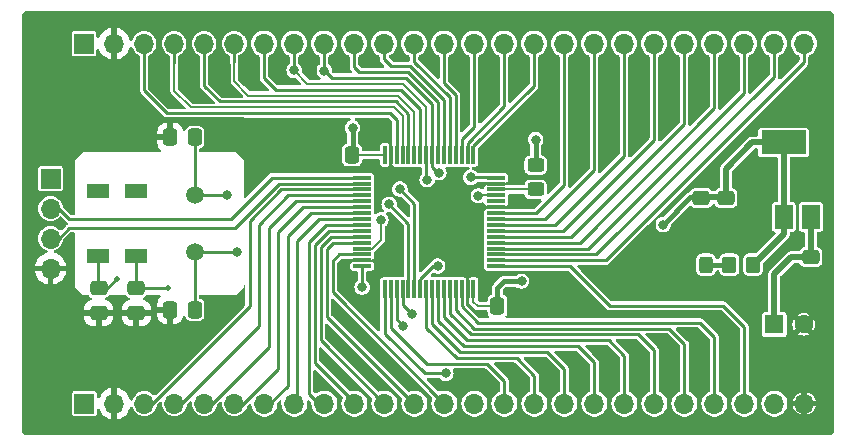
<source format=gbr>
%TF.GenerationSoftware,KiCad,Pcbnew,7.0.9*%
%TF.CreationDate,2024-03-04T14:19:53-03:00*%
%TF.ProjectId,CPU Stm32G431,43505520-5374-46d3-9332-473433312e6b,rev?*%
%TF.SameCoordinates,Original*%
%TF.FileFunction,Copper,L1,Top*%
%TF.FilePolarity,Positive*%
%FSLAX46Y46*%
G04 Gerber Fmt 4.6, Leading zero omitted, Abs format (unit mm)*
G04 Created by KiCad (PCBNEW 7.0.9) date 2024-03-04 14:19:54*
%MOMM*%
%LPD*%
G01*
G04 APERTURE LIST*
G04 Aperture macros list*
%AMRoundRect*
0 Rectangle with rounded corners*
0 $1 Rounding radius*
0 $2 $3 $4 $5 $6 $7 $8 $9 X,Y pos of 4 corners*
0 Add a 4 corners polygon primitive as box body*
4,1,4,$2,$3,$4,$5,$6,$7,$8,$9,$2,$3,0*
0 Add four circle primitives for the rounded corners*
1,1,$1+$1,$2,$3*
1,1,$1+$1,$4,$5*
1,1,$1+$1,$6,$7*
1,1,$1+$1,$8,$9*
0 Add four rect primitives between the rounded corners*
20,1,$1+$1,$2,$3,$4,$5,0*
20,1,$1+$1,$4,$5,$6,$7,0*
20,1,$1+$1,$6,$7,$8,$9,0*
20,1,$1+$1,$8,$9,$2,$3,0*%
G04 Aperture macros list end*
%TA.AperFunction,SMDPad,CuDef*%
%ADD10RoundRect,0.250000X0.475000X-0.337500X0.475000X0.337500X-0.475000X0.337500X-0.475000X-0.337500X0*%
%TD*%
%TA.AperFunction,SMDPad,CuDef*%
%ADD11RoundRect,0.250000X-0.337500X-0.475000X0.337500X-0.475000X0.337500X0.475000X-0.337500X0.475000X0*%
%TD*%
%TA.AperFunction,ComponentPad*%
%ADD12R,1.600000X1.600000*%
%TD*%
%TA.AperFunction,ComponentPad*%
%ADD13C,1.600000*%
%TD*%
%TA.AperFunction,SMDPad,CuDef*%
%ADD14R,1.900000X1.300000*%
%TD*%
%TA.AperFunction,SMDPad,CuDef*%
%ADD15RoundRect,0.250000X0.450000X-0.325000X0.450000X0.325000X-0.450000X0.325000X-0.450000X-0.325000X0*%
%TD*%
%TA.AperFunction,SMDPad,CuDef*%
%ADD16RoundRect,0.250000X-0.325000X-0.450000X0.325000X-0.450000X0.325000X0.450000X-0.325000X0.450000X0*%
%TD*%
%TA.AperFunction,ComponentPad*%
%ADD17C,1.500000*%
%TD*%
%TA.AperFunction,SMDPad,CuDef*%
%ADD18RoundRect,0.250000X0.337500X0.475000X-0.337500X0.475000X-0.337500X-0.475000X0.337500X-0.475000X0*%
%TD*%
%TA.AperFunction,SMDPad,CuDef*%
%ADD19R,1.500000X2.000000*%
%TD*%
%TA.AperFunction,SMDPad,CuDef*%
%ADD20R,3.800000X2.000000*%
%TD*%
%TA.AperFunction,ComponentPad*%
%ADD21R,1.700000X1.700000*%
%TD*%
%TA.AperFunction,ComponentPad*%
%ADD22O,1.700000X1.700000*%
%TD*%
%TA.AperFunction,SMDPad,CuDef*%
%ADD23RoundRect,0.250000X0.350000X0.450000X-0.350000X0.450000X-0.350000X-0.450000X0.350000X-0.450000X0*%
%TD*%
%TA.AperFunction,SMDPad,CuDef*%
%ADD24RoundRect,0.075000X0.075000X-0.700000X0.075000X0.700000X-0.075000X0.700000X-0.075000X-0.700000X0*%
%TD*%
%TA.AperFunction,SMDPad,CuDef*%
%ADD25RoundRect,0.075000X0.700000X-0.075000X0.700000X0.075000X-0.700000X0.075000X-0.700000X-0.075000X0*%
%TD*%
%TA.AperFunction,ViaPad*%
%ADD26C,0.800000*%
%TD*%
%TA.AperFunction,ViaPad*%
%ADD27C,0.500000*%
%TD*%
%TA.AperFunction,Conductor*%
%ADD28C,0.250000*%
%TD*%
%TA.AperFunction,Conductor*%
%ADD29C,0.200000*%
%TD*%
%TA.AperFunction,Conductor*%
%ADD30C,0.500000*%
%TD*%
%TA.AperFunction,Conductor*%
%ADD31C,0.400000*%
%TD*%
G04 APERTURE END LIST*
D10*
%TO.P,C8,1*%
%TO.N,GND*%
X171580000Y-104357500D03*
%TO.P,C8,2*%
%TO.N,VDD*%
X171580000Y-102282500D03*
%TD*%
D11*
%TO.P,C2,1*%
%TO.N,GND*%
X126642500Y-97120000D03*
%TO.P,C2,2*%
%TO.N,OSC2*%
X128717500Y-97120000D03*
%TD*%
%TO.P,C10,1*%
%TO.N,GND*%
X139942500Y-98620000D03*
%TO.P,C10,2*%
%TO.N,VDD*%
X142017500Y-98620000D03*
%TD*%
D12*
%TO.P,C5,1*%
%TO.N,VCC*%
X177774888Y-112970000D03*
D13*
%TO.P,C5,2*%
%TO.N,GND*%
X180274888Y-112970000D03*
%TD*%
D14*
%TO.P,Y2,1,1*%
%TO.N,RTC1*%
X123740000Y-107220000D03*
%TO.P,Y2,2,2*%
%TO.N,RTC2*%
X120540000Y-107220000D03*
%TO.P,Y2,3*%
%TO.N,N/C*%
X123740000Y-101720000D03*
%TO.P,Y2,4*%
X120540000Y-101720000D03*
%TD*%
D15*
%TO.P,D3,1,K*%
%TO.N,/Mcu/LED_ON*%
X157580000Y-101545000D03*
%TO.P,D3,2,A*%
%TO.N,Net-(D3-A)*%
X157580000Y-99495000D03*
%TD*%
D16*
%TO.P,D4,1,K*%
%TO.N,GND*%
X169955000Y-107920000D03*
%TO.P,D4,2,A*%
%TO.N,Net-(D4-A)*%
X172005000Y-107920000D03*
%TD*%
D17*
%TO.P,Y1,1,1*%
%TO.N,OSC1*%
X128760000Y-106870000D03*
%TO.P,Y1,2,2*%
%TO.N,OSC2*%
X128760000Y-101990000D03*
%TD*%
D10*
%TO.P,C3,1*%
%TO.N,GND*%
X123770000Y-112007500D03*
%TO.P,C3,2*%
%TO.N,RTC1*%
X123770000Y-109932500D03*
%TD*%
D18*
%TO.P,C14,1*%
%TO.N,GND*%
X156417500Y-111420000D03*
%TO.P,C14,2*%
%TO.N,VDD*%
X154342500Y-111420000D03*
%TD*%
D10*
%TO.P,C4,1*%
%TO.N,GND*%
X120570000Y-112007500D03*
%TO.P,C4,2*%
%TO.N,RTC2*%
X120570000Y-109932500D03*
%TD*%
%TO.P,C7,1*%
%TO.N,GND*%
X173680000Y-104357500D03*
%TO.P,C7,2*%
%TO.N,VDD*%
X173680000Y-102282500D03*
%TD*%
%TO.P,C6,1*%
%TO.N,GND*%
X180870000Y-109357500D03*
%TO.P,C6,2*%
%TO.N,VCC*%
X180870000Y-107282500D03*
%TD*%
D19*
%TO.P,U1,1,GND*%
%TO.N,GND*%
X176280000Y-103870000D03*
%TO.P,U1,2,VO*%
%TO.N,VDD*%
X178580000Y-103870000D03*
D20*
X178580000Y-97570000D03*
D19*
%TO.P,U1,3,VI*%
%TO.N,VCC*%
X180880000Y-103870000D03*
%TD*%
D21*
%TO.P,J1,1,Pin_1*%
%TO.N,VDD*%
X116505000Y-100620000D03*
D22*
%TO.P,J1,2,Pin_2*%
%TO.N,/Mcu/SWDIO*%
X116505000Y-103160000D03*
%TO.P,J1,3,Pin_3*%
%TO.N,/Mcu/SWCLK*%
X116505000Y-105700000D03*
%TO.P,J1,4,Pin_4*%
%TO.N,GND*%
X116505000Y-108240000D03*
%TD*%
D23*
%TO.P,R3,1*%
%TO.N,VDD*%
X175980000Y-107920000D03*
%TO.P,R3,2*%
%TO.N,Net-(D4-A)*%
X173980000Y-107920000D03*
%TD*%
D24*
%TO.P,U2,1,VBAT*%
%TO.N,VDDBAT*%
X144810000Y-109975000D03*
%TO.P,U2,2,PC13*%
%TO.N,/Mcu/PC13*%
X145310000Y-109975000D03*
%TO.P,U2,3,PC14*%
%TO.N,RTC1*%
X145810000Y-109975000D03*
%TO.P,U2,4,PC15*%
%TO.N,RTC2*%
X146310000Y-109975000D03*
%TO.P,U2,5,PF0*%
%TO.N,OSC1*%
X146810000Y-109975000D03*
%TO.P,U2,6,PF1*%
%TO.N,OSC2*%
X147310000Y-109975000D03*
%TO.P,U2,7,PG10*%
%TO.N,/Mcu/NRST*%
X147810000Y-109975000D03*
%TO.P,U2,8,PC0*%
%TO.N,/Mcu/PC0*%
X148310000Y-109975000D03*
%TO.P,U2,9,PC1*%
%TO.N,/Mcu/PC1*%
X148810000Y-109975000D03*
%TO.P,U2,10,PC2*%
%TO.N,/Mcu/PC2*%
X149310000Y-109975000D03*
%TO.P,U2,11,PC3*%
%TO.N,/Mcu/PC3*%
X149810000Y-109975000D03*
%TO.P,U2,12,PA0*%
%TO.N,/Mcu/PA0*%
X150310000Y-109975000D03*
%TO.P,U2,13,PA1*%
%TO.N,/Mcu/PA1*%
X150810000Y-109975000D03*
%TO.P,U2,14,PA2*%
%TO.N,/Mcu/PA2*%
X151310000Y-109975000D03*
%TO.P,U2,15,VSS*%
%TO.N,GND*%
X151810000Y-109975000D03*
%TO.P,U2,16,VDD*%
%TO.N,VDD*%
X152310000Y-109975000D03*
D25*
%TO.P,U2,17,PA3*%
%TO.N,/Mcu/PA3*%
X154235000Y-108050000D03*
%TO.P,U2,18,PA4*%
%TO.N,/Mcu/PA4*%
X154235000Y-107550000D03*
%TO.P,U2,19,PA5*%
%TO.N,/Mcu/PA5*%
X154235000Y-107050000D03*
%TO.P,U2,20,PA6*%
%TO.N,/Mcu/PA6*%
X154235000Y-106550000D03*
%TO.P,U2,21,PA7*%
%TO.N,/Mcu/PA7*%
X154235000Y-106050000D03*
%TO.P,U2,22,PC4*%
%TO.N,/Mcu/PC4*%
X154235000Y-105550000D03*
%TO.P,U2,23,PC5*%
%TO.N,/Mcu/PC5*%
X154235000Y-105050000D03*
%TO.P,U2,24,PB0*%
%TO.N,/Mcu/PB0*%
X154235000Y-104550000D03*
%TO.P,U2,25,PB1*%
%TO.N,/Mcu/PB1*%
X154235000Y-104050000D03*
%TO.P,U2,26,PB2*%
%TO.N,/Mcu/PB2*%
X154235000Y-103550000D03*
%TO.P,U2,27,VSSA*%
%TO.N,GND*%
X154235000Y-103050000D03*
%TO.P,U2,28,VREF+*%
%TO.N,unconnected-(U2-VREF+-Pad28)*%
X154235000Y-102550000D03*
%TO.P,U2,29,VDDA*%
%TO.N,VDD*%
X154235000Y-102050000D03*
%TO.P,U2,30,PB10*%
%TO.N,/Mcu/LED_ON*%
X154235000Y-101550000D03*
%TO.P,U2,31,VSS*%
%TO.N,GND*%
X154235000Y-101050000D03*
%TO.P,U2,32,VDD*%
%TO.N,VDD*%
X154235000Y-100550000D03*
D24*
%TO.P,U2,33,PB11*%
%TO.N,/Mcu/PB11*%
X152310000Y-98625000D03*
%TO.P,U2,34,PB12*%
%TO.N,/Mcu/PB12*%
X151810000Y-98625000D03*
%TO.P,U2,35,PB13*%
%TO.N,/Mcu/PB13*%
X151310000Y-98625000D03*
%TO.P,U2,36,PB14*%
%TO.N,/Mcu/PB14*%
X150810000Y-98625000D03*
%TO.P,U2,37,PB15*%
%TO.N,/Mcu/PB15*%
X150310000Y-98625000D03*
%TO.P,U2,38,PC6*%
%TO.N,/Mcu/PC6*%
X149810000Y-98625000D03*
%TO.P,U2,39,PC7*%
%TO.N,/Mcu/PC7*%
X149310000Y-98625000D03*
%TO.P,U2,40,PC8*%
%TO.N,SCL*%
X148810000Y-98625000D03*
%TO.P,U2,41,PC9*%
%TO.N,SDA*%
X148310000Y-98625000D03*
%TO.P,U2,42,PA8*%
%TO.N,/Mcu/PA8*%
X147810000Y-98625000D03*
%TO.P,U2,43,PA9*%
%TO.N,/Mcu/PA9*%
X147310000Y-98625000D03*
%TO.P,U2,44,PA10*%
%TO.N,/Mcu/PA10*%
X146810000Y-98625000D03*
%TO.P,U2,45,PA11*%
%TO.N,/Mcu/PA11*%
X146310000Y-98625000D03*
%TO.P,U2,46,PA12*%
%TO.N,/Mcu/PA12*%
X145810000Y-98625000D03*
%TO.P,U2,47,VSS*%
%TO.N,GND*%
X145310000Y-98625000D03*
%TO.P,U2,48,VDD*%
%TO.N,VDD*%
X144810000Y-98625000D03*
D25*
%TO.P,U2,49,PA13*%
%TO.N,/Mcu/SWDIO*%
X142885000Y-100550000D03*
%TO.P,U2,50,PA14*%
%TO.N,/Mcu/SWCLK*%
X142885000Y-101050000D03*
%TO.P,U2,51,PA15*%
%TO.N,/Mcu/PA15*%
X142885000Y-101550000D03*
%TO.P,U2,52,PC10*%
%TO.N,/Mcu/PC10*%
X142885000Y-102050000D03*
%TO.P,U2,53,PC11*%
%TO.N,/Mcu/PC11*%
X142885000Y-102550000D03*
%TO.P,U2,54,PC12*%
%TO.N,/Mcu/PC12*%
X142885000Y-103050000D03*
%TO.P,U2,55,PD2*%
%TO.N,/Mcu/PD2*%
X142885000Y-103550000D03*
%TO.P,U2,56,PB3*%
%TO.N,/Mcu/PB3*%
X142885000Y-104050000D03*
%TO.P,U2,57,PB4*%
%TO.N,/Mcu/PB4*%
X142885000Y-104550000D03*
%TO.P,U2,58,PB5*%
%TO.N,/Mcu/PB5*%
X142885000Y-105050000D03*
%TO.P,U2,59,PB6*%
%TO.N,/Mcu/PB6*%
X142885000Y-105550000D03*
%TO.P,U2,60,PB7*%
%TO.N,/Mcu/PB7*%
X142885000Y-106050000D03*
%TO.P,U2,61,PB8*%
%TO.N,Net-(U2-PB8)*%
X142885000Y-106550000D03*
%TO.P,U2,62,PB9*%
%TO.N,/Mcu/PB9*%
X142885000Y-107050000D03*
%TO.P,U2,63,VSS*%
%TO.N,GND*%
X142885000Y-107550000D03*
%TO.P,U2,64,VDD*%
%TO.N,VDD*%
X142885000Y-108050000D03*
%TD*%
D11*
%TO.P,C1,1*%
%TO.N,GND*%
X126642500Y-111720000D03*
%TO.P,C1,2*%
%TO.N,OSC1*%
X128717500Y-111720000D03*
%TD*%
D21*
%TO.P,J2,1,Pin_1*%
%TO.N,VDD*%
X119370000Y-119670000D03*
D22*
%TO.P,J2,2,Pin_2*%
%TO.N,GND*%
X121910000Y-119670000D03*
%TO.P,J2,3,Pin_3*%
%TO.N,/Mcu/PA15*%
X124450000Y-119670000D03*
%TO.P,J2,4,Pin_4*%
%TO.N,/Mcu/PC10*%
X126990000Y-119670000D03*
%TO.P,J2,5,Pin_5*%
%TO.N,/Mcu/PC11*%
X129530000Y-119670000D03*
%TO.P,J2,6,Pin_6*%
%TO.N,/Mcu/PC12*%
X132070000Y-119670000D03*
%TO.P,J2,7,Pin_7*%
%TO.N,/Mcu/PD2*%
X134610000Y-119670000D03*
%TO.P,J2,8,Pin_8*%
%TO.N,/Mcu/PB3*%
X137150000Y-119670000D03*
%TO.P,J2,9,Pin_9*%
%TO.N,/Mcu/PB4*%
X139690000Y-119670000D03*
%TO.P,J2,10,Pin_10*%
%TO.N,/Mcu/PB5*%
X142230000Y-119670000D03*
%TO.P,J2,11,Pin_11*%
%TO.N,/Mcu/PB6*%
X144770000Y-119670000D03*
%TO.P,J2,12,Pin_12*%
%TO.N,/Mcu/PB7*%
X147310000Y-119670000D03*
%TO.P,J2,13,Pin_13*%
%TO.N,/Mcu/PB9*%
X149850000Y-119670000D03*
%TO.P,J2,14,Pin_14*%
%TO.N,VBT1*%
X152390000Y-119670000D03*
%TO.P,J2,15,Pin_15*%
%TO.N,/Mcu/PC13*%
X154930000Y-119670000D03*
%TO.P,J2,16,Pin_16*%
%TO.N,/Mcu/PC0*%
X157470000Y-119670000D03*
%TO.P,J2,17,Pin_17*%
%TO.N,/Mcu/PC1*%
X160010000Y-119670000D03*
%TO.P,J2,18,Pin_18*%
%TO.N,/Mcu/PC2*%
X162550000Y-119670000D03*
%TO.P,J2,19,Pin_19*%
%TO.N,/Mcu/PC3*%
X165090000Y-119670000D03*
%TO.P,J2,20,Pin_20*%
%TO.N,/Mcu/PA0*%
X167630000Y-119670000D03*
%TO.P,J2,21,Pin_21*%
%TO.N,/Mcu/PA1*%
X170170000Y-119670000D03*
%TO.P,J2,22,Pin_22*%
%TO.N,/Mcu/PA2*%
X172710000Y-119670000D03*
%TO.P,J2,23,Pin_23*%
%TO.N,/Mcu/PA3*%
X175250000Y-119670000D03*
%TO.P,J2,24,Pin_24*%
%TO.N,VCC*%
X177790000Y-119670000D03*
%TO.P,J2,25,Pin_25*%
%TO.N,GND*%
X180330000Y-119670000D03*
%TD*%
D21*
%TO.P,J3,1,Pin_1*%
%TO.N,VDD*%
X119340000Y-89190000D03*
D22*
%TO.P,J3,2,Pin_2*%
%TO.N,GND*%
X121880000Y-89190000D03*
%TO.P,J3,3,Pin_3*%
%TO.N,/Mcu/PA12*%
X124420000Y-89190000D03*
%TO.P,J3,4,Pin_4*%
%TO.N,/Mcu/PA11*%
X126960000Y-89190000D03*
%TO.P,J3,5,Pin_5*%
%TO.N,/Mcu/PA10*%
X129500000Y-89190000D03*
%TO.P,J3,6,Pin_6*%
%TO.N,/Mcu/PA9*%
X132040000Y-89190000D03*
%TO.P,J3,7,Pin_7*%
%TO.N,/Mcu/PA8*%
X134580000Y-89190000D03*
%TO.P,J3,8,Pin_8*%
%TO.N,SDA*%
X137120000Y-89190000D03*
%TO.P,J3,9,Pin_9*%
%TO.N,SCL*%
X139660000Y-89190000D03*
%TO.P,J3,10,Pin_10*%
%TO.N,/Mcu/PC7*%
X142200000Y-89190000D03*
%TO.P,J3,11,Pin_11*%
%TO.N,/Mcu/PC6*%
X144740000Y-89190000D03*
%TO.P,J3,12,Pin_12*%
%TO.N,/Mcu/PB15*%
X147280000Y-89190000D03*
%TO.P,J3,13,Pin_13*%
%TO.N,/Mcu/PB14*%
X149820000Y-89190000D03*
%TO.P,J3,14,Pin_14*%
%TO.N,/Mcu/PB13*%
X152360000Y-89190000D03*
%TO.P,J3,15,Pin_15*%
%TO.N,/Mcu/PB12*%
X154900000Y-89190000D03*
%TO.P,J3,16,Pin_16*%
%TO.N,/Mcu/PB11*%
X157440000Y-89190000D03*
%TO.P,J3,17,Pin_17*%
%TO.N,/Mcu/PB2*%
X159980000Y-89190000D03*
%TO.P,J3,18,Pin_18*%
%TO.N,/Mcu/PB1*%
X162520000Y-89190000D03*
%TO.P,J3,19,Pin_19*%
%TO.N,/Mcu/PB0*%
X165060000Y-89190000D03*
%TO.P,J3,20,Pin_20*%
%TO.N,/Mcu/PC5*%
X167600000Y-89190000D03*
%TO.P,J3,21,Pin_21*%
%TO.N,/Mcu/PC4*%
X170140000Y-89190000D03*
%TO.P,J3,22,Pin_22*%
%TO.N,/Mcu/PA7*%
X172680000Y-89190000D03*
%TO.P,J3,23,Pin_23*%
%TO.N,/Mcu/PA6*%
X175220000Y-89190000D03*
%TO.P,J3,24,Pin_24*%
%TO.N,/Mcu/PA5*%
X177760000Y-89190000D03*
%TO.P,J3,25,Pin_25*%
%TO.N,/Mcu/PA4*%
X180300000Y-89190000D03*
%TD*%
D26*
%TO.N,GND*%
X176270000Y-101845000D03*
X126645000Y-113650000D03*
X175395000Y-106170000D03*
X141570000Y-109795000D03*
X125095000Y-97120000D03*
X180820000Y-101795000D03*
X182120000Y-119170000D03*
X152445000Y-103345000D03*
X182120000Y-120420000D03*
X161295000Y-91595000D03*
X176295000Y-106170000D03*
X120800000Y-96370000D03*
X169910000Y-109750000D03*
X144710000Y-96370000D03*
X171570000Y-106120000D03*
X164295000Y-108620000D03*
X176170000Y-109750000D03*
X145570000Y-104620000D03*
X181770000Y-112270000D03*
X172570000Y-106120000D03*
X151820000Y-108245000D03*
X122895000Y-117420000D03*
X179245000Y-110170000D03*
X180795000Y-93095000D03*
X155490000Y-96370000D03*
X133680000Y-100220000D03*
X116145000Y-91695000D03*
X173045000Y-109745000D03*
X149020000Y-104160000D03*
X150770000Y-106470000D03*
X179245000Y-108745000D03*
X143920000Y-111295000D03*
X117620000Y-110245000D03*
X180870000Y-110820000D03*
X155970000Y-100545000D03*
X121870000Y-91695000D03*
X122945000Y-91695000D03*
X176270000Y-100890000D03*
X159780000Y-109760000D03*
X123770000Y-115560000D03*
X115845000Y-119670000D03*
X121895000Y-117420000D03*
X151870000Y-106470000D03*
X120570000Y-113650000D03*
X133680000Y-96370000D03*
X180810000Y-100840000D03*
X177370000Y-95345000D03*
X181770000Y-113920000D03*
X123770000Y-113650000D03*
X164300000Y-109760000D03*
X180795000Y-95345000D03*
X116520000Y-110245000D03*
%TO.N,OSC1*%
X132330000Y-106870000D03*
X145180000Y-102820000D03*
%TO.N,OSC2*%
X146080000Y-101520000D03*
X131480000Y-102020000D03*
%TO.N,RTC1*%
X146380000Y-113120000D03*
D27*
X126480000Y-109920000D03*
D26*
%TO.N,RTC2*%
X147080000Y-112120000D03*
D27*
X122120000Y-109120000D03*
D26*
%TO.N,VDD*%
X168380000Y-104520000D03*
X152080000Y-100520000D03*
X142080000Y-96320000D03*
X156380000Y-109320000D03*
X152717500Y-102082500D03*
X142880000Y-109820000D03*
%TO.N,/Mcu/NRST*%
X149280000Y-108020000D03*
%TO.N,Net-(U2-PB8)*%
X144480000Y-104120000D03*
%TO.N,VDDBAT*%
X149980000Y-117120000D03*
%TO.N,Net-(D3-A)*%
X157580000Y-97320000D03*
%TO.N,SDA*%
X137120000Y-91460000D03*
X148380000Y-100720000D03*
%TO.N,SCL*%
X149380000Y-100120000D03*
X139680000Y-91480000D03*
%TD*%
D28*
%TO.N,OSC1*%
X132330000Y-106870000D02*
X128760000Y-106870000D01*
X128717500Y-111720000D02*
X128717500Y-106912500D01*
X145180000Y-102820000D02*
X146810000Y-104450000D01*
X146810000Y-104450000D02*
X146810000Y-109975000D01*
D29*
X128717500Y-106912500D02*
X128760000Y-106870000D01*
D28*
%TO.N,OSC2*%
X128760000Y-101990000D02*
X128760000Y-97162500D01*
X131480000Y-102020000D02*
X131450000Y-101990000D01*
X146080000Y-101520000D02*
X147310000Y-102750000D01*
D29*
X128760000Y-97162500D02*
X128717500Y-97120000D01*
D28*
X147310000Y-102750000D02*
X147310000Y-109975000D01*
X131450000Y-101990000D02*
X128760000Y-101990000D01*
%TO.N,RTC1*%
X126480000Y-109920000D02*
X123782500Y-109920000D01*
X146380000Y-113120000D02*
X145810000Y-112550000D01*
X123790000Y-107170000D02*
X123740000Y-107220000D01*
X123740000Y-109902500D02*
X123770000Y-109932500D01*
X123782500Y-109920000D02*
X123770000Y-109932500D01*
X145810000Y-112550000D02*
X145810000Y-109975000D01*
X123740000Y-109802500D02*
X123770000Y-109832500D01*
X123740000Y-107220000D02*
X123740000Y-109902500D01*
%TO.N,RTC2*%
X120540000Y-107220000D02*
X120540000Y-109902500D01*
X120570000Y-109932500D02*
X121307500Y-109932500D01*
X120540000Y-109902500D02*
X120570000Y-109932500D01*
X147080000Y-112120000D02*
X146310000Y-111350000D01*
X121307500Y-109932500D02*
X122120000Y-109120000D01*
X120540000Y-109802500D02*
X120570000Y-109832500D01*
X146310000Y-111350000D02*
X146310000Y-109975000D01*
D30*
%TO.N,VCC*%
X177824888Y-113340000D02*
X177774888Y-113290000D01*
X177774888Y-113290000D02*
X177774888Y-108725112D01*
X179217500Y-107282500D02*
X180870000Y-107282500D01*
X180870000Y-107282500D02*
X180880000Y-107272500D01*
X180880000Y-107272500D02*
X180880000Y-103870000D01*
X177774888Y-108725112D02*
X179217500Y-107282500D01*
D31*
%TO.N,VDD*%
X170680000Y-102220000D02*
X168380000Y-104520000D01*
D29*
X152717500Y-102082500D02*
X152750000Y-102050000D01*
D31*
X154880000Y-109320000D02*
X154342500Y-109857500D01*
D29*
X144805000Y-98620000D02*
X144810000Y-98625000D01*
D30*
X178580000Y-103870000D02*
X178580000Y-97570000D01*
X172380000Y-102220000D02*
X173642500Y-102220000D01*
X173680000Y-99820000D02*
X175930000Y-97570000D01*
D31*
X172380000Y-102220000D02*
X170680000Y-102220000D01*
X156380000Y-109320000D02*
X154880000Y-109320000D01*
D28*
X142880000Y-108055000D02*
X142885000Y-108050000D01*
D30*
X173680000Y-102182500D02*
X173680000Y-99820000D01*
D28*
X154205000Y-100520000D02*
X154235000Y-100550000D01*
D30*
X178580000Y-105320000D02*
X175980000Y-107920000D01*
D29*
X152310000Y-109975000D02*
X152310000Y-111050000D01*
D31*
X142080000Y-98557500D02*
X142017500Y-98620000D01*
D29*
X152750000Y-102050000D02*
X154235000Y-102050000D01*
D28*
X142880000Y-109820000D02*
X142880000Y-108055000D01*
D29*
X152680000Y-111420000D02*
X154342500Y-111420000D01*
D30*
X175930000Y-97570000D02*
X178580000Y-97570000D01*
D29*
X142017500Y-98620000D02*
X144805000Y-98620000D01*
D30*
X173642500Y-102220000D02*
X173680000Y-102182500D01*
D31*
X154342500Y-109857500D02*
X154342500Y-111420000D01*
D29*
X152310000Y-111050000D02*
X152680000Y-111420000D01*
D28*
X152080000Y-100520000D02*
X154205000Y-100520000D01*
D31*
X142080000Y-96320000D02*
X142080000Y-98557500D01*
D30*
X178580000Y-103870000D02*
X178580000Y-105320000D01*
D28*
%TO.N,/Mcu/NRST*%
X147810000Y-109132236D02*
X148922236Y-108020000D01*
X147810000Y-109975000D02*
X147810000Y-109132236D01*
X148922236Y-108020000D02*
X149280000Y-108020000D01*
D29*
%TO.N,Net-(U2-PB8)*%
X144480000Y-104120000D02*
X144480000Y-105820000D01*
X143750000Y-106550000D02*
X142885000Y-106550000D01*
X144480000Y-105820000D02*
X143750000Y-106550000D01*
D28*
%TO.N,VDDBAT*%
X149980000Y-117120000D02*
X148180000Y-117120000D01*
X144810000Y-113750000D02*
X144810000Y-109975000D01*
X148180000Y-117120000D02*
X144810000Y-113750000D01*
D29*
%TO.N,/Mcu/LED_ON*%
X157580000Y-101545000D02*
X154240000Y-101545000D01*
X154240000Y-101545000D02*
X154235000Y-101550000D01*
D31*
%TO.N,Net-(D3-A)*%
X157580000Y-97320000D02*
X157580000Y-99495000D01*
%TO.N,Net-(D4-A)*%
X173980000Y-107920000D02*
X172005000Y-107920000D01*
D28*
%TO.N,/Mcu/SWDIO*%
X135250000Y-100550000D02*
X131780000Y-104020000D01*
X142885000Y-100550000D02*
X135250000Y-100550000D01*
X131780000Y-104020000D02*
X118080000Y-104020000D01*
X118080000Y-104020000D02*
X116820000Y-102760000D01*
X116820000Y-102760000D02*
X116505000Y-102760000D01*
%TO.N,/Mcu/SWCLK*%
X132080000Y-104820000D02*
X135850000Y-101050000D01*
X118080000Y-104820000D02*
X132080000Y-104820000D01*
X117200000Y-105700000D02*
X118080000Y-104820000D01*
X135850000Y-101050000D02*
X142885000Y-101050000D01*
X116505000Y-105700000D02*
X117200000Y-105700000D01*
%TO.N,/Mcu/PA15*%
X133380000Y-111420000D02*
X133380000Y-104220000D01*
X124660000Y-120140000D02*
X133380000Y-111420000D01*
X133380000Y-104220000D02*
X136050000Y-101550000D01*
X136050000Y-101550000D02*
X142885000Y-101550000D01*
X124450000Y-120140000D02*
X124660000Y-120140000D01*
%TO.N,/Mcu/PC10*%
X136650000Y-102050000D02*
X142885000Y-102050000D01*
X126990000Y-120140000D02*
X127160000Y-120140000D01*
X134180000Y-104520000D02*
X136650000Y-102050000D01*
X127160000Y-120140000D02*
X134180000Y-113120000D01*
X134180000Y-113120000D02*
X134180000Y-104520000D01*
%TO.N,/Mcu/PC11*%
X129760000Y-120140000D02*
X134980000Y-114920000D01*
X134980000Y-104820000D02*
X137250000Y-102550000D01*
X134980000Y-114920000D02*
X134980000Y-104820000D01*
X129530000Y-120140000D02*
X129760000Y-120140000D01*
X137250000Y-102550000D02*
X142885000Y-102550000D01*
%TO.N,/Mcu/PC12*%
X137850000Y-103050000D02*
X142885000Y-103050000D01*
X135780000Y-105120000D02*
X137850000Y-103050000D01*
X135780000Y-116720000D02*
X135780000Y-105120000D01*
X132070000Y-120140000D02*
X132360000Y-120140000D01*
X132360000Y-120140000D02*
X135780000Y-116720000D01*
%TO.N,/Mcu/PD2*%
X136580000Y-105520000D02*
X138550000Y-103550000D01*
X134610000Y-120140000D02*
X136580000Y-118170000D01*
X138550000Y-103550000D02*
X142885000Y-103550000D01*
X136580000Y-118170000D02*
X136580000Y-105520000D01*
%TO.N,/Mcu/PB3*%
X137360000Y-105900000D02*
X139210000Y-104050000D01*
X139210000Y-104050000D02*
X142885000Y-104050000D01*
X137360000Y-119930000D02*
X137360000Y-105900000D01*
X137150000Y-120140000D02*
X137360000Y-119930000D01*
%TO.N,/Mcu/PB4*%
X139810000Y-104550000D02*
X142885000Y-104550000D01*
X138380000Y-118830000D02*
X138380000Y-105980000D01*
X138380000Y-105980000D02*
X139810000Y-104550000D01*
X139690000Y-120140000D02*
X138380000Y-118830000D01*
%TO.N,/Mcu/PB5*%
X138880000Y-106220000D02*
X140050000Y-105050000D01*
X142230000Y-119570000D02*
X138880000Y-116220000D01*
X140050000Y-105050000D02*
X142885000Y-105050000D01*
X138880000Y-116220000D02*
X138880000Y-106220000D01*
X142230000Y-120140000D02*
X142230000Y-119570000D01*
%TO.N,/Mcu/PB6*%
X144770000Y-119710000D02*
X139380000Y-114320000D01*
X140250000Y-105550000D02*
X142885000Y-105550000D01*
X139380000Y-114320000D02*
X139380000Y-106420000D01*
X144770000Y-120140000D02*
X144770000Y-119710000D01*
X139380000Y-106420000D02*
X140250000Y-105550000D01*
%TO.N,/Mcu/PB7*%
X147310000Y-119750000D02*
X139880000Y-112320000D01*
X139880000Y-106620000D02*
X140450000Y-106050000D01*
X147310000Y-120140000D02*
X147310000Y-119750000D01*
X140450000Y-106050000D02*
X142885000Y-106050000D01*
X139880000Y-112320000D02*
X139880000Y-106620000D01*
%TO.N,/Mcu/PB9*%
X149850000Y-120140000D02*
X149850000Y-119690000D01*
X140380000Y-107620000D02*
X140950000Y-107050000D01*
X140950000Y-107050000D02*
X142885000Y-107050000D01*
X140380000Y-110220000D02*
X140380000Y-107620000D01*
X149850000Y-119690000D02*
X140380000Y-110220000D01*
%TO.N,/Mcu/PC13*%
X145310000Y-113250000D02*
X148380000Y-116320000D01*
X148380000Y-116320000D02*
X153480000Y-116320000D01*
X145310000Y-109975000D02*
X145310000Y-113250000D01*
X154930000Y-117770000D02*
X154930000Y-120140000D01*
X153480000Y-116320000D02*
X154930000Y-117770000D01*
%TO.N,/Mcu/PC0*%
X150880000Y-115820000D02*
X155980000Y-115820000D01*
X157470000Y-117310000D02*
X157470000Y-120140000D01*
X148310000Y-113250000D02*
X150880000Y-115820000D01*
X148310000Y-109975000D02*
X148310000Y-113250000D01*
X155980000Y-115820000D02*
X157470000Y-117310000D01*
%TO.N,/Mcu/PC1*%
X158580000Y-115320000D02*
X160010000Y-116750000D01*
X151180000Y-115320000D02*
X158580000Y-115320000D01*
X148810000Y-112950000D02*
X151180000Y-115320000D01*
X148810000Y-109975000D02*
X148810000Y-112950000D01*
X160010000Y-116750000D02*
X160010000Y-120140000D01*
%TO.N,/Mcu/PC2*%
X149310000Y-109975000D02*
X149310000Y-112650000D01*
X162550000Y-116190000D02*
X162550000Y-120140000D01*
X161180000Y-114820000D02*
X162550000Y-116190000D01*
X151480000Y-114820000D02*
X161180000Y-114820000D01*
X149310000Y-112650000D02*
X151480000Y-114820000D01*
%TO.N,/Mcu/PC3*%
X149810000Y-109975000D02*
X149810000Y-112350000D01*
X165090000Y-115630000D02*
X165090000Y-120140000D01*
X163780000Y-114320000D02*
X165090000Y-115630000D01*
X151780000Y-114320000D02*
X163780000Y-114320000D01*
X149810000Y-112350000D02*
X151780000Y-114320000D01*
%TO.N,/Mcu/PA0*%
X167630000Y-120140000D02*
X167630000Y-115170000D01*
X166280000Y-113820000D02*
X152080000Y-113820000D01*
X152080000Y-113820000D02*
X150310000Y-112050000D01*
X150310000Y-112050000D02*
X150310000Y-109975000D01*
X167630000Y-115170000D02*
X166280000Y-113820000D01*
%TO.N,/Mcu/PA1*%
X168880000Y-113320000D02*
X170170000Y-114610000D01*
X150810000Y-111750000D02*
X152380000Y-113320000D01*
X152380000Y-113320000D02*
X168880000Y-113320000D01*
X150810000Y-109975000D02*
X150810000Y-111750000D01*
X170170000Y-114610000D02*
X170170000Y-120140000D01*
%TO.N,/Mcu/PA2*%
X152680000Y-112820000D02*
X171480000Y-112820000D01*
X151310000Y-109975000D02*
X151310000Y-111450000D01*
X172710000Y-114050000D02*
X172710000Y-120140000D01*
X151310000Y-111450000D02*
X152680000Y-112820000D01*
X171480000Y-112820000D02*
X172710000Y-114050000D01*
%TO.N,/Mcu/PA3*%
X160510000Y-108050000D02*
X163860000Y-111400000D01*
X154235000Y-108050000D02*
X160510000Y-108050000D01*
X175250000Y-113190000D02*
X175250000Y-120140000D01*
X173460000Y-111400000D02*
X175250000Y-113190000D01*
X163860000Y-111400000D02*
X173460000Y-111400000D01*
%TO.N,/Mcu/PA12*%
X126360000Y-95100000D02*
X124420000Y-93160000D01*
X145810000Y-98625000D02*
X145810000Y-95650000D01*
X145260000Y-95100000D02*
X126360000Y-95100000D01*
X124420000Y-93160000D02*
X124420000Y-88720000D01*
X145810000Y-95650000D02*
X145260000Y-95100000D01*
X124420000Y-91320000D02*
X124420000Y-88720000D01*
X124410000Y-91330000D02*
X124420000Y-91320000D01*
D29*
%TO.N,/Mcu/PA11*%
X128360000Y-94600000D02*
X126960000Y-93200000D01*
X145560000Y-94600000D02*
X128360000Y-94600000D01*
X146310000Y-95350000D02*
X145560000Y-94600000D01*
X126960000Y-93200000D02*
X126960000Y-90800000D01*
D28*
X126960000Y-88720000D02*
X126960000Y-90800000D01*
D29*
X146310000Y-98625000D02*
X146310000Y-95350000D01*
D28*
%TO.N,/Mcu/PA10*%
X146810000Y-95150000D02*
X145760000Y-94100000D01*
X129500000Y-92760000D02*
X129500000Y-88720000D01*
X146810000Y-98625000D02*
X146810000Y-95150000D01*
X130840000Y-94100000D02*
X129500000Y-92760000D01*
X145760000Y-94100000D02*
X130840000Y-94100000D01*
D29*
%TO.N,/Mcu/PA9*%
X147310000Y-98625000D02*
X147310000Y-94950000D01*
X145960000Y-93600000D02*
X133260000Y-93600000D01*
X132060000Y-92400000D02*
X132060000Y-90820000D01*
D28*
X132060000Y-89010000D02*
X132040000Y-88990000D01*
X132060000Y-90780000D02*
X132060000Y-88740000D01*
D29*
X133260000Y-93600000D02*
X132060000Y-92400000D01*
X147310000Y-94950000D02*
X145960000Y-93600000D01*
D28*
%TO.N,/Mcu/PA8*%
X134580000Y-92120000D02*
X134580000Y-88720000D01*
X147810000Y-98625000D02*
X147810000Y-94750000D01*
X135560000Y-93100000D02*
X134580000Y-92120000D01*
X146160000Y-93100000D02*
X135560000Y-93100000D01*
X147810000Y-94750000D02*
X146160000Y-93100000D01*
D29*
%TO.N,SDA*%
X146360000Y-92600000D02*
X138260000Y-92600000D01*
X148310000Y-98625000D02*
X148310000Y-94550000D01*
D28*
X148310000Y-100650000D02*
X148310000Y-98625000D01*
D29*
X138260000Y-92600000D02*
X137120000Y-91460000D01*
X148310000Y-94550000D02*
X146360000Y-92600000D01*
D28*
X137120000Y-91460000D02*
X137120000Y-88720000D01*
X148380000Y-100720000D02*
X148310000Y-100650000D01*
%TO.N,SCL*%
X148810000Y-94350000D02*
X146560000Y-92100000D01*
X148810000Y-99650000D02*
X148810000Y-98625000D01*
X146560000Y-92100000D02*
X140300000Y-92100000D01*
X148810000Y-98625000D02*
X148810000Y-94350000D01*
X139660000Y-91460000D02*
X139660000Y-88720000D01*
X140300000Y-92100000D02*
X139660000Y-91460000D01*
X149280000Y-100120000D02*
X148810000Y-99650000D01*
X149380000Y-100120000D02*
X149280000Y-100120000D01*
%TO.N,/Mcu/PC7*%
X149310000Y-94150000D02*
X146760000Y-91600000D01*
X146760000Y-91600000D02*
X142660000Y-91600000D01*
X142660000Y-91600000D02*
X142200000Y-91140000D01*
X142200000Y-91140000D02*
X142200000Y-88720000D01*
X149310000Y-98625000D02*
X149310000Y-94150000D01*
%TO.N,/Mcu/PC6*%
X146960000Y-91100000D02*
X145360000Y-91100000D01*
X144740000Y-90480000D02*
X144740000Y-88720000D01*
X145360000Y-91100000D02*
X144740000Y-90480000D01*
X149810000Y-93950000D02*
X146960000Y-91100000D01*
X149810000Y-98625000D02*
X149810000Y-93950000D01*
%TO.N,/Mcu/PB15*%
X150310000Y-93750000D02*
X147280000Y-90720000D01*
X150310000Y-98625000D02*
X150310000Y-93750000D01*
X147280000Y-90720000D02*
X147280000Y-88720000D01*
%TO.N,/Mcu/PB14*%
X150810000Y-98625000D02*
X150810000Y-93550000D01*
X150810000Y-93550000D02*
X149820000Y-92560000D01*
X149820000Y-92560000D02*
X149820000Y-88720000D01*
%TO.N,/Mcu/PB13*%
X151310000Y-98625000D02*
X151310000Y-97290000D01*
X151310000Y-97290000D02*
X152360000Y-96240000D01*
X152360000Y-96240000D02*
X152360000Y-88720000D01*
%TO.N,/Mcu/PB12*%
X151810000Y-97590000D02*
X154900000Y-94500000D01*
X154900000Y-94500000D02*
X154900000Y-88720000D01*
X151810000Y-98625000D02*
X151810000Y-97590000D01*
%TO.N,/Mcu/PB11*%
X157440000Y-92760000D02*
X157440000Y-88720000D01*
X152310000Y-97890000D02*
X157440000Y-92760000D01*
X152310000Y-98625000D02*
X152310000Y-97890000D01*
%TO.N,/Mcu/PB2*%
X154235000Y-103550000D02*
X157610000Y-103550000D01*
X157610000Y-103550000D02*
X159980000Y-101180000D01*
X159980000Y-101180000D02*
X159980000Y-88720000D01*
%TO.N,/Mcu/PB1*%
X158410000Y-104050000D02*
X162520000Y-99940000D01*
X162520000Y-99940000D02*
X162520000Y-88720000D01*
X154235000Y-104050000D02*
X158410000Y-104050000D01*
%TO.N,/Mcu/PB0*%
X165060000Y-88720000D02*
X165060000Y-98700000D01*
X165060000Y-98700000D02*
X159210000Y-104550000D01*
X159210000Y-104550000D02*
X154235000Y-104550000D01*
%TO.N,/Mcu/PC5*%
X167600000Y-97360000D02*
X167600000Y-88720000D01*
X159910000Y-105050000D02*
X167600000Y-97360000D01*
X154235000Y-105050000D02*
X159910000Y-105050000D01*
%TO.N,/Mcu/PC4*%
X170140000Y-96020000D02*
X170140000Y-88720000D01*
X160610000Y-105550000D02*
X170140000Y-96020000D01*
X154235000Y-105550000D02*
X160610000Y-105550000D01*
%TO.N,/Mcu/PA7*%
X172680000Y-94680000D02*
X172680000Y-88720000D01*
X154235000Y-106050000D02*
X161310000Y-106050000D01*
X161310000Y-106050000D02*
X172680000Y-94680000D01*
%TO.N,/Mcu/PA6*%
X154235000Y-106550000D02*
X162010000Y-106550000D01*
X175220000Y-93340000D02*
X175220000Y-88720000D01*
X162010000Y-106550000D02*
X175220000Y-93340000D01*
%TO.N,/Mcu/PA5*%
X154235000Y-107050000D02*
X162710000Y-107050000D01*
X177760000Y-92000000D02*
X177760000Y-88720000D01*
X162710000Y-107050000D02*
X177760000Y-92000000D01*
%TO.N,/Mcu/PA4*%
X163510000Y-107550000D02*
X180300000Y-90760000D01*
X180300000Y-90760000D02*
X180300000Y-88720000D01*
X154235000Y-107550000D02*
X163510000Y-107550000D01*
%TD*%
%TA.AperFunction,Conductor*%
%TO.N,GND*%
G36*
X118997513Y-98617486D02*
G01*
X118997512Y-98617487D01*
X118817487Y-98797512D01*
X118817486Y-98797513D01*
X118570000Y-99045000D01*
X118570000Y-98370000D01*
X119245000Y-98370000D01*
X118997513Y-98617486D01*
G37*
%TD.AperFunction*%
%TD*%
%TA.AperFunction,Conductor*%
%TO.N,GND*%
G36*
X119232500Y-110482500D02*
G01*
X118557500Y-110482500D01*
X118557500Y-109807500D01*
X119232500Y-110482500D01*
G37*
%TD.AperFunction*%
%TD*%
%TA.AperFunction,Conductor*%
%TO.N,GND*%
G36*
X132857500Y-99032500D02*
G01*
X132182500Y-98357500D01*
X132857500Y-98357500D01*
X132857500Y-99032500D01*
G37*
%TD.AperFunction*%
%TD*%
%TA.AperFunction,Conductor*%
%TO.N,GND*%
G36*
X132845000Y-88514981D02*
G01*
X132786410Y-88443590D01*
X132636121Y-88320252D01*
X132626450Y-88312315D01*
X132443954Y-88214768D01*
X132245934Y-88154700D01*
X132245932Y-88154699D01*
X132245934Y-88154699D01*
X132040000Y-88134417D01*
X131834067Y-88154699D01*
X131636043Y-88214769D01*
X131548114Y-88261769D01*
X131453550Y-88312315D01*
X131453548Y-88312316D01*
X131453547Y-88312317D01*
X131293589Y-88443589D01*
X131162317Y-88603547D01*
X131064769Y-88786043D01*
X131004699Y-88984067D01*
X130984417Y-89190000D01*
X131004699Y-89395932D01*
X131004700Y-89395934D01*
X131064768Y-89593954D01*
X131162315Y-89776450D01*
X131162317Y-89776452D01*
X131293589Y-89936410D01*
X131390209Y-90015702D01*
X131453550Y-90067685D01*
X131636046Y-90165232D01*
X131646491Y-90168400D01*
X131704930Y-90206693D01*
X131733390Y-90270504D01*
X131734500Y-90287061D01*
X131734500Y-90808475D01*
X131749413Y-90893049D01*
X131752023Y-90900221D01*
X131759500Y-90942627D01*
X131759500Y-92337158D01*
X131758905Y-92345732D01*
X131757227Y-92357763D01*
X131759434Y-92405509D01*
X131759500Y-92408372D01*
X131759500Y-92427845D01*
X131759993Y-92430482D01*
X131760982Y-92439015D01*
X131762415Y-92469991D01*
X131762416Y-92469997D01*
X131765214Y-92476334D01*
X131773664Y-92503620D01*
X131774937Y-92510429D01*
X131774937Y-92510430D01*
X131791260Y-92536793D01*
X131795263Y-92544386D01*
X131807794Y-92572765D01*
X131807795Y-92572766D01*
X131807796Y-92572768D01*
X131812689Y-92577661D01*
X131830435Y-92600065D01*
X131834077Y-92605948D01*
X131834080Y-92605951D01*
X131858826Y-92624639D01*
X131865311Y-92630282D01*
X132797848Y-93562819D01*
X132831333Y-93624142D01*
X132826349Y-93693834D01*
X132784477Y-93749767D01*
X132719013Y-93774184D01*
X132710167Y-93774500D01*
X131026189Y-93774500D01*
X130959150Y-93754815D01*
X130938508Y-93738181D01*
X129861819Y-92661492D01*
X129828334Y-92600169D01*
X129825500Y-92573811D01*
X129825500Y-90280583D01*
X129845185Y-90213544D01*
X129897989Y-90167789D01*
X129902049Y-90166021D01*
X129903945Y-90165234D01*
X129903954Y-90165232D01*
X130086450Y-90067685D01*
X130246410Y-89936410D01*
X130377685Y-89776450D01*
X130475232Y-89593954D01*
X130535300Y-89395934D01*
X130555583Y-89190000D01*
X130535300Y-88984066D01*
X130475232Y-88786046D01*
X130377685Y-88603550D01*
X130302897Y-88512420D01*
X130246410Y-88443589D01*
X130096121Y-88320252D01*
X130086450Y-88312315D01*
X129903954Y-88214768D01*
X129705934Y-88154700D01*
X129705932Y-88154699D01*
X129705934Y-88154699D01*
X129500000Y-88134417D01*
X129294067Y-88154699D01*
X129096043Y-88214769D01*
X129008114Y-88261769D01*
X128913550Y-88312315D01*
X128913548Y-88312316D01*
X128913547Y-88312317D01*
X128753589Y-88443589D01*
X128622317Y-88603547D01*
X128524769Y-88786043D01*
X128464699Y-88984067D01*
X128444417Y-89190000D01*
X128464699Y-89395932D01*
X128464700Y-89395934D01*
X128524768Y-89593954D01*
X128622315Y-89776450D01*
X128622317Y-89776452D01*
X128753589Y-89936410D01*
X128850209Y-90015702D01*
X128913550Y-90067685D01*
X129096046Y-90165232D01*
X129096051Y-90165233D01*
X129097951Y-90166021D01*
X129098796Y-90166701D01*
X129101419Y-90168104D01*
X129101153Y-90168601D01*
X129152355Y-90209862D01*
X129174421Y-90276156D01*
X129174500Y-90280583D01*
X129174500Y-92743078D01*
X129174264Y-92748485D01*
X129170735Y-92788808D01*
X129181212Y-92827910D01*
X129182383Y-92833190D01*
X129189411Y-92873043D01*
X129191235Y-92878055D01*
X129198197Y-92894861D01*
X129200445Y-92899681D01*
X129200446Y-92899684D01*
X129214452Y-92919687D01*
X129223655Y-92932831D01*
X129226561Y-92937392D01*
X129246806Y-92972455D01*
X129277815Y-92998475D01*
X129281805Y-93002131D01*
X130367492Y-94087819D01*
X130400977Y-94149142D01*
X130395993Y-94218834D01*
X130354121Y-94274767D01*
X130288657Y-94299184D01*
X130279811Y-94299500D01*
X128535833Y-94299500D01*
X128468794Y-94279815D01*
X128448152Y-94263181D01*
X127296819Y-93111848D01*
X127263334Y-93050525D01*
X127260500Y-93024167D01*
X127260500Y-90962627D01*
X127267977Y-90920221D01*
X127270586Y-90913049D01*
X127270586Y-90913048D01*
X127270588Y-90913045D01*
X127285500Y-90828475D01*
X127285500Y-90280583D01*
X127305185Y-90213544D01*
X127357989Y-90167789D01*
X127362049Y-90166021D01*
X127363945Y-90165234D01*
X127363954Y-90165232D01*
X127546450Y-90067685D01*
X127706410Y-89936410D01*
X127837685Y-89776450D01*
X127935232Y-89593954D01*
X127995300Y-89395934D01*
X128015583Y-89190000D01*
X127995300Y-88984066D01*
X127935232Y-88786046D01*
X127837685Y-88603550D01*
X127762897Y-88512420D01*
X127706410Y-88443589D01*
X127556121Y-88320252D01*
X127546450Y-88312315D01*
X127363954Y-88214768D01*
X127165934Y-88154700D01*
X127165932Y-88154699D01*
X127165934Y-88154699D01*
X126960000Y-88134417D01*
X126754067Y-88154699D01*
X126556043Y-88214769D01*
X126468114Y-88261769D01*
X126373550Y-88312315D01*
X126373548Y-88312316D01*
X126373547Y-88312317D01*
X126213589Y-88443589D01*
X126082317Y-88603547D01*
X125984769Y-88786043D01*
X125924699Y-88984067D01*
X125904417Y-89190000D01*
X125924699Y-89395932D01*
X125924700Y-89395934D01*
X125984768Y-89593954D01*
X126082315Y-89776450D01*
X126082317Y-89776452D01*
X126213589Y-89936410D01*
X126310209Y-90015702D01*
X126373550Y-90067685D01*
X126556046Y-90165232D01*
X126556051Y-90165233D01*
X126557951Y-90166021D01*
X126558796Y-90166701D01*
X126561419Y-90168104D01*
X126561153Y-90168601D01*
X126612355Y-90209862D01*
X126634421Y-90276156D01*
X126634500Y-90280583D01*
X126634500Y-90828475D01*
X126648966Y-90910518D01*
X126649413Y-90913049D01*
X126652023Y-90920221D01*
X126659500Y-90962627D01*
X126659500Y-93137158D01*
X126658905Y-93145732D01*
X126657227Y-93157763D01*
X126659434Y-93205509D01*
X126659500Y-93208372D01*
X126659500Y-93227845D01*
X126659993Y-93230482D01*
X126660982Y-93239015D01*
X126662415Y-93269991D01*
X126662416Y-93269997D01*
X126665214Y-93276334D01*
X126673664Y-93303620D01*
X126674937Y-93310429D01*
X126674937Y-93310430D01*
X126691260Y-93336793D01*
X126695263Y-93344386D01*
X126707794Y-93372765D01*
X126707795Y-93372766D01*
X126707796Y-93372768D01*
X126712689Y-93377661D01*
X126730435Y-93400065D01*
X126734077Y-93405948D01*
X126734080Y-93405951D01*
X126758826Y-93424639D01*
X126765311Y-93430282D01*
X127897848Y-94562819D01*
X127931333Y-94624142D01*
X127926349Y-94693834D01*
X127884477Y-94749767D01*
X127819013Y-94774184D01*
X127810167Y-94774500D01*
X126546189Y-94774500D01*
X126479150Y-94754815D01*
X126458508Y-94738181D01*
X124781819Y-93061492D01*
X124748334Y-93000169D01*
X124745500Y-92973811D01*
X124745500Y-91379174D01*
X124748795Y-91354148D01*
X124749260Y-91348814D01*
X124749263Y-91348807D01*
X124745735Y-91308489D01*
X124745500Y-91303086D01*
X124745500Y-90280583D01*
X124765185Y-90213544D01*
X124817989Y-90167789D01*
X124822049Y-90166021D01*
X124823945Y-90165234D01*
X124823954Y-90165232D01*
X125006450Y-90067685D01*
X125166410Y-89936410D01*
X125297685Y-89776450D01*
X125395232Y-89593954D01*
X125455300Y-89395934D01*
X125475583Y-89190000D01*
X125455300Y-88984066D01*
X125395232Y-88786046D01*
X125297685Y-88603550D01*
X125222897Y-88512420D01*
X125166410Y-88443589D01*
X125016121Y-88320252D01*
X125006450Y-88312315D01*
X124823954Y-88214768D01*
X124625934Y-88154700D01*
X124625932Y-88154699D01*
X124625934Y-88154699D01*
X124420000Y-88134417D01*
X124214067Y-88154699D01*
X124016043Y-88214769D01*
X123928114Y-88261769D01*
X123833550Y-88312315D01*
X123833548Y-88312316D01*
X123833547Y-88312317D01*
X123673589Y-88443589D01*
X123542317Y-88603547D01*
X123444767Y-88786046D01*
X123424593Y-88852552D01*
X123386296Y-88910990D01*
X123322483Y-88939447D01*
X123253416Y-88928886D01*
X123201023Y-88882661D01*
X123186158Y-88848649D01*
X123153433Y-88726516D01*
X123153429Y-88726507D01*
X123053600Y-88512422D01*
X123053599Y-88512420D01*
X122918113Y-88318926D01*
X122918108Y-88318920D01*
X122751082Y-88151894D01*
X122557578Y-88016399D01*
X122343492Y-87916570D01*
X122343486Y-87916567D01*
X122130000Y-87859364D01*
X122130000Y-88754498D01*
X122022315Y-88705320D01*
X121915763Y-88690000D01*
X121844237Y-88690000D01*
X121737685Y-88705320D01*
X121630000Y-88754498D01*
X121630000Y-87859364D01*
X121629999Y-87859364D01*
X121416513Y-87916567D01*
X121416507Y-87916570D01*
X121202422Y-88016399D01*
X121202420Y-88016400D01*
X121008926Y-88151886D01*
X121008920Y-88151891D01*
X120841891Y-88318920D01*
X120841886Y-88318926D01*
X120706400Y-88512420D01*
X120706399Y-88512422D01*
X120626882Y-88682948D01*
X120580710Y-88735387D01*
X120513516Y-88754539D01*
X120446635Y-88734323D01*
X120401300Y-88681158D01*
X120390500Y-88630543D01*
X120390500Y-88320249D01*
X120390499Y-88320247D01*
X120378868Y-88261770D01*
X120378867Y-88261769D01*
X120334552Y-88195447D01*
X120268230Y-88151132D01*
X120268229Y-88151131D01*
X120209752Y-88139500D01*
X120209748Y-88139500D01*
X118470252Y-88139500D01*
X118470247Y-88139500D01*
X118411770Y-88151131D01*
X118411769Y-88151132D01*
X118345447Y-88195447D01*
X118301132Y-88261769D01*
X118301131Y-88261770D01*
X118289500Y-88320247D01*
X118289500Y-90059752D01*
X118301131Y-90118229D01*
X118301132Y-90118230D01*
X118345447Y-90184552D01*
X118411769Y-90228867D01*
X118411770Y-90228868D01*
X118470247Y-90240499D01*
X118470250Y-90240500D01*
X118470252Y-90240500D01*
X120209750Y-90240500D01*
X120209751Y-90240499D01*
X120224568Y-90237552D01*
X120268229Y-90228868D01*
X120268229Y-90228867D01*
X120268231Y-90228867D01*
X120334552Y-90184552D01*
X120378867Y-90118231D01*
X120378867Y-90118229D01*
X120378868Y-90118229D01*
X120388922Y-90067682D01*
X120390500Y-90059748D01*
X120390500Y-89749456D01*
X120410185Y-89682417D01*
X120462989Y-89636662D01*
X120532147Y-89626718D01*
X120595703Y-89655743D01*
X120626882Y-89697051D01*
X120706400Y-89867578D01*
X120841894Y-90061082D01*
X121008917Y-90228105D01*
X121202421Y-90363600D01*
X121416507Y-90463429D01*
X121416516Y-90463433D01*
X121630000Y-90520634D01*
X121630000Y-89625501D01*
X121737685Y-89674680D01*
X121844237Y-89690000D01*
X121915763Y-89690000D01*
X122022315Y-89674680D01*
X122130000Y-89625501D01*
X122130000Y-90520633D01*
X122343483Y-90463433D01*
X122343492Y-90463429D01*
X122557578Y-90363600D01*
X122751082Y-90228105D01*
X122918105Y-90061082D01*
X123053600Y-89867578D01*
X123153429Y-89653492D01*
X123153433Y-89653483D01*
X123186158Y-89531350D01*
X123222522Y-89471690D01*
X123285369Y-89441160D01*
X123354745Y-89449454D01*
X123408623Y-89493939D01*
X123424593Y-89527447D01*
X123444768Y-89593954D01*
X123542315Y-89776450D01*
X123542317Y-89776452D01*
X123673589Y-89936410D01*
X123770209Y-90015702D01*
X123833550Y-90067685D01*
X124016046Y-90165232D01*
X124016051Y-90165233D01*
X124017951Y-90166021D01*
X124018796Y-90166701D01*
X124021419Y-90168104D01*
X124021153Y-90168601D01*
X124072355Y-90209862D01*
X124094421Y-90276156D01*
X124094500Y-90280583D01*
X124094500Y-91233499D01*
X124090275Y-91265593D01*
X124080735Y-91301193D01*
X124091211Y-91420923D01*
X124094500Y-91445899D01*
X124094500Y-93143078D01*
X124094264Y-93148485D01*
X124090735Y-93188808D01*
X124101212Y-93227910D01*
X124102383Y-93233190D01*
X124109411Y-93273043D01*
X124111235Y-93278055D01*
X124118197Y-93294861D01*
X124120445Y-93299681D01*
X124120446Y-93299684D01*
X124134452Y-93319687D01*
X124143655Y-93332831D01*
X124146561Y-93337392D01*
X124166806Y-93372455D01*
X124197815Y-93398475D01*
X124201805Y-93402131D01*
X126117868Y-95318195D01*
X126121523Y-95322184D01*
X126147541Y-95353190D01*
X126147543Y-95353191D01*
X126147545Y-95353194D01*
X126182605Y-95373435D01*
X126187159Y-95376337D01*
X126220316Y-95399554D01*
X126220319Y-95399554D01*
X126225176Y-95401820D01*
X126241933Y-95408760D01*
X126246953Y-95410587D01*
X126246955Y-95410588D01*
X126286830Y-95417618D01*
X126292087Y-95418784D01*
X126331193Y-95429263D01*
X126371510Y-95425735D01*
X126376912Y-95425500D01*
X132845000Y-95425500D01*
X132845000Y-98357500D01*
X132182500Y-98357500D01*
X132195000Y-98370000D01*
X129209500Y-98370000D01*
X129142461Y-98350315D01*
X129096706Y-98297511D01*
X129085500Y-98246000D01*
X129085500Y-98149594D01*
X129105185Y-98082555D01*
X129157989Y-98036800D01*
X129168545Y-98032553D01*
X129214941Y-98016317D01*
X129267882Y-97997793D01*
X129377150Y-97917150D01*
X129457793Y-97807882D01*
X129499576Y-97688473D01*
X129502646Y-97679701D01*
X129502646Y-97679699D01*
X129505500Y-97649269D01*
X129505500Y-96590730D01*
X129502646Y-96560300D01*
X129502646Y-96560298D01*
X129457793Y-96432119D01*
X129457792Y-96432117D01*
X129377150Y-96322850D01*
X129267882Y-96242207D01*
X129267880Y-96242206D01*
X129139700Y-96197353D01*
X129109270Y-96194500D01*
X129109266Y-96194500D01*
X128325734Y-96194500D01*
X128325730Y-96194500D01*
X128295300Y-96197353D01*
X128295298Y-96197353D01*
X128167119Y-96242206D01*
X128167117Y-96242207D01*
X128057850Y-96322850D01*
X127977207Y-96432117D01*
X127954842Y-96496033D01*
X127914120Y-96552808D01*
X127849167Y-96578555D01*
X127780605Y-96565098D01*
X127730203Y-96516711D01*
X127720095Y-96494081D01*
X127664358Y-96325880D01*
X127664356Y-96325875D01*
X127572315Y-96176654D01*
X127448345Y-96052684D01*
X127299124Y-95960643D01*
X127299119Y-95960641D01*
X127132697Y-95905494D01*
X127132690Y-95905493D01*
X127029986Y-95895000D01*
X126892500Y-95895000D01*
X126892500Y-97246000D01*
X126872815Y-97313039D01*
X126820011Y-97358794D01*
X126768500Y-97370000D01*
X125555001Y-97370000D01*
X125555001Y-97644986D01*
X125565494Y-97747697D01*
X125620641Y-97914119D01*
X125620643Y-97914124D01*
X125712684Y-98063345D01*
X125807658Y-98158319D01*
X125841143Y-98219642D01*
X125836159Y-98289334D01*
X125794287Y-98345267D01*
X125728823Y-98369684D01*
X125719977Y-98370000D01*
X118570000Y-98370000D01*
X118570000Y-99394998D01*
X118570000Y-103570500D01*
X118550315Y-103637539D01*
X118497511Y-103683294D01*
X118446000Y-103694500D01*
X118266188Y-103694500D01*
X118199149Y-103674815D01*
X118178507Y-103658181D01*
X117578873Y-103058547D01*
X117545388Y-102997224D01*
X117543151Y-102983017D01*
X117540300Y-102954069D01*
X117540300Y-102954066D01*
X117480232Y-102756046D01*
X117382685Y-102573550D01*
X117279839Y-102448231D01*
X117251410Y-102413589D01*
X117091452Y-102282317D01*
X117091453Y-102282317D01*
X117091450Y-102282315D01*
X116908954Y-102184768D01*
X116710934Y-102124700D01*
X116710932Y-102124699D01*
X116710934Y-102124699D01*
X116505000Y-102104417D01*
X116299067Y-102124699D01*
X116101043Y-102184769D01*
X115990898Y-102243643D01*
X115918550Y-102282315D01*
X115918548Y-102282316D01*
X115918547Y-102282317D01*
X115758589Y-102413589D01*
X115627317Y-102573547D01*
X115529769Y-102756043D01*
X115469699Y-102954067D01*
X115449417Y-103160000D01*
X115469699Y-103365932D01*
X115469700Y-103365934D01*
X115529768Y-103563954D01*
X115627315Y-103746450D01*
X115627317Y-103746452D01*
X115758589Y-103906410D01*
X115855209Y-103985702D01*
X115918550Y-104037685D01*
X116101046Y-104135232D01*
X116299066Y-104195300D01*
X116299065Y-104195300D01*
X116317529Y-104197118D01*
X116505000Y-104215583D01*
X116710934Y-104195300D01*
X116908954Y-104135232D01*
X117091450Y-104037685D01*
X117251410Y-103906410D01*
X117279411Y-103872290D01*
X117337154Y-103832955D01*
X117406999Y-103831082D01*
X117462946Y-103863272D01*
X117837863Y-104238189D01*
X117841518Y-104242178D01*
X117867541Y-104273190D01*
X117867542Y-104273191D01*
X117867545Y-104273194D01*
X117902607Y-104293437D01*
X117907156Y-104296335D01*
X117938701Y-104318423D01*
X117982327Y-104372999D01*
X117989522Y-104442497D01*
X117958001Y-104504852D01*
X117938703Y-104521574D01*
X117907168Y-104543655D01*
X117902606Y-104546561D01*
X117867548Y-104566803D01*
X117867540Y-104566810D01*
X117841523Y-104597815D01*
X117837869Y-104601804D01*
X117453930Y-104985742D01*
X117392607Y-105019227D01*
X117322915Y-105014243D01*
X117270397Y-104976726D01*
X117251410Y-104953590D01*
X117251407Y-104953588D01*
X117251406Y-104953586D01*
X117091452Y-104822317D01*
X117091453Y-104822317D01*
X117091450Y-104822315D01*
X116908954Y-104724768D01*
X116710934Y-104664700D01*
X116710932Y-104664699D01*
X116710934Y-104664699D01*
X116505000Y-104644417D01*
X116299067Y-104664699D01*
X116101043Y-104724769D01*
X115990898Y-104783643D01*
X115918550Y-104822315D01*
X115918548Y-104822316D01*
X115918547Y-104822317D01*
X115758589Y-104953589D01*
X115642713Y-105094787D01*
X115627315Y-105113550D01*
X115599715Y-105165185D01*
X115529769Y-105296043D01*
X115469699Y-105494067D01*
X115449417Y-105700000D01*
X115469699Y-105905932D01*
X115469700Y-105905934D01*
X115529768Y-106103954D01*
X115627315Y-106286450D01*
X115627317Y-106286452D01*
X115758589Y-106446410D01*
X115813860Y-106491769D01*
X115918550Y-106577685D01*
X116101046Y-106675232D01*
X116167551Y-106695405D01*
X116225989Y-106733702D01*
X116254446Y-106797514D01*
X116243887Y-106866581D01*
X116197663Y-106918975D01*
X116163650Y-106933841D01*
X116041514Y-106966567D01*
X116041507Y-106966570D01*
X115827422Y-107066399D01*
X115827420Y-107066400D01*
X115633926Y-107201886D01*
X115633920Y-107201891D01*
X115466891Y-107368920D01*
X115466886Y-107368926D01*
X115331400Y-107562420D01*
X115331399Y-107562422D01*
X115231570Y-107776507D01*
X115231567Y-107776513D01*
X115174364Y-107989999D01*
X115174364Y-107990000D01*
X116071314Y-107990000D01*
X116045507Y-108030156D01*
X116005000Y-108168111D01*
X116005000Y-108311889D01*
X116045507Y-108449844D01*
X116071314Y-108490000D01*
X115174364Y-108490000D01*
X115231567Y-108703486D01*
X115231570Y-108703492D01*
X115331399Y-108917578D01*
X115466894Y-109111082D01*
X115633917Y-109278105D01*
X115827421Y-109413600D01*
X116041507Y-109513429D01*
X116041516Y-109513433D01*
X116255000Y-109570634D01*
X116255000Y-108675501D01*
X116362685Y-108724680D01*
X116469237Y-108740000D01*
X116540763Y-108740000D01*
X116647315Y-108724680D01*
X116755000Y-108675501D01*
X116755000Y-109570633D01*
X116968483Y-109513433D01*
X116968492Y-109513429D01*
X117182578Y-109413600D01*
X117376082Y-109278105D01*
X117543105Y-109111082D01*
X117678600Y-108917578D01*
X117778429Y-108703492D01*
X117778432Y-108703486D01*
X117835636Y-108490000D01*
X116938686Y-108490000D01*
X116964493Y-108449844D01*
X117005000Y-108311889D01*
X117005000Y-108168111D01*
X116964493Y-108030156D01*
X116938686Y-107990000D01*
X117835636Y-107990000D01*
X117835635Y-107989999D01*
X117778432Y-107776513D01*
X117778429Y-107776507D01*
X117678600Y-107562422D01*
X117678599Y-107562420D01*
X117543113Y-107368926D01*
X117543108Y-107368920D01*
X117376082Y-107201894D01*
X117182578Y-107066399D01*
X116968492Y-106966570D01*
X116968486Y-106966567D01*
X116846349Y-106933841D01*
X116786689Y-106897476D01*
X116756160Y-106834629D01*
X116764455Y-106765253D01*
X116808940Y-106711375D01*
X116842444Y-106695407D01*
X116908954Y-106675232D01*
X117091450Y-106577685D01*
X117251410Y-106446410D01*
X117382685Y-106286450D01*
X117480232Y-106103954D01*
X117540300Y-105905934D01*
X117545336Y-105854793D01*
X117571496Y-105790007D01*
X117581049Y-105779275D01*
X118178507Y-105181819D01*
X118239830Y-105148334D01*
X118266188Y-105145500D01*
X118446000Y-105145500D01*
X118513039Y-105165185D01*
X118558794Y-105217989D01*
X118570000Y-105269500D01*
X118570000Y-109820000D01*
X118557500Y-109807500D01*
X118557500Y-110482500D01*
X119232500Y-110482500D01*
X119220000Y-110470000D01*
X119620102Y-110470000D01*
X119687141Y-110489685D01*
X119719872Y-110520367D01*
X119772848Y-110592148D01*
X119772849Y-110592148D01*
X119772850Y-110592150D01*
X119882118Y-110672793D01*
X119946033Y-110695158D01*
X120002807Y-110735878D01*
X120028555Y-110800830D01*
X120015099Y-110869392D01*
X119966712Y-110919795D01*
X119944082Y-110929904D01*
X119775878Y-110985642D01*
X119775875Y-110985643D01*
X119626654Y-111077684D01*
X119502684Y-111201654D01*
X119410643Y-111350875D01*
X119410641Y-111350880D01*
X119355494Y-111517302D01*
X119355493Y-111517309D01*
X119345000Y-111620013D01*
X119345000Y-111757500D01*
X121794999Y-111757500D01*
X121794999Y-111620028D01*
X121794998Y-111620013D01*
X121784505Y-111517302D01*
X121729358Y-111350880D01*
X121729356Y-111350875D01*
X121637315Y-111201654D01*
X121513345Y-111077684D01*
X121364124Y-110985643D01*
X121364119Y-110985641D01*
X121195917Y-110929905D01*
X121138472Y-110890133D01*
X121111649Y-110825617D01*
X121123964Y-110756841D01*
X121171507Y-110705641D01*
X121193966Y-110695158D01*
X121232481Y-110681681D01*
X121257882Y-110672793D01*
X121367150Y-110592150D01*
X121420128Y-110520367D01*
X121475775Y-110478116D01*
X121519898Y-110470000D01*
X122820102Y-110470000D01*
X122887141Y-110489685D01*
X122919872Y-110520367D01*
X122972848Y-110592148D01*
X122972849Y-110592148D01*
X122972850Y-110592150D01*
X123082118Y-110672793D01*
X123146033Y-110695158D01*
X123202807Y-110735878D01*
X123228555Y-110800830D01*
X123215099Y-110869392D01*
X123166712Y-110919795D01*
X123144082Y-110929904D01*
X122975878Y-110985642D01*
X122975875Y-110985643D01*
X122826654Y-111077684D01*
X122702684Y-111201654D01*
X122610643Y-111350875D01*
X122610641Y-111350880D01*
X122555494Y-111517302D01*
X122555493Y-111517309D01*
X122545000Y-111620013D01*
X122545000Y-111757500D01*
X124994999Y-111757500D01*
X124994999Y-111620028D01*
X124994998Y-111620013D01*
X124984505Y-111517302D01*
X124929358Y-111350880D01*
X124929356Y-111350875D01*
X124837315Y-111201654D01*
X124713345Y-111077684D01*
X124564124Y-110985643D01*
X124564119Y-110985641D01*
X124395917Y-110929905D01*
X124338472Y-110890133D01*
X124311649Y-110825617D01*
X124323964Y-110756841D01*
X124371507Y-110705641D01*
X124393966Y-110695158D01*
X124432481Y-110681681D01*
X124457882Y-110672793D01*
X124567150Y-110592150D01*
X124620128Y-110520367D01*
X124675775Y-110478116D01*
X124719898Y-110470000D01*
X125719977Y-110470000D01*
X125787016Y-110489685D01*
X125832771Y-110542489D01*
X125842715Y-110611647D01*
X125813690Y-110675203D01*
X125807658Y-110681681D01*
X125712684Y-110776654D01*
X125620643Y-110925875D01*
X125620641Y-110925880D01*
X125565494Y-111092302D01*
X125565493Y-111092309D01*
X125555000Y-111195013D01*
X125555000Y-111470000D01*
X126768500Y-111470000D01*
X126835539Y-111489685D01*
X126881294Y-111542489D01*
X126892500Y-111594000D01*
X126892500Y-112944999D01*
X127029972Y-112944999D01*
X127029986Y-112944998D01*
X127132697Y-112934505D01*
X127299119Y-112879358D01*
X127299124Y-112879356D01*
X127448345Y-112787315D01*
X127572315Y-112663345D01*
X127664356Y-112514124D01*
X127664359Y-112514117D01*
X127720094Y-112345918D01*
X127759866Y-112288473D01*
X127824382Y-112261649D01*
X127893158Y-112273964D01*
X127944358Y-112321506D01*
X127954841Y-112343965D01*
X127977206Y-112407880D01*
X127977207Y-112407882D01*
X128057850Y-112517150D01*
X128167118Y-112597793D01*
X128209845Y-112612744D01*
X128295299Y-112642646D01*
X128325730Y-112645500D01*
X128325734Y-112645500D01*
X129109270Y-112645500D01*
X129139699Y-112642646D01*
X129139701Y-112642646D01*
X129203790Y-112620219D01*
X129267882Y-112597793D01*
X129377150Y-112517150D01*
X129457793Y-112407882D01*
X129499576Y-112288473D01*
X129502646Y-112279701D01*
X129502646Y-112279699D01*
X129505500Y-112249269D01*
X129505500Y-111190730D01*
X129502646Y-111160300D01*
X129502646Y-111160298D01*
X129457793Y-111032119D01*
X129457792Y-111032117D01*
X129423492Y-110985642D01*
X129377150Y-110922850D01*
X129267882Y-110842207D01*
X129267880Y-110842206D01*
X129132577Y-110794861D01*
X129133070Y-110793451D01*
X129079241Y-110763997D01*
X129045811Y-110702644D01*
X129043000Y-110676393D01*
X129043000Y-110594000D01*
X129062685Y-110526961D01*
X129115489Y-110481206D01*
X129167000Y-110470000D01*
X132195000Y-110470000D01*
X132182500Y-110482500D01*
X132845000Y-110482500D01*
X132845000Y-111494672D01*
X125392169Y-118947503D01*
X125330846Y-118980988D01*
X125261154Y-118976004D01*
X125208635Y-118938487D01*
X125196410Y-118923590D01*
X125196408Y-118923588D01*
X125196407Y-118923587D01*
X125046121Y-118800252D01*
X125036450Y-118792315D01*
X124853954Y-118694768D01*
X124655934Y-118634700D01*
X124655932Y-118634699D01*
X124655934Y-118634699D01*
X124450000Y-118614417D01*
X124244067Y-118634699D01*
X124046043Y-118694769D01*
X124002032Y-118718294D01*
X123863550Y-118792315D01*
X123863548Y-118792316D01*
X123863547Y-118792317D01*
X123703589Y-118923589D01*
X123572317Y-119083547D01*
X123474767Y-119266046D01*
X123454593Y-119332552D01*
X123416296Y-119390990D01*
X123352483Y-119419447D01*
X123283416Y-119408886D01*
X123231023Y-119362661D01*
X123216158Y-119328649D01*
X123183433Y-119206516D01*
X123183429Y-119206507D01*
X123083600Y-118992422D01*
X123083599Y-118992420D01*
X122948113Y-118798926D01*
X122948108Y-118798920D01*
X122781082Y-118631894D01*
X122587578Y-118496399D01*
X122373492Y-118396570D01*
X122373486Y-118396567D01*
X122160000Y-118339364D01*
X122160000Y-119234498D01*
X122052315Y-119185320D01*
X121945763Y-119170000D01*
X121874237Y-119170000D01*
X121767685Y-119185320D01*
X121660000Y-119234498D01*
X121660000Y-118339364D01*
X121659999Y-118339364D01*
X121446513Y-118396567D01*
X121446507Y-118396570D01*
X121232422Y-118496399D01*
X121232420Y-118496400D01*
X121038926Y-118631886D01*
X121038920Y-118631891D01*
X120871891Y-118798920D01*
X120871886Y-118798926D01*
X120736400Y-118992420D01*
X120736399Y-118992422D01*
X120656882Y-119162948D01*
X120610710Y-119215387D01*
X120543516Y-119234539D01*
X120476635Y-119214323D01*
X120431300Y-119161158D01*
X120420500Y-119110543D01*
X120420500Y-118800249D01*
X120420499Y-118800247D01*
X120408868Y-118741770D01*
X120408867Y-118741769D01*
X120364552Y-118675447D01*
X120298230Y-118631132D01*
X120298229Y-118631131D01*
X120239752Y-118619500D01*
X120239748Y-118619500D01*
X118500252Y-118619500D01*
X118500247Y-118619500D01*
X118441770Y-118631131D01*
X118441769Y-118631132D01*
X118375447Y-118675447D01*
X118331132Y-118741769D01*
X118331131Y-118741770D01*
X118319500Y-118800247D01*
X118319500Y-120539752D01*
X118331131Y-120598229D01*
X118331132Y-120598230D01*
X118375447Y-120664552D01*
X118441769Y-120708867D01*
X118441770Y-120708868D01*
X118500247Y-120720499D01*
X118500250Y-120720500D01*
X118500252Y-120720500D01*
X120239750Y-120720500D01*
X120239751Y-120720499D01*
X120254568Y-120717552D01*
X120298229Y-120708868D01*
X120298229Y-120708867D01*
X120298231Y-120708867D01*
X120364552Y-120664552D01*
X120408867Y-120598231D01*
X120408867Y-120598229D01*
X120408868Y-120598229D01*
X120418922Y-120547682D01*
X120420500Y-120539748D01*
X120420500Y-120229456D01*
X120440185Y-120162417D01*
X120492989Y-120116662D01*
X120562147Y-120106718D01*
X120625703Y-120135743D01*
X120656882Y-120177051D01*
X120736400Y-120347578D01*
X120871894Y-120541082D01*
X121038917Y-120708105D01*
X121232421Y-120843600D01*
X121446507Y-120943429D01*
X121446516Y-120943433D01*
X121660000Y-121000634D01*
X121660000Y-120105501D01*
X121767685Y-120154680D01*
X121874237Y-120170000D01*
X121945763Y-120170000D01*
X122052315Y-120154680D01*
X122160000Y-120105501D01*
X122160000Y-121000633D01*
X122373483Y-120943433D01*
X122373492Y-120943429D01*
X122587578Y-120843600D01*
X122781082Y-120708105D01*
X122948105Y-120541082D01*
X123083600Y-120347578D01*
X123183429Y-120133492D01*
X123183433Y-120133483D01*
X123216158Y-120011350D01*
X123252522Y-119951690D01*
X123315369Y-119921160D01*
X123384745Y-119929454D01*
X123438623Y-119973939D01*
X123454593Y-120007447D01*
X123474768Y-120073954D01*
X123572315Y-120256450D01*
X123572317Y-120256452D01*
X123703589Y-120416410D01*
X123800209Y-120495702D01*
X123863550Y-120547685D01*
X124046046Y-120645232D01*
X124244066Y-120705300D01*
X124244065Y-120705300D01*
X124262529Y-120707118D01*
X124450000Y-120725583D01*
X124655934Y-120705300D01*
X124853954Y-120645232D01*
X125036450Y-120547685D01*
X125196410Y-120416410D01*
X125327685Y-120256450D01*
X125425232Y-120073954D01*
X125485300Y-119875934D01*
X125491975Y-119808153D01*
X125518135Y-119743368D01*
X125527688Y-119732636D01*
X125726959Y-119533365D01*
X125788280Y-119499882D01*
X125857972Y-119504866D01*
X125913905Y-119546738D01*
X125938322Y-119612202D01*
X125938041Y-119633201D01*
X125934417Y-119669999D01*
X125954699Y-119875932D01*
X125954700Y-119875934D01*
X126014768Y-120073954D01*
X126112315Y-120256450D01*
X126112317Y-120256452D01*
X126243589Y-120416410D01*
X126340209Y-120495702D01*
X126403550Y-120547685D01*
X126586046Y-120645232D01*
X126784066Y-120705300D01*
X126784065Y-120705300D01*
X126802529Y-120707118D01*
X126990000Y-120725583D01*
X127195934Y-120705300D01*
X127393954Y-120645232D01*
X127576450Y-120547685D01*
X127736410Y-120416410D01*
X127867685Y-120256450D01*
X127965232Y-120073954D01*
X128025300Y-119875934D01*
X128036345Y-119763783D01*
X128062505Y-119698997D01*
X128072058Y-119688266D01*
X128271329Y-119488995D01*
X128332650Y-119455512D01*
X128402342Y-119460496D01*
X128458275Y-119502368D01*
X128482692Y-119567832D01*
X128482411Y-119588832D01*
X128474417Y-119669999D01*
X128494699Y-119875932D01*
X128494700Y-119875934D01*
X128554768Y-120073954D01*
X128652315Y-120256450D01*
X128652317Y-120256452D01*
X128783589Y-120416410D01*
X128880209Y-120495702D01*
X128943550Y-120547685D01*
X129126046Y-120645232D01*
X129324066Y-120705300D01*
X129324065Y-120705300D01*
X129342529Y-120707118D01*
X129530000Y-120725583D01*
X129735934Y-120705300D01*
X129933954Y-120645232D01*
X130116450Y-120547685D01*
X130276410Y-120416410D01*
X130407685Y-120256450D01*
X130505232Y-120073954D01*
X130565300Y-119875934D01*
X130569790Y-119830339D01*
X130595950Y-119765553D01*
X130605503Y-119754821D01*
X130804774Y-119555550D01*
X130866095Y-119522067D01*
X130935787Y-119527051D01*
X130991720Y-119568923D01*
X131016137Y-119634387D01*
X131015856Y-119655385D01*
X131014417Y-119669997D01*
X131014417Y-119669999D01*
X131034699Y-119875932D01*
X131034700Y-119875934D01*
X131094768Y-120073954D01*
X131192315Y-120256450D01*
X131192317Y-120256452D01*
X131323589Y-120416410D01*
X131420209Y-120495702D01*
X131483550Y-120547685D01*
X131666046Y-120645232D01*
X131864066Y-120705300D01*
X131864065Y-120705300D01*
X131882529Y-120707118D01*
X132070000Y-120725583D01*
X132275934Y-120705300D01*
X132473954Y-120645232D01*
X132656450Y-120547685D01*
X132816410Y-120416410D01*
X132845000Y-120381572D01*
X132845000Y-122324500D01*
X114355497Y-122324500D01*
X114288458Y-122304815D01*
X114267745Y-122288111D01*
X114111748Y-122131863D01*
X114078313Y-122070513D01*
X114075500Y-122044252D01*
X114075500Y-112257500D01*
X119345001Y-112257500D01*
X119345001Y-112394986D01*
X119355494Y-112497697D01*
X119410641Y-112664119D01*
X119410643Y-112664124D01*
X119502684Y-112813345D01*
X119626654Y-112937315D01*
X119775875Y-113029356D01*
X119775880Y-113029358D01*
X119942302Y-113084505D01*
X119942309Y-113084506D01*
X120045019Y-113094999D01*
X120319999Y-113094999D01*
X120320000Y-113094998D01*
X120320000Y-112257500D01*
X120820000Y-112257500D01*
X120820000Y-113094999D01*
X121094972Y-113094999D01*
X121094986Y-113094998D01*
X121197697Y-113084505D01*
X121364119Y-113029358D01*
X121364124Y-113029356D01*
X121513345Y-112937315D01*
X121637315Y-112813345D01*
X121729356Y-112664124D01*
X121729358Y-112664119D01*
X121784505Y-112497697D01*
X121784506Y-112497690D01*
X121794999Y-112394986D01*
X121795000Y-112394973D01*
X121795000Y-112257500D01*
X122545001Y-112257500D01*
X122545001Y-112394986D01*
X122555494Y-112497697D01*
X122610641Y-112664119D01*
X122610643Y-112664124D01*
X122702684Y-112813345D01*
X122826654Y-112937315D01*
X122975875Y-113029356D01*
X122975880Y-113029358D01*
X123142302Y-113084505D01*
X123142309Y-113084506D01*
X123245019Y-113094999D01*
X123519999Y-113094999D01*
X123520000Y-113094998D01*
X123520000Y-112257500D01*
X124020000Y-112257500D01*
X124020000Y-113094999D01*
X124294972Y-113094999D01*
X124294986Y-113094998D01*
X124397697Y-113084505D01*
X124564119Y-113029358D01*
X124564124Y-113029356D01*
X124713345Y-112937315D01*
X124837315Y-112813345D01*
X124929356Y-112664124D01*
X124929358Y-112664119D01*
X124984505Y-112497697D01*
X124984506Y-112497690D01*
X124994999Y-112394986D01*
X124995000Y-112394973D01*
X124995000Y-112257500D01*
X124020000Y-112257500D01*
X123520000Y-112257500D01*
X122545001Y-112257500D01*
X121795000Y-112257500D01*
X120820000Y-112257500D01*
X120320000Y-112257500D01*
X119345001Y-112257500D01*
X114075500Y-112257500D01*
X114075500Y-111970000D01*
X125555001Y-111970000D01*
X125555001Y-112244986D01*
X125565494Y-112347697D01*
X125620641Y-112514119D01*
X125620643Y-112514124D01*
X125712684Y-112663345D01*
X125836654Y-112787315D01*
X125985875Y-112879356D01*
X125985880Y-112879358D01*
X126152302Y-112934505D01*
X126152309Y-112934506D01*
X126255019Y-112944999D01*
X126392499Y-112944999D01*
X126392500Y-112944998D01*
X126392500Y-111970000D01*
X125555001Y-111970000D01*
X114075500Y-111970000D01*
X114075500Y-101489752D01*
X115454500Y-101489752D01*
X115466131Y-101548229D01*
X115466132Y-101548230D01*
X115510447Y-101614552D01*
X115576769Y-101658867D01*
X115576770Y-101658868D01*
X115635247Y-101670499D01*
X115635250Y-101670500D01*
X115635252Y-101670500D01*
X117374750Y-101670500D01*
X117374751Y-101670499D01*
X117389568Y-101667552D01*
X117433229Y-101658868D01*
X117433229Y-101658867D01*
X117433231Y-101658867D01*
X117499552Y-101614552D01*
X117543867Y-101548231D01*
X117543867Y-101548229D01*
X117543868Y-101548229D01*
X117555499Y-101489752D01*
X117555500Y-101489750D01*
X117555500Y-99750249D01*
X117555499Y-99750247D01*
X117543868Y-99691770D01*
X117543867Y-99691769D01*
X117499552Y-99625447D01*
X117433230Y-99581132D01*
X117433229Y-99581131D01*
X117374752Y-99569500D01*
X117374748Y-99569500D01*
X115635252Y-99569500D01*
X115635247Y-99569500D01*
X115576770Y-99581131D01*
X115576769Y-99581132D01*
X115510447Y-99625447D01*
X115466132Y-99691769D01*
X115466131Y-99691770D01*
X115454500Y-99750247D01*
X115454500Y-101489752D01*
X114075500Y-101489752D01*
X114075500Y-96870000D01*
X125555000Y-96870000D01*
X126392500Y-96870000D01*
X126392500Y-95895000D01*
X126255027Y-95895000D01*
X126255012Y-95895001D01*
X126152302Y-95905494D01*
X125985880Y-95960641D01*
X125985875Y-95960643D01*
X125836654Y-96052684D01*
X125712684Y-96176654D01*
X125620643Y-96325875D01*
X125620641Y-96325880D01*
X125565494Y-96492302D01*
X125565493Y-96492309D01*
X125555000Y-96595013D01*
X125555000Y-96870000D01*
X114075500Y-96870000D01*
X114075500Y-86745777D01*
X114095185Y-86678738D01*
X114111819Y-86658097D01*
X114258123Y-86511812D01*
X114319447Y-86478332D01*
X114345797Y-86475500D01*
X132845000Y-86475500D01*
X132845000Y-88514981D01*
G37*
%TD.AperFunction*%
%TA.AperFunction,Conductor*%
G36*
X132845000Y-92760029D02*
G01*
X132396819Y-92311848D01*
X132363334Y-92250525D01*
X132360500Y-92224167D01*
X132360500Y-90942627D01*
X132367977Y-90900221D01*
X132370586Y-90893049D01*
X132370586Y-90893048D01*
X132370588Y-90893045D01*
X132385500Y-90808475D01*
X132385500Y-90270799D01*
X132405185Y-90203760D01*
X132451046Y-90161441D01*
X132626450Y-90067685D01*
X132786410Y-89936410D01*
X132845000Y-89865017D01*
X132845000Y-92760029D01*
G37*
%TD.AperFunction*%
%TD*%
%TA.AperFunction,Conductor*%
%TO.N,GND*%
G36*
X182621141Y-86495185D02*
G01*
X182641777Y-86511812D01*
X182768175Y-86638191D01*
X182801664Y-86699512D01*
X182804500Y-86725879D01*
X182804500Y-122064138D01*
X182784815Y-122131177D01*
X182768181Y-122151819D01*
X182631819Y-122288181D01*
X182570496Y-122321666D01*
X182544138Y-122324500D01*
X132845000Y-122324500D01*
X132845000Y-120452651D01*
X132886764Y-120414579D01*
X133009673Y-120251821D01*
X133100582Y-120069250D01*
X133146964Y-119906231D01*
X133178547Y-119852488D01*
X133305816Y-119725219D01*
X133367137Y-119691736D01*
X133436829Y-119696720D01*
X133492762Y-119738592D01*
X133516966Y-119801460D01*
X133523603Y-119873083D01*
X133536952Y-119920000D01*
X133579417Y-120069247D01*
X133579422Y-120069260D01*
X133670327Y-120251821D01*
X133793237Y-120414581D01*
X133943958Y-120551980D01*
X133943960Y-120551982D01*
X134018846Y-120598349D01*
X134117363Y-120659348D01*
X134307544Y-120733024D01*
X134508024Y-120770500D01*
X134508026Y-120770500D01*
X134711974Y-120770500D01*
X134711976Y-120770500D01*
X134912456Y-120733024D01*
X135102637Y-120659348D01*
X135276041Y-120551981D01*
X135404122Y-120435219D01*
X135426762Y-120414581D01*
X135426764Y-120414579D01*
X135549673Y-120251821D01*
X135640582Y-120069250D01*
X135696397Y-119873083D01*
X135715215Y-119670000D01*
X135711750Y-119632615D01*
X135725164Y-119564050D01*
X135747537Y-119533498D01*
X135846244Y-119434791D01*
X135907565Y-119401308D01*
X135977257Y-119406292D01*
X136033190Y-119448164D01*
X136057607Y-119513628D01*
X136057394Y-119533914D01*
X136044785Y-119669997D01*
X136044785Y-119670000D01*
X136063602Y-119873082D01*
X136119417Y-120069247D01*
X136119422Y-120069260D01*
X136210327Y-120251821D01*
X136333237Y-120414581D01*
X136483958Y-120551980D01*
X136483960Y-120551982D01*
X136558846Y-120598349D01*
X136657363Y-120659348D01*
X136847544Y-120733024D01*
X137048024Y-120770500D01*
X137048026Y-120770500D01*
X137251974Y-120770500D01*
X137251976Y-120770500D01*
X137452456Y-120733024D01*
X137642637Y-120659348D01*
X137816041Y-120551981D01*
X137944122Y-120435219D01*
X137966762Y-120414581D01*
X137966764Y-120414579D01*
X138089673Y-120251821D01*
X138180582Y-120069250D01*
X138236397Y-119873083D01*
X138255215Y-119670000D01*
X138242605Y-119533915D01*
X138256020Y-119465348D01*
X138304377Y-119414916D01*
X138372323Y-119398633D01*
X138438286Y-119421670D01*
X138453757Y-119434795D01*
X138552458Y-119533496D01*
X138585943Y-119594819D01*
X138588248Y-119632616D01*
X138584785Y-119669996D01*
X138584785Y-119670000D01*
X138603602Y-119873082D01*
X138659417Y-120069247D01*
X138659422Y-120069260D01*
X138750327Y-120251821D01*
X138873237Y-120414581D01*
X139023958Y-120551980D01*
X139023960Y-120551982D01*
X139098846Y-120598349D01*
X139197363Y-120659348D01*
X139387544Y-120733024D01*
X139588024Y-120770500D01*
X139588026Y-120770500D01*
X139791974Y-120770500D01*
X139791976Y-120770500D01*
X139992456Y-120733024D01*
X140182637Y-120659348D01*
X140356041Y-120551981D01*
X140484122Y-120435219D01*
X140506762Y-120414581D01*
X140506764Y-120414579D01*
X140629673Y-120251821D01*
X140720582Y-120069250D01*
X140776397Y-119873083D01*
X140795215Y-119670000D01*
X140776397Y-119466917D01*
X140720582Y-119270750D01*
X140717592Y-119264746D01*
X140641404Y-119111739D01*
X140629673Y-119088179D01*
X140506764Y-118925421D01*
X140506762Y-118925418D01*
X140356041Y-118788019D01*
X140356039Y-118788017D01*
X140182642Y-118680655D01*
X140182639Y-118680653D01*
X140182637Y-118680652D01*
X140182636Y-118680651D01*
X140182635Y-118680651D01*
X140085817Y-118643144D01*
X139992456Y-118606976D01*
X139791976Y-118569500D01*
X139588024Y-118569500D01*
X139387544Y-118606976D01*
X139387541Y-118606976D01*
X139387541Y-118606977D01*
X139197364Y-118680651D01*
X139197357Y-118680655D01*
X139023962Y-118788016D01*
X139021818Y-118789636D01*
X139020608Y-118790092D01*
X139019084Y-118791037D01*
X139018899Y-118790738D01*
X138956458Y-118814331D01*
X138888122Y-118799770D01*
X138859405Y-118778367D01*
X138791819Y-118710781D01*
X138758334Y-118649458D01*
X138755500Y-118623100D01*
X138755500Y-116925899D01*
X138775185Y-116858860D01*
X138827989Y-116813105D01*
X138897147Y-116803161D01*
X138960703Y-116832186D01*
X138967181Y-116838218D01*
X141202912Y-119073949D01*
X141236397Y-119135272D01*
X141231413Y-119204964D01*
X141226231Y-119216901D01*
X141199419Y-119270744D01*
X141199419Y-119270746D01*
X141143602Y-119466917D01*
X141124785Y-119669999D01*
X141124785Y-119670000D01*
X141143602Y-119873082D01*
X141199417Y-120069247D01*
X141199422Y-120069260D01*
X141290327Y-120251821D01*
X141413237Y-120414581D01*
X141563958Y-120551980D01*
X141563960Y-120551982D01*
X141638846Y-120598349D01*
X141737363Y-120659348D01*
X141927544Y-120733024D01*
X142128024Y-120770500D01*
X142128026Y-120770500D01*
X142331974Y-120770500D01*
X142331976Y-120770500D01*
X142532456Y-120733024D01*
X142722637Y-120659348D01*
X142896041Y-120551981D01*
X143024122Y-120435219D01*
X143046762Y-120414581D01*
X143046764Y-120414579D01*
X143169673Y-120251821D01*
X143260582Y-120069250D01*
X143316397Y-119873083D01*
X143335215Y-119670000D01*
X143316397Y-119466917D01*
X143260582Y-119270750D01*
X143257592Y-119264746D01*
X143181404Y-119111739D01*
X143169673Y-119088179D01*
X143046764Y-118925421D01*
X143046762Y-118925418D01*
X142896041Y-118788019D01*
X142896039Y-118788017D01*
X142722642Y-118680655D01*
X142722639Y-118680653D01*
X142722637Y-118680652D01*
X142722636Y-118680651D01*
X142722635Y-118680651D01*
X142625817Y-118643144D01*
X142532456Y-118606976D01*
X142331976Y-118569500D01*
X142128024Y-118569500D01*
X142039703Y-118586010D01*
X141927537Y-118606977D01*
X141909517Y-118613958D01*
X141839893Y-118619816D01*
X141778155Y-118587103D01*
X141777048Y-118586010D01*
X139291819Y-116100781D01*
X139258334Y-116039458D01*
X139255500Y-116013100D01*
X139255500Y-115025899D01*
X139275185Y-114958860D01*
X139327989Y-114913105D01*
X139397147Y-114903161D01*
X139460703Y-114932186D01*
X139467181Y-114938218D01*
X143701245Y-119172282D01*
X143734730Y-119233605D01*
X143732831Y-119293896D01*
X143683602Y-119466919D01*
X143664785Y-119669999D01*
X143664785Y-119670000D01*
X143683602Y-119873082D01*
X143739417Y-120069247D01*
X143739422Y-120069260D01*
X143830327Y-120251821D01*
X143953237Y-120414581D01*
X144103958Y-120551980D01*
X144103960Y-120551982D01*
X144178846Y-120598349D01*
X144277363Y-120659348D01*
X144467544Y-120733024D01*
X144668024Y-120770500D01*
X144668026Y-120770500D01*
X144871974Y-120770500D01*
X144871976Y-120770500D01*
X145072456Y-120733024D01*
X145262637Y-120659348D01*
X145436041Y-120551981D01*
X145564122Y-120435219D01*
X145586762Y-120414581D01*
X145586764Y-120414579D01*
X145709673Y-120251821D01*
X145800582Y-120069250D01*
X145856397Y-119873083D01*
X145875215Y-119670000D01*
X145856397Y-119466917D01*
X145800582Y-119270750D01*
X145797592Y-119264746D01*
X145721404Y-119111739D01*
X145709673Y-119088179D01*
X145586764Y-118925421D01*
X145586762Y-118925418D01*
X145436041Y-118788019D01*
X145436039Y-118788017D01*
X145262642Y-118680655D01*
X145262639Y-118680653D01*
X145262637Y-118680652D01*
X145262636Y-118680651D01*
X145262635Y-118680651D01*
X145165817Y-118643144D01*
X145072456Y-118606976D01*
X144871976Y-118569500D01*
X144668024Y-118569500D01*
X144467544Y-118606976D01*
X144467541Y-118606976D01*
X144467541Y-118606977D01*
X144348615Y-118653049D01*
X144278991Y-118658911D01*
X144217251Y-118626201D01*
X144216140Y-118625103D01*
X139791819Y-114200781D01*
X139758334Y-114139458D01*
X139755500Y-114113100D01*
X139755500Y-113025899D01*
X139775185Y-112958860D01*
X139827989Y-112913105D01*
X139897147Y-112903161D01*
X139960703Y-112932186D01*
X139967181Y-112938218D01*
X146232386Y-119203423D01*
X146265871Y-119264746D01*
X146263971Y-119325038D01*
X146223603Y-119466915D01*
X146223602Y-119466917D01*
X146204785Y-119669999D01*
X146204785Y-119670000D01*
X146223602Y-119873082D01*
X146279417Y-120069247D01*
X146279422Y-120069260D01*
X146370327Y-120251821D01*
X146493237Y-120414581D01*
X146643958Y-120551980D01*
X146643960Y-120551982D01*
X146718846Y-120598349D01*
X146817363Y-120659348D01*
X147007544Y-120733024D01*
X147208024Y-120770500D01*
X147208026Y-120770500D01*
X147411974Y-120770500D01*
X147411976Y-120770500D01*
X147612456Y-120733024D01*
X147802637Y-120659348D01*
X147976041Y-120551981D01*
X148104122Y-120435219D01*
X148126762Y-120414581D01*
X148126764Y-120414579D01*
X148249673Y-120251821D01*
X148340582Y-120069250D01*
X148396397Y-119873083D01*
X148415215Y-119670000D01*
X148396397Y-119466917D01*
X148340582Y-119270750D01*
X148337592Y-119264746D01*
X148261404Y-119111739D01*
X148249673Y-119088179D01*
X148126764Y-118925421D01*
X148126762Y-118925418D01*
X147976041Y-118788019D01*
X147976039Y-118788017D01*
X147802642Y-118680655D01*
X147802639Y-118680653D01*
X147802637Y-118680652D01*
X147802636Y-118680651D01*
X147802635Y-118680651D01*
X147705817Y-118643144D01*
X147612456Y-118606976D01*
X147411976Y-118569500D01*
X147208024Y-118569500D01*
X147007544Y-118606976D01*
X147007542Y-118606976D01*
X147007540Y-118606977D01*
X146859784Y-118664218D01*
X146790160Y-118670080D01*
X146728420Y-118637370D01*
X146727309Y-118636272D01*
X140291819Y-112200781D01*
X140258334Y-112139458D01*
X140255500Y-112113100D01*
X140255500Y-110925899D01*
X140275185Y-110858860D01*
X140327989Y-110813105D01*
X140397147Y-110803161D01*
X140460703Y-110832186D01*
X140467181Y-110838218D01*
X148785676Y-119156713D01*
X148819161Y-119218036D01*
X148817261Y-119278328D01*
X148763603Y-119466915D01*
X148763602Y-119466917D01*
X148744785Y-119669999D01*
X148744785Y-119670000D01*
X148763602Y-119873082D01*
X148819417Y-120069247D01*
X148819422Y-120069260D01*
X148910327Y-120251821D01*
X149033237Y-120414581D01*
X149183958Y-120551980D01*
X149183960Y-120551982D01*
X149258846Y-120598349D01*
X149357363Y-120659348D01*
X149547544Y-120733024D01*
X149748024Y-120770500D01*
X149748026Y-120770500D01*
X149951974Y-120770500D01*
X149951976Y-120770500D01*
X150152456Y-120733024D01*
X150342637Y-120659348D01*
X150516041Y-120551981D01*
X150644122Y-120435219D01*
X150666762Y-120414581D01*
X150666764Y-120414579D01*
X150789673Y-120251821D01*
X150880582Y-120069250D01*
X150936397Y-119873083D01*
X150955215Y-119670000D01*
X151284785Y-119670000D01*
X151303602Y-119873082D01*
X151359417Y-120069247D01*
X151359422Y-120069260D01*
X151450327Y-120251821D01*
X151573237Y-120414581D01*
X151723958Y-120551980D01*
X151723960Y-120551982D01*
X151798846Y-120598349D01*
X151897363Y-120659348D01*
X152087544Y-120733024D01*
X152288024Y-120770500D01*
X152288026Y-120770500D01*
X152491974Y-120770500D01*
X152491976Y-120770500D01*
X152692456Y-120733024D01*
X152882637Y-120659348D01*
X153056041Y-120551981D01*
X153184122Y-120435219D01*
X153206762Y-120414581D01*
X153206764Y-120414579D01*
X153329673Y-120251821D01*
X153420582Y-120069250D01*
X153476397Y-119873083D01*
X153495215Y-119670000D01*
X153476397Y-119466917D01*
X153420582Y-119270750D01*
X153417592Y-119264746D01*
X153341404Y-119111739D01*
X153329673Y-119088179D01*
X153206764Y-118925421D01*
X153206762Y-118925418D01*
X153056041Y-118788019D01*
X153056039Y-118788017D01*
X152882642Y-118680655D01*
X152882639Y-118680653D01*
X152882637Y-118680652D01*
X152882636Y-118680651D01*
X152882635Y-118680651D01*
X152785817Y-118643144D01*
X152692456Y-118606976D01*
X152491976Y-118569500D01*
X152288024Y-118569500D01*
X152087544Y-118606976D01*
X152087541Y-118606976D01*
X152087541Y-118606977D01*
X151897364Y-118680651D01*
X151897357Y-118680655D01*
X151723960Y-118788017D01*
X151723958Y-118788019D01*
X151573237Y-118925418D01*
X151450327Y-119088178D01*
X151359422Y-119270739D01*
X151359417Y-119270752D01*
X151303602Y-119466917D01*
X151284785Y-119669999D01*
X151284785Y-119670000D01*
X150955215Y-119670000D01*
X150936397Y-119466917D01*
X150880582Y-119270750D01*
X150877592Y-119264746D01*
X150801404Y-119111739D01*
X150789673Y-119088179D01*
X150666764Y-118925421D01*
X150666762Y-118925418D01*
X150516041Y-118788019D01*
X150516039Y-118788017D01*
X150342642Y-118680655D01*
X150342639Y-118680653D01*
X150342637Y-118680652D01*
X150342636Y-118680651D01*
X150342635Y-118680651D01*
X150245817Y-118643144D01*
X150152456Y-118606976D01*
X149951976Y-118569500D01*
X149748024Y-118569500D01*
X149547544Y-118606976D01*
X149547539Y-118606977D01*
X149443030Y-118647464D01*
X149373407Y-118653326D01*
X149311667Y-118620616D01*
X149310556Y-118619518D01*
X148398219Y-117707181D01*
X148364734Y-117645858D01*
X148369718Y-117576166D01*
X148411590Y-117520233D01*
X148477054Y-117495816D01*
X148485900Y-117495500D01*
X149383692Y-117495500D01*
X149450731Y-117515185D01*
X149485742Y-117549061D01*
X149488163Y-117552569D01*
X149489515Y-117554528D01*
X149489517Y-117554530D01*
X149607760Y-117659283D01*
X149607762Y-117659284D01*
X149747634Y-117732696D01*
X149901014Y-117770500D01*
X149901015Y-117770500D01*
X150058985Y-117770500D01*
X150212365Y-117732696D01*
X150260979Y-117707181D01*
X150352240Y-117659283D01*
X150470483Y-117554530D01*
X150560220Y-117424523D01*
X150616237Y-117276818D01*
X150635278Y-117120000D01*
X150616237Y-116963182D01*
X150578422Y-116863471D01*
X150573055Y-116793808D01*
X150606203Y-116732302D01*
X150667341Y-116698480D01*
X150694364Y-116695500D01*
X153273101Y-116695500D01*
X153340140Y-116715185D01*
X153360782Y-116731819D01*
X154518181Y-117889218D01*
X154551666Y-117950541D01*
X154554500Y-117976899D01*
X154554500Y-118550330D01*
X154534815Y-118617369D01*
X154482011Y-118663124D01*
X154475295Y-118665956D01*
X154437371Y-118680647D01*
X154437359Y-118680653D01*
X154263960Y-118788017D01*
X154263958Y-118788019D01*
X154113237Y-118925418D01*
X153990327Y-119088178D01*
X153899422Y-119270739D01*
X153899417Y-119270752D01*
X153843602Y-119466917D01*
X153824785Y-119669999D01*
X153824785Y-119670000D01*
X153843602Y-119873082D01*
X153899417Y-120069247D01*
X153899422Y-120069260D01*
X153990327Y-120251821D01*
X154113237Y-120414581D01*
X154263958Y-120551980D01*
X154263960Y-120551982D01*
X154338846Y-120598349D01*
X154437363Y-120659348D01*
X154627544Y-120733024D01*
X154828024Y-120770500D01*
X154828026Y-120770500D01*
X155031974Y-120770500D01*
X155031976Y-120770500D01*
X155232456Y-120733024D01*
X155422637Y-120659348D01*
X155596041Y-120551981D01*
X155724122Y-120435219D01*
X155746762Y-120414581D01*
X155746764Y-120414579D01*
X155869673Y-120251821D01*
X155960582Y-120069250D01*
X156016397Y-119873083D01*
X156035215Y-119670000D01*
X156016397Y-119466917D01*
X155960582Y-119270750D01*
X155957592Y-119264746D01*
X155881404Y-119111739D01*
X155869673Y-119088179D01*
X155746764Y-118925421D01*
X155746762Y-118925418D01*
X155596041Y-118788019D01*
X155596039Y-118788017D01*
X155422640Y-118680653D01*
X155422628Y-118680647D01*
X155384705Y-118665956D01*
X155329304Y-118623383D01*
X155305714Y-118557616D01*
X155305500Y-118550330D01*
X155305500Y-117821803D01*
X155308139Y-117796358D01*
X155308177Y-117796175D01*
X155310367Y-117785732D01*
X155308325Y-117769353D01*
X155305977Y-117750507D01*
X155305500Y-117742831D01*
X155305500Y-117738889D01*
X155305498Y-117738876D01*
X155301657Y-117715859D01*
X155294866Y-117661376D01*
X155294866Y-117661374D01*
X155294864Y-117661370D01*
X155292622Y-117653840D01*
X155290065Y-117646392D01*
X155290065Y-117646390D01*
X155263944Y-117598122D01*
X155239826Y-117548789D01*
X155239824Y-117548787D01*
X155239824Y-117548786D01*
X155235276Y-117542416D01*
X155230420Y-117536176D01*
X155230419Y-117536174D01*
X155190029Y-117498992D01*
X154647936Y-116956899D01*
X154098219Y-116407181D01*
X154064734Y-116345858D01*
X154069718Y-116276166D01*
X154111590Y-116220233D01*
X154177054Y-116195816D01*
X154185900Y-116195500D01*
X155773101Y-116195500D01*
X155840140Y-116215185D01*
X155860782Y-116231819D01*
X157058181Y-117429218D01*
X157091666Y-117490541D01*
X157094500Y-117516899D01*
X157094500Y-118550330D01*
X157074815Y-118617369D01*
X157022011Y-118663124D01*
X157015295Y-118665956D01*
X156977371Y-118680647D01*
X156977359Y-118680653D01*
X156803960Y-118788017D01*
X156803958Y-118788019D01*
X156653237Y-118925418D01*
X156530327Y-119088178D01*
X156439422Y-119270739D01*
X156439417Y-119270752D01*
X156383602Y-119466917D01*
X156364785Y-119669999D01*
X156364785Y-119670000D01*
X156383602Y-119873082D01*
X156439417Y-120069247D01*
X156439422Y-120069260D01*
X156530327Y-120251821D01*
X156653237Y-120414581D01*
X156803958Y-120551980D01*
X156803960Y-120551982D01*
X156878846Y-120598349D01*
X156977363Y-120659348D01*
X157167544Y-120733024D01*
X157368024Y-120770500D01*
X157368026Y-120770500D01*
X157571974Y-120770500D01*
X157571976Y-120770500D01*
X157772456Y-120733024D01*
X157962637Y-120659348D01*
X158136041Y-120551981D01*
X158264122Y-120435219D01*
X158286762Y-120414581D01*
X158286764Y-120414579D01*
X158409673Y-120251821D01*
X158500582Y-120069250D01*
X158556397Y-119873083D01*
X158575215Y-119670000D01*
X158556397Y-119466917D01*
X158500582Y-119270750D01*
X158497592Y-119264746D01*
X158421404Y-119111739D01*
X158409673Y-119088179D01*
X158286764Y-118925421D01*
X158286762Y-118925418D01*
X158136041Y-118788019D01*
X158136039Y-118788017D01*
X157962640Y-118680653D01*
X157962628Y-118680647D01*
X157924705Y-118665956D01*
X157869304Y-118623383D01*
X157845714Y-118557616D01*
X157845500Y-118550330D01*
X157845500Y-117361804D01*
X157848139Y-117336359D01*
X157848785Y-117333275D01*
X157850367Y-117325732D01*
X157848498Y-117310740D01*
X157845977Y-117290506D01*
X157845500Y-117282830D01*
X157845500Y-117278889D01*
X157845498Y-117278876D01*
X157841657Y-117255859D01*
X157834866Y-117201376D01*
X157834866Y-117201374D01*
X157834864Y-117201370D01*
X157832622Y-117193840D01*
X157830065Y-117186392D01*
X157830065Y-117186390D01*
X157803944Y-117138122D01*
X157779826Y-117088789D01*
X157779824Y-117088787D01*
X157779824Y-117088786D01*
X157775276Y-117082416D01*
X157770420Y-117076176D01*
X157770419Y-117076174D01*
X157730029Y-117038992D01*
X157170040Y-116479003D01*
X156598219Y-115907181D01*
X156564734Y-115845858D01*
X156569718Y-115776166D01*
X156611590Y-115720233D01*
X156677054Y-115695816D01*
X156685900Y-115695500D01*
X158373101Y-115695500D01*
X158440140Y-115715185D01*
X158460782Y-115731819D01*
X159598181Y-116869218D01*
X159631666Y-116930541D01*
X159634500Y-116956899D01*
X159634500Y-118550330D01*
X159614815Y-118617369D01*
X159562011Y-118663124D01*
X159555295Y-118665956D01*
X159517371Y-118680647D01*
X159517359Y-118680653D01*
X159343960Y-118788017D01*
X159343958Y-118788019D01*
X159193237Y-118925418D01*
X159070327Y-119088178D01*
X158979422Y-119270739D01*
X158979417Y-119270752D01*
X158923602Y-119466917D01*
X158904785Y-119669999D01*
X158904785Y-119670000D01*
X158923602Y-119873082D01*
X158979417Y-120069247D01*
X158979422Y-120069260D01*
X159070327Y-120251821D01*
X159193237Y-120414581D01*
X159343958Y-120551980D01*
X159343960Y-120551982D01*
X159418846Y-120598349D01*
X159517363Y-120659348D01*
X159707544Y-120733024D01*
X159908024Y-120770500D01*
X159908026Y-120770500D01*
X160111974Y-120770500D01*
X160111976Y-120770500D01*
X160312456Y-120733024D01*
X160502637Y-120659348D01*
X160676041Y-120551981D01*
X160804122Y-120435219D01*
X160826762Y-120414581D01*
X160826764Y-120414579D01*
X160949673Y-120251821D01*
X161040582Y-120069250D01*
X161096397Y-119873083D01*
X161115215Y-119670000D01*
X161096397Y-119466917D01*
X161040582Y-119270750D01*
X161037592Y-119264746D01*
X160961404Y-119111739D01*
X160949673Y-119088179D01*
X160826764Y-118925421D01*
X160826762Y-118925418D01*
X160676041Y-118788019D01*
X160676039Y-118788017D01*
X160502640Y-118680653D01*
X160502628Y-118680647D01*
X160464705Y-118665956D01*
X160409304Y-118623383D01*
X160385714Y-118557616D01*
X160385500Y-118550330D01*
X160385500Y-116801803D01*
X160388139Y-116776358D01*
X160390082Y-116767089D01*
X160390367Y-116765731D01*
X160388287Y-116749051D01*
X160385977Y-116730508D01*
X160385500Y-116722832D01*
X160385500Y-116718889D01*
X160385499Y-116718883D01*
X160384391Y-116712244D01*
X160382617Y-116701616D01*
X160381655Y-116695846D01*
X160374865Y-116641373D01*
X160372617Y-116633827D01*
X160370065Y-116626390D01*
X160343942Y-116578119D01*
X160319826Y-116528788D01*
X160319823Y-116528785D01*
X160319823Y-116528784D01*
X160315267Y-116522402D01*
X160310423Y-116516178D01*
X160310419Y-116516174D01*
X160270041Y-116479003D01*
X159198219Y-115407181D01*
X159164734Y-115345858D01*
X159169718Y-115276166D01*
X159211590Y-115220233D01*
X159277054Y-115195816D01*
X159285900Y-115195500D01*
X160973101Y-115195500D01*
X161040140Y-115215185D01*
X161060782Y-115231819D01*
X162138181Y-116309218D01*
X162171666Y-116370541D01*
X162174500Y-116396899D01*
X162174500Y-118550330D01*
X162154815Y-118617369D01*
X162102011Y-118663124D01*
X162095295Y-118665956D01*
X162057371Y-118680647D01*
X162057359Y-118680653D01*
X161883960Y-118788017D01*
X161883958Y-118788019D01*
X161733237Y-118925418D01*
X161610327Y-119088178D01*
X161519422Y-119270739D01*
X161519417Y-119270752D01*
X161463602Y-119466917D01*
X161444785Y-119669999D01*
X161444785Y-119670000D01*
X161463602Y-119873082D01*
X161519417Y-120069247D01*
X161519422Y-120069260D01*
X161610327Y-120251821D01*
X161733237Y-120414581D01*
X161883958Y-120551980D01*
X161883960Y-120551982D01*
X161958846Y-120598349D01*
X162057363Y-120659348D01*
X162247544Y-120733024D01*
X162448024Y-120770500D01*
X162448026Y-120770500D01*
X162651974Y-120770500D01*
X162651976Y-120770500D01*
X162852456Y-120733024D01*
X163042637Y-120659348D01*
X163216041Y-120551981D01*
X163344122Y-120435219D01*
X163366762Y-120414581D01*
X163366764Y-120414579D01*
X163489673Y-120251821D01*
X163580582Y-120069250D01*
X163636397Y-119873083D01*
X163655215Y-119670000D01*
X163636397Y-119466917D01*
X163580582Y-119270750D01*
X163577592Y-119264746D01*
X163501404Y-119111739D01*
X163489673Y-119088179D01*
X163366764Y-118925421D01*
X163366762Y-118925418D01*
X163216041Y-118788019D01*
X163216039Y-118788017D01*
X163042640Y-118680653D01*
X163042628Y-118680647D01*
X163004705Y-118665956D01*
X162949304Y-118623383D01*
X162925714Y-118557616D01*
X162925500Y-118550330D01*
X162925500Y-116241803D01*
X162928139Y-116216358D01*
X162928385Y-116215185D01*
X162930367Y-116205732D01*
X162928325Y-116189353D01*
X162925977Y-116170507D01*
X162925500Y-116162831D01*
X162925500Y-116158890D01*
X162925499Y-116158881D01*
X162921657Y-116135856D01*
X162914866Y-116081376D01*
X162912621Y-116073837D01*
X162910066Y-116066392D01*
X162883941Y-116018118D01*
X162881488Y-116013100D01*
X162859826Y-115968789D01*
X162859823Y-115968786D01*
X162859823Y-115968785D01*
X162855280Y-115962421D01*
X162850420Y-115956176D01*
X162850419Y-115956174D01*
X162810029Y-115918992D01*
X162349159Y-115458122D01*
X161798219Y-114907181D01*
X161764734Y-114845858D01*
X161769718Y-114776166D01*
X161811590Y-114720233D01*
X161877054Y-114695816D01*
X161885900Y-114695500D01*
X163573101Y-114695500D01*
X163640140Y-114715185D01*
X163660782Y-114731819D01*
X164678181Y-115749218D01*
X164711666Y-115810541D01*
X164714500Y-115836899D01*
X164714500Y-118550330D01*
X164694815Y-118617369D01*
X164642011Y-118663124D01*
X164635295Y-118665956D01*
X164597371Y-118680647D01*
X164597359Y-118680653D01*
X164423960Y-118788017D01*
X164423958Y-118788019D01*
X164273237Y-118925418D01*
X164150327Y-119088178D01*
X164059422Y-119270739D01*
X164059417Y-119270752D01*
X164003602Y-119466917D01*
X163984785Y-119669999D01*
X163984785Y-119670000D01*
X164003602Y-119873082D01*
X164059417Y-120069247D01*
X164059422Y-120069260D01*
X164150327Y-120251821D01*
X164273237Y-120414581D01*
X164423958Y-120551980D01*
X164423960Y-120551982D01*
X164498846Y-120598349D01*
X164597363Y-120659348D01*
X164787544Y-120733024D01*
X164988024Y-120770500D01*
X164988026Y-120770500D01*
X165191974Y-120770500D01*
X165191976Y-120770500D01*
X165392456Y-120733024D01*
X165582637Y-120659348D01*
X165756041Y-120551981D01*
X165884122Y-120435219D01*
X165906762Y-120414581D01*
X165906764Y-120414579D01*
X166029673Y-120251821D01*
X166120582Y-120069250D01*
X166176397Y-119873083D01*
X166195215Y-119670000D01*
X166176397Y-119466917D01*
X166120582Y-119270750D01*
X166117592Y-119264746D01*
X166041404Y-119111739D01*
X166029673Y-119088179D01*
X165906764Y-118925421D01*
X165906762Y-118925418D01*
X165756041Y-118788019D01*
X165756039Y-118788017D01*
X165582640Y-118680653D01*
X165582628Y-118680647D01*
X165544705Y-118665956D01*
X165489304Y-118623383D01*
X165465714Y-118557616D01*
X165465500Y-118550330D01*
X165465500Y-115681803D01*
X165468139Y-115656358D01*
X165468177Y-115656175D01*
X165470367Y-115645732D01*
X165468325Y-115629353D01*
X165465977Y-115610507D01*
X165465500Y-115602831D01*
X165465500Y-115598889D01*
X165465498Y-115598876D01*
X165461657Y-115575859D01*
X165454866Y-115521376D01*
X165454866Y-115521374D01*
X165454864Y-115521370D01*
X165452622Y-115513840D01*
X165450065Y-115506392D01*
X165450065Y-115506390D01*
X165423944Y-115458122D01*
X165399826Y-115408789D01*
X165399824Y-115408787D01*
X165399824Y-115408786D01*
X165395276Y-115402416D01*
X165390420Y-115396176D01*
X165390419Y-115396174D01*
X165350029Y-115358992D01*
X164890040Y-114899003D01*
X164398219Y-114407181D01*
X164364734Y-114345858D01*
X164369718Y-114276166D01*
X164411590Y-114220233D01*
X164477054Y-114195816D01*
X164485900Y-114195500D01*
X166073101Y-114195500D01*
X166140140Y-114215185D01*
X166160782Y-114231819D01*
X167218181Y-115289218D01*
X167251666Y-115350541D01*
X167254500Y-115376899D01*
X167254500Y-118550330D01*
X167234815Y-118617369D01*
X167182011Y-118663124D01*
X167175295Y-118665956D01*
X167137371Y-118680647D01*
X167137359Y-118680653D01*
X166963960Y-118788017D01*
X166963958Y-118788019D01*
X166813237Y-118925418D01*
X166690327Y-119088178D01*
X166599422Y-119270739D01*
X166599417Y-119270752D01*
X166543602Y-119466917D01*
X166524785Y-119669999D01*
X166524785Y-119670000D01*
X166543602Y-119873082D01*
X166599417Y-120069247D01*
X166599422Y-120069260D01*
X166690327Y-120251821D01*
X166813237Y-120414581D01*
X166963958Y-120551980D01*
X166963960Y-120551982D01*
X167038846Y-120598349D01*
X167137363Y-120659348D01*
X167327544Y-120733024D01*
X167528024Y-120770500D01*
X167528026Y-120770500D01*
X167731974Y-120770500D01*
X167731976Y-120770500D01*
X167932456Y-120733024D01*
X168122637Y-120659348D01*
X168296041Y-120551981D01*
X168424122Y-120435219D01*
X168446762Y-120414581D01*
X168446764Y-120414579D01*
X168569673Y-120251821D01*
X168660582Y-120069250D01*
X168716397Y-119873083D01*
X168735215Y-119670000D01*
X168716397Y-119466917D01*
X168660582Y-119270750D01*
X168657592Y-119264746D01*
X168581404Y-119111739D01*
X168569673Y-119088179D01*
X168446764Y-118925421D01*
X168446762Y-118925418D01*
X168296041Y-118788019D01*
X168296039Y-118788017D01*
X168122640Y-118680653D01*
X168122628Y-118680647D01*
X168084705Y-118665956D01*
X168029304Y-118623383D01*
X168005714Y-118557616D01*
X168005500Y-118550330D01*
X168005500Y-115221803D01*
X168008139Y-115196358D01*
X168008785Y-115193274D01*
X168010367Y-115185731D01*
X168007598Y-115163518D01*
X168005977Y-115150508D01*
X168005500Y-115142832D01*
X168005500Y-115138889D01*
X168005499Y-115138883D01*
X168001655Y-115115846D01*
X167994865Y-115061373D01*
X167992617Y-115053827D01*
X167990065Y-115046390D01*
X167963942Y-114998119D01*
X167958035Y-114986036D01*
X167939826Y-114948788D01*
X167939823Y-114948785D01*
X167939823Y-114948784D01*
X167935267Y-114942402D01*
X167930423Y-114936178D01*
X167926087Y-114932186D01*
X167890041Y-114899003D01*
X166898219Y-113907181D01*
X166864734Y-113845858D01*
X166869718Y-113776166D01*
X166911590Y-113720233D01*
X166977054Y-113695816D01*
X166985900Y-113695500D01*
X168673101Y-113695500D01*
X168740140Y-113715185D01*
X168760782Y-113731819D01*
X169758181Y-114729218D01*
X169791666Y-114790541D01*
X169794500Y-114816899D01*
X169794500Y-118550330D01*
X169774815Y-118617369D01*
X169722011Y-118663124D01*
X169715295Y-118665956D01*
X169677371Y-118680647D01*
X169677359Y-118680653D01*
X169503960Y-118788017D01*
X169503958Y-118788019D01*
X169353237Y-118925418D01*
X169230327Y-119088178D01*
X169139422Y-119270739D01*
X169139417Y-119270752D01*
X169083602Y-119466917D01*
X169064785Y-119669999D01*
X169064785Y-119670000D01*
X169083602Y-119873082D01*
X169139417Y-120069247D01*
X169139422Y-120069260D01*
X169230327Y-120251821D01*
X169353237Y-120414581D01*
X169503958Y-120551980D01*
X169503960Y-120551982D01*
X169578846Y-120598349D01*
X169677363Y-120659348D01*
X169867544Y-120733024D01*
X170068024Y-120770500D01*
X170068026Y-120770500D01*
X170271974Y-120770500D01*
X170271976Y-120770500D01*
X170472456Y-120733024D01*
X170662637Y-120659348D01*
X170836041Y-120551981D01*
X170964122Y-120435219D01*
X170986762Y-120414581D01*
X170986764Y-120414579D01*
X171109673Y-120251821D01*
X171200582Y-120069250D01*
X171256397Y-119873083D01*
X171275215Y-119670000D01*
X171256397Y-119466917D01*
X171200582Y-119270750D01*
X171197592Y-119264746D01*
X171121404Y-119111739D01*
X171109673Y-119088179D01*
X170986764Y-118925421D01*
X170986762Y-118925418D01*
X170836041Y-118788019D01*
X170836039Y-118788017D01*
X170662640Y-118680653D01*
X170662628Y-118680647D01*
X170624705Y-118665956D01*
X170569304Y-118623383D01*
X170545714Y-118557616D01*
X170545500Y-118550330D01*
X170545500Y-114661803D01*
X170548139Y-114636358D01*
X170548785Y-114633274D01*
X170550367Y-114625731D01*
X170548287Y-114609051D01*
X170545977Y-114590508D01*
X170545500Y-114582832D01*
X170545500Y-114578889D01*
X170545499Y-114578883D01*
X170541655Y-114555846D01*
X170534865Y-114501373D01*
X170532617Y-114493827D01*
X170530065Y-114486390D01*
X170503942Y-114438119D01*
X170479826Y-114388788D01*
X170479823Y-114388785D01*
X170479823Y-114388784D01*
X170475267Y-114382402D01*
X170470423Y-114376178D01*
X170470419Y-114376174D01*
X170430041Y-114339003D01*
X169498219Y-113407181D01*
X169464734Y-113345858D01*
X169469718Y-113276166D01*
X169511590Y-113220233D01*
X169577054Y-113195816D01*
X169585900Y-113195500D01*
X171273101Y-113195500D01*
X171340140Y-113215185D01*
X171360782Y-113231819D01*
X172298181Y-114169218D01*
X172331666Y-114230541D01*
X172334500Y-114256899D01*
X172334500Y-118550330D01*
X172314815Y-118617369D01*
X172262011Y-118663124D01*
X172255295Y-118665956D01*
X172217371Y-118680647D01*
X172217359Y-118680653D01*
X172043960Y-118788017D01*
X172043958Y-118788019D01*
X171893237Y-118925418D01*
X171770327Y-119088178D01*
X171679422Y-119270739D01*
X171679417Y-119270752D01*
X171623602Y-119466917D01*
X171604785Y-119669999D01*
X171604785Y-119670000D01*
X171623602Y-119873082D01*
X171679417Y-120069247D01*
X171679422Y-120069260D01*
X171770327Y-120251821D01*
X171893237Y-120414581D01*
X172043958Y-120551980D01*
X172043960Y-120551982D01*
X172118846Y-120598349D01*
X172217363Y-120659348D01*
X172407544Y-120733024D01*
X172608024Y-120770500D01*
X172608026Y-120770500D01*
X172811974Y-120770500D01*
X172811976Y-120770500D01*
X173012456Y-120733024D01*
X173202637Y-120659348D01*
X173376041Y-120551981D01*
X173504122Y-120435219D01*
X173526762Y-120414581D01*
X173526764Y-120414579D01*
X173649673Y-120251821D01*
X173740582Y-120069250D01*
X173796397Y-119873083D01*
X173815215Y-119670000D01*
X173796397Y-119466917D01*
X173740582Y-119270750D01*
X173737592Y-119264746D01*
X173661404Y-119111739D01*
X173649673Y-119088179D01*
X173526764Y-118925421D01*
X173526762Y-118925418D01*
X173376041Y-118788019D01*
X173376039Y-118788017D01*
X173202640Y-118680653D01*
X173202628Y-118680647D01*
X173164705Y-118665956D01*
X173109304Y-118623383D01*
X173085714Y-118557616D01*
X173085500Y-118550330D01*
X173085500Y-114101803D01*
X173088139Y-114076358D01*
X173088177Y-114076175D01*
X173090367Y-114065732D01*
X173088325Y-114049353D01*
X173085977Y-114030507D01*
X173085500Y-114022831D01*
X173085500Y-114018889D01*
X173085498Y-114018876D01*
X173081657Y-113995859D01*
X173074866Y-113941376D01*
X173074866Y-113941374D01*
X173074864Y-113941370D01*
X173072622Y-113933840D01*
X173070065Y-113926392D01*
X173070065Y-113926390D01*
X173043944Y-113878122D01*
X173019826Y-113828789D01*
X173019824Y-113828787D01*
X173019824Y-113828786D01*
X173015276Y-113822416D01*
X173010420Y-113816176D01*
X173010419Y-113816174D01*
X172970029Y-113778992D01*
X172386537Y-113195500D01*
X171782149Y-112591111D01*
X171766022Y-112571252D01*
X171760086Y-112562167D01*
X171760083Y-112562163D01*
X171732074Y-112540363D01*
X171726310Y-112535272D01*
X171723515Y-112532477D01*
X171704505Y-112518906D01*
X171661189Y-112485190D01*
X171654274Y-112481448D01*
X171647200Y-112477990D01*
X171594596Y-112462329D01*
X171542658Y-112444499D01*
X171534923Y-112443208D01*
X171527085Y-112442231D01*
X171472244Y-112444500D01*
X155141571Y-112444500D01*
X155074532Y-112424815D01*
X155028777Y-112372011D01*
X155018833Y-112302853D01*
X155042305Y-112246189D01*
X155123793Y-112137335D01*
X155123792Y-112137335D01*
X155123796Y-112137331D01*
X155174091Y-112002483D01*
X155180500Y-111942873D01*
X155180499Y-110897128D01*
X155174091Y-110837517D01*
X155170639Y-110828263D01*
X155123797Y-110702671D01*
X155123793Y-110702664D01*
X155037547Y-110587455D01*
X155037544Y-110587452D01*
X154922334Y-110501205D01*
X154922332Y-110501204D01*
X154873665Y-110483052D01*
X154817732Y-110441180D01*
X154793316Y-110375716D01*
X154793000Y-110366871D01*
X154793000Y-110095465D01*
X154812685Y-110028426D01*
X154829319Y-110007784D01*
X155030284Y-109806819D01*
X155091607Y-109773334D01*
X155117965Y-109770500D01*
X155860517Y-109770500D01*
X155927556Y-109790185D01*
X155942741Y-109801682D01*
X156007760Y-109859283D01*
X156007762Y-109859284D01*
X156147634Y-109932696D01*
X156301014Y-109970500D01*
X156301015Y-109970500D01*
X156458985Y-109970500D01*
X156612365Y-109932696D01*
X156658449Y-109908509D01*
X156752240Y-109859283D01*
X156870483Y-109754530D01*
X156960220Y-109624523D01*
X157016237Y-109476818D01*
X157035278Y-109320000D01*
X157032223Y-109294835D01*
X157016237Y-109163181D01*
X156986746Y-109085420D01*
X156960220Y-109015477D01*
X156870483Y-108885470D01*
X156752240Y-108780717D01*
X156752238Y-108780716D01*
X156752237Y-108780715D01*
X156612366Y-108707304D01*
X156460596Y-108669897D01*
X156400216Y-108634741D01*
X156379824Y-108594829D01*
X156363442Y-108630703D01*
X156304664Y-108668477D01*
X156299404Y-108669897D01*
X156147633Y-108707304D01*
X156007762Y-108780715D01*
X155942744Y-108838316D01*
X155879510Y-108868037D01*
X155860517Y-108869500D01*
X154908783Y-108869500D01*
X154901844Y-108869110D01*
X154887569Y-108867502D01*
X154862964Y-108864729D01*
X154804511Y-108875789D01*
X154745711Y-108884652D01*
X154737556Y-108887167D01*
X154729530Y-108889975D01*
X154729529Y-108889976D01*
X154729527Y-108889976D01*
X154729524Y-108889978D01*
X154676926Y-108917777D01*
X154623358Y-108943575D01*
X154616308Y-108948380D01*
X154609461Y-108953435D01*
X154588437Y-108974458D01*
X154567413Y-108995483D01*
X154545867Y-109015475D01*
X154523803Y-109035947D01*
X154518013Y-109043208D01*
X154517362Y-109042688D01*
X154507967Y-109054928D01*
X154044304Y-109518592D01*
X154039117Y-109523227D01*
X154008533Y-109547617D01*
X154008529Y-109547621D01*
X153975019Y-109596771D01*
X153939706Y-109644618D01*
X153935716Y-109652167D01*
X153932028Y-109659826D01*
X153914492Y-109716677D01*
X153894853Y-109772801D01*
X153893271Y-109781159D01*
X153892000Y-109789600D01*
X153892000Y-109849073D01*
X153889775Y-109908509D01*
X153890816Y-109917743D01*
X153889985Y-109917836D01*
X153892000Y-109933135D01*
X153892000Y-110366871D01*
X153872315Y-110433910D01*
X153819511Y-110479665D01*
X153811335Y-110483052D01*
X153762667Y-110501204D01*
X153762665Y-110501205D01*
X153647455Y-110587452D01*
X153647452Y-110587455D01*
X153561206Y-110702664D01*
X153561202Y-110702671D01*
X153510908Y-110837517D01*
X153505390Y-110888851D01*
X153504501Y-110897123D01*
X153504500Y-110897135D01*
X153504500Y-110945500D01*
X153484815Y-111012539D01*
X153432011Y-111058294D01*
X153380500Y-111069500D01*
X152876544Y-111069500D01*
X152809505Y-111049815D01*
X152788863Y-111033181D01*
X152705856Y-110950174D01*
X152672371Y-110888851D01*
X152677355Y-110819159D01*
X152681142Y-110810118D01*
X152704259Y-110760545D01*
X152710500Y-110713139D01*
X152710499Y-109236862D01*
X152704259Y-109189455D01*
X152655747Y-109085421D01*
X152574579Y-109004253D01*
X152470545Y-108955741D01*
X152470543Y-108955740D01*
X152470544Y-108955740D01*
X152423140Y-108949500D01*
X152196867Y-108949500D01*
X152181839Y-108951478D01*
X152149455Y-108955741D01*
X152149453Y-108955742D01*
X152149451Y-108955742D01*
X152045420Y-109004253D01*
X151964253Y-109085420D01*
X151922382Y-109175213D01*
X151876209Y-109227652D01*
X151809016Y-109246804D01*
X151742135Y-109226588D01*
X151697618Y-109175213D01*
X151687319Y-109153128D01*
X151655747Y-109085421D01*
X151574579Y-109004253D01*
X151470545Y-108955741D01*
X151470543Y-108955740D01*
X151470544Y-108955740D01*
X151423140Y-108949500D01*
X151196868Y-108949500D01*
X151186341Y-108950885D01*
X151149455Y-108955741D01*
X151149453Y-108955742D01*
X151149451Y-108955742D01*
X151112403Y-108973018D01*
X151043325Y-108983509D01*
X151007596Y-108973018D01*
X150970545Y-108955741D01*
X150970541Y-108955740D01*
X150923140Y-108949500D01*
X150696868Y-108949500D01*
X150686341Y-108950885D01*
X150649455Y-108955741D01*
X150649453Y-108955742D01*
X150649451Y-108955742D01*
X150612403Y-108973018D01*
X150543325Y-108983509D01*
X150507596Y-108973018D01*
X150470545Y-108955741D01*
X150470541Y-108955740D01*
X150423140Y-108949500D01*
X150196868Y-108949500D01*
X150186341Y-108950885D01*
X150149455Y-108955741D01*
X150149453Y-108955742D01*
X150149451Y-108955742D01*
X150112403Y-108973018D01*
X150043325Y-108983509D01*
X150007596Y-108973018D01*
X149970545Y-108955741D01*
X149970541Y-108955740D01*
X149923140Y-108949500D01*
X149696868Y-108949500D01*
X149686341Y-108950885D01*
X149649455Y-108955741D01*
X149649453Y-108955742D01*
X149649451Y-108955742D01*
X149612403Y-108973018D01*
X149543325Y-108983509D01*
X149507596Y-108973018D01*
X149470545Y-108955741D01*
X149470541Y-108955740D01*
X149423140Y-108949500D01*
X149196868Y-108949500D01*
X149186341Y-108950885D01*
X149149455Y-108955741D01*
X149149453Y-108955742D01*
X149149451Y-108955742D01*
X149112403Y-108973018D01*
X149043325Y-108983509D01*
X149007596Y-108973018D01*
X148970545Y-108955741D01*
X148970541Y-108955740D01*
X148923140Y-108949500D01*
X148823133Y-108949500D01*
X148756094Y-108929815D01*
X148710339Y-108877011D01*
X148700395Y-108807853D01*
X148729420Y-108744297D01*
X148735438Y-108737833D01*
X148847329Y-108625942D01*
X148908650Y-108592459D01*
X148978342Y-108597443D01*
X148992629Y-108603826D01*
X149047635Y-108632696D01*
X149124325Y-108651598D01*
X149201014Y-108670500D01*
X149201015Y-108670500D01*
X149358985Y-108670500D01*
X149512365Y-108632696D01*
X149551159Y-108612335D01*
X149652240Y-108559283D01*
X149770483Y-108454530D01*
X149860220Y-108324523D01*
X149916237Y-108176818D01*
X149935278Y-108020000D01*
X149922513Y-107914865D01*
X149916237Y-107863181D01*
X149885828Y-107783000D01*
X149860220Y-107715477D01*
X149770483Y-107585470D01*
X149652240Y-107480717D01*
X149652238Y-107480716D01*
X149652237Y-107480715D01*
X149512365Y-107407303D01*
X149358986Y-107369500D01*
X149358985Y-107369500D01*
X149201015Y-107369500D01*
X149201014Y-107369500D01*
X149047634Y-107407303D01*
X148907762Y-107480715D01*
X148789517Y-107585469D01*
X148717692Y-107689526D01*
X148691809Y-107716935D01*
X148688410Y-107719580D01*
X148651228Y-107759970D01*
X147897181Y-108514016D01*
X147835858Y-108547501D01*
X147766166Y-108542517D01*
X147710233Y-108500645D01*
X147685816Y-108435181D01*
X147685500Y-108426335D01*
X147685500Y-102801803D01*
X147688139Y-102776358D01*
X147688998Y-102772260D01*
X147690367Y-102765732D01*
X147687372Y-102741704D01*
X147685977Y-102730507D01*
X147685500Y-102722831D01*
X147685500Y-102718889D01*
X147685498Y-102718876D01*
X147684107Y-102710543D01*
X147681657Y-102695859D01*
X147674866Y-102641374D01*
X147674864Y-102641370D01*
X147672622Y-102633840D01*
X147670065Y-102626392D01*
X147670065Y-102626390D01*
X147643944Y-102578122D01*
X147619826Y-102528789D01*
X147619824Y-102528787D01*
X147619824Y-102528786D01*
X147615276Y-102522416D01*
X147610420Y-102516176D01*
X147610419Y-102516174D01*
X147606043Y-102512146D01*
X147570029Y-102478992D01*
X146764517Y-101673480D01*
X146731032Y-101612157D01*
X146729102Y-101570857D01*
X146735278Y-101520000D01*
X146716237Y-101363182D01*
X146660220Y-101215477D01*
X146570483Y-101085470D01*
X146452240Y-100980717D01*
X146452238Y-100980716D01*
X146452237Y-100980715D01*
X146312365Y-100907303D01*
X146158986Y-100869500D01*
X146158985Y-100869500D01*
X146001015Y-100869500D01*
X146001014Y-100869500D01*
X145847634Y-100907303D01*
X145707762Y-100980715D01*
X145589516Y-101085471D01*
X145499781Y-101215475D01*
X145499780Y-101215476D01*
X145443762Y-101363181D01*
X145424722Y-101519999D01*
X145424722Y-101520000D01*
X145443762Y-101676818D01*
X145482127Y-101777976D01*
X145499780Y-101824523D01*
X145589517Y-101954530D01*
X145707760Y-102059283D01*
X145707762Y-102059284D01*
X145847634Y-102132696D01*
X146001014Y-102170500D01*
X146148101Y-102170500D01*
X146215140Y-102190185D01*
X146235782Y-102206819D01*
X146898181Y-102869218D01*
X146931666Y-102930541D01*
X146934500Y-102956899D01*
X146934500Y-103744100D01*
X146914815Y-103811139D01*
X146862011Y-103856894D01*
X146792853Y-103866838D01*
X146729297Y-103837813D01*
X146722819Y-103831781D01*
X145864517Y-102973480D01*
X145831032Y-102912157D01*
X145829102Y-102870857D01*
X145835278Y-102820000D01*
X145816237Y-102663182D01*
X145760220Y-102515477D01*
X145670483Y-102385470D01*
X145552240Y-102280717D01*
X145552238Y-102280716D01*
X145552237Y-102280715D01*
X145412365Y-102207303D01*
X145258986Y-102169500D01*
X145258985Y-102169500D01*
X145101015Y-102169500D01*
X145101014Y-102169500D01*
X144947634Y-102207303D01*
X144807762Y-102280715D01*
X144689516Y-102385471D01*
X144599781Y-102515475D01*
X144599780Y-102515476D01*
X144543762Y-102663181D01*
X144524722Y-102819999D01*
X144524722Y-102820000D01*
X144543762Y-102976818D01*
X144598254Y-103120499D01*
X144599780Y-103124523D01*
X144644648Y-103189526D01*
X144689516Y-103254529D01*
X144699447Y-103263327D01*
X144736573Y-103322517D01*
X144735805Y-103392382D01*
X144697387Y-103450742D01*
X144633516Y-103479066D01*
X144587545Y-103476539D01*
X144558986Y-103469500D01*
X144558985Y-103469500D01*
X144401015Y-103469500D01*
X144401014Y-103469500D01*
X144247634Y-103507303D01*
X144107763Y-103580714D01*
X144104938Y-103582665D01*
X144102541Y-103583455D01*
X144101119Y-103584202D01*
X144100994Y-103583965D01*
X144038584Y-103604547D01*
X143970932Y-103587081D01*
X143923463Y-103535813D01*
X143910499Y-103480614D01*
X143910499Y-103436867D01*
X143910499Y-103436862D01*
X143904259Y-103389455D01*
X143899462Y-103379169D01*
X143886982Y-103352404D01*
X143876490Y-103283326D01*
X143886980Y-103247599D01*
X143904259Y-103210545D01*
X143910500Y-103163139D01*
X143910499Y-102936862D01*
X143904259Y-102889455D01*
X143891611Y-102862331D01*
X143886982Y-102852404D01*
X143876490Y-102783326D01*
X143886980Y-102747599D01*
X143904259Y-102710545D01*
X143910500Y-102663139D01*
X143910499Y-102436862D01*
X143904259Y-102389455D01*
X143895419Y-102370498D01*
X143886982Y-102352404D01*
X143876490Y-102283326D01*
X143886980Y-102247599D01*
X143904259Y-102210545D01*
X143910500Y-102163139D01*
X143910499Y-101936862D01*
X143904259Y-101889455D01*
X143896777Y-101873410D01*
X143886982Y-101852404D01*
X143876490Y-101783326D01*
X143886980Y-101747599D01*
X143904259Y-101710545D01*
X143910500Y-101663139D01*
X143910499Y-101436862D01*
X143904259Y-101389455D01*
X143895420Y-101370500D01*
X143886982Y-101352404D01*
X143876490Y-101283326D01*
X143886980Y-101247599D01*
X143904259Y-101210545D01*
X143910500Y-101163139D01*
X143910499Y-100936862D01*
X143904259Y-100889455D01*
X143886982Y-100852404D01*
X143876490Y-100783326D01*
X143886980Y-100747599D01*
X143904259Y-100710545D01*
X143910500Y-100663139D01*
X143910499Y-100436862D01*
X143904259Y-100389455D01*
X143855747Y-100285421D01*
X143774579Y-100204253D01*
X143670545Y-100155741D01*
X143670543Y-100155740D01*
X143670544Y-100155740D01*
X143623139Y-100149500D01*
X142146867Y-100149500D01*
X142131839Y-100151478D01*
X142099455Y-100155741D01*
X142099453Y-100155742D01*
X142099451Y-100155742D01*
X142084141Y-100162882D01*
X142031736Y-100174500D01*
X135301804Y-100174500D01*
X135276359Y-100171861D01*
X135265733Y-100169633D01*
X135265730Y-100169633D01*
X135230508Y-100174023D01*
X135222832Y-100174500D01*
X135218886Y-100174500D01*
X135201615Y-100177381D01*
X135195858Y-100178342D01*
X135141370Y-100185134D01*
X135133857Y-100187371D01*
X135126387Y-100189936D01*
X135078122Y-100216055D01*
X135028792Y-100240171D01*
X135022375Y-100244753D01*
X135016175Y-100249579D01*
X134978991Y-100289971D01*
X133056681Y-102212280D01*
X132995358Y-102245765D01*
X132925666Y-102240781D01*
X132869733Y-102198909D01*
X132845316Y-102133445D01*
X132845000Y-102124599D01*
X132845000Y-99370001D01*
X132845000Y-99020000D01*
X132857500Y-99032500D01*
X132857500Y-98357500D01*
X132845000Y-98357500D01*
X132845000Y-95475500D01*
X141786213Y-95475500D01*
X141853252Y-95495185D01*
X141899007Y-95547989D01*
X141908951Y-95617147D01*
X141879926Y-95680703D01*
X141843839Y-95709296D01*
X141707762Y-95780715D01*
X141589516Y-95885471D01*
X141499781Y-96015475D01*
X141499780Y-96015476D01*
X141443762Y-96163181D01*
X141424722Y-96319999D01*
X141424722Y-96320000D01*
X141443762Y-96476818D01*
X141487804Y-96592946D01*
X141499780Y-96624523D01*
X141530825Y-96669500D01*
X141589518Y-96754532D01*
X141594491Y-96760145D01*
X141593044Y-96761426D01*
X141624850Y-96812120D01*
X141629500Y-96845759D01*
X141629500Y-97543560D01*
X141609815Y-97610599D01*
X141557011Y-97656354D01*
X141548833Y-97659742D01*
X141437671Y-97701202D01*
X141437664Y-97701206D01*
X141322455Y-97787452D01*
X141322452Y-97787455D01*
X141236206Y-97902664D01*
X141236202Y-97902671D01*
X141185908Y-98037517D01*
X141182058Y-98073334D01*
X141179501Y-98097123D01*
X141179500Y-98097135D01*
X141179500Y-99142870D01*
X141179501Y-99142876D01*
X141185908Y-99202483D01*
X141236202Y-99337328D01*
X141236206Y-99337335D01*
X141322452Y-99452544D01*
X141322455Y-99452547D01*
X141437664Y-99538793D01*
X141437671Y-99538797D01*
X141458662Y-99546626D01*
X141572517Y-99589091D01*
X141632127Y-99595500D01*
X142402872Y-99595499D01*
X142462483Y-99589091D01*
X142597331Y-99538796D01*
X142712546Y-99452546D01*
X142798796Y-99337331D01*
X142849091Y-99202483D01*
X142855500Y-99142873D01*
X142855500Y-99094500D01*
X142875185Y-99027461D01*
X142927989Y-98981706D01*
X142979500Y-98970500D01*
X144285501Y-98970500D01*
X144352540Y-98990185D01*
X144398295Y-99042989D01*
X144409501Y-99094500D01*
X144409501Y-99363138D01*
X144415741Y-99410545D01*
X144415742Y-99410547D01*
X144415742Y-99410548D01*
X144435326Y-99452546D01*
X144464253Y-99514579D01*
X144545421Y-99595747D01*
X144649455Y-99644259D01*
X144696861Y-99650500D01*
X144923138Y-99650499D01*
X144970545Y-99644259D01*
X145074579Y-99595747D01*
X145155747Y-99514579D01*
X145197619Y-99424782D01*
X145243788Y-99372347D01*
X145310982Y-99353195D01*
X145377863Y-99373410D01*
X145422381Y-99424785D01*
X145464253Y-99514579D01*
X145545421Y-99595747D01*
X145649455Y-99644259D01*
X145696861Y-99650500D01*
X145923138Y-99650499D01*
X145970545Y-99644259D01*
X146007595Y-99626981D01*
X146076672Y-99616490D01*
X146112404Y-99626981D01*
X146149455Y-99644259D01*
X146196861Y-99650500D01*
X146423138Y-99650499D01*
X146470545Y-99644259D01*
X146507595Y-99626981D01*
X146576672Y-99616490D01*
X146612404Y-99626981D01*
X146649455Y-99644259D01*
X146696861Y-99650500D01*
X146923138Y-99650499D01*
X146970545Y-99644259D01*
X147007595Y-99626981D01*
X147076672Y-99616490D01*
X147112404Y-99626981D01*
X147149455Y-99644259D01*
X147196861Y-99650500D01*
X147423138Y-99650499D01*
X147470545Y-99644259D01*
X147507595Y-99626981D01*
X147576672Y-99616490D01*
X147612404Y-99626981D01*
X147649455Y-99644259D01*
X147696861Y-99650500D01*
X147810500Y-99650499D01*
X147877539Y-99670183D01*
X147923294Y-99722987D01*
X147934500Y-99774499D01*
X147934500Y-100189810D01*
X147914815Y-100256849D01*
X147892732Y-100282622D01*
X147889517Y-100285470D01*
X147889515Y-100285472D01*
X147799781Y-100415475D01*
X147799780Y-100415476D01*
X147743762Y-100563181D01*
X147724722Y-100719999D01*
X147724722Y-100720000D01*
X147743762Y-100876818D01*
X147799757Y-101024462D01*
X147799780Y-101024523D01*
X147889517Y-101154530D01*
X148007760Y-101259283D01*
X148007762Y-101259284D01*
X148147634Y-101332696D01*
X148301014Y-101370500D01*
X148301015Y-101370500D01*
X148458985Y-101370500D01*
X148612365Y-101332696D01*
X148674661Y-101300000D01*
X148752240Y-101259283D01*
X148870483Y-101154530D01*
X148960220Y-101024523D01*
X149016237Y-100876818D01*
X149020175Y-100844384D01*
X149047796Y-100780207D01*
X149105730Y-100741150D01*
X149172944Y-100738934D01*
X149301015Y-100770500D01*
X149458985Y-100770500D01*
X149612365Y-100732696D01*
X149636557Y-100719999D01*
X149752240Y-100659283D01*
X149870483Y-100554530D01*
X149960220Y-100424523D01*
X150016237Y-100276818D01*
X150035278Y-100120000D01*
X150031086Y-100085471D01*
X150016237Y-99963181D01*
X149995045Y-99907304D01*
X149960220Y-99815477D01*
X149956702Y-99810381D01*
X149934822Y-99744027D01*
X149952289Y-99676376D01*
X150003558Y-99628907D01*
X150006354Y-99627560D01*
X150007636Y-99626963D01*
X150076718Y-99616496D01*
X150112404Y-99626981D01*
X150149455Y-99644259D01*
X150196861Y-99650500D01*
X150423138Y-99650499D01*
X150470545Y-99644259D01*
X150507595Y-99626981D01*
X150576672Y-99616490D01*
X150612404Y-99626981D01*
X150649455Y-99644259D01*
X150696861Y-99650500D01*
X150923138Y-99650499D01*
X150970545Y-99644259D01*
X151007595Y-99626981D01*
X151076672Y-99616490D01*
X151112404Y-99626981D01*
X151149455Y-99644259D01*
X151196861Y-99650500D01*
X151423138Y-99650499D01*
X151470545Y-99644259D01*
X151507595Y-99626981D01*
X151576672Y-99616490D01*
X151612404Y-99626981D01*
X151649455Y-99644259D01*
X151696861Y-99650500D01*
X151868300Y-99650499D01*
X151935340Y-99670183D01*
X151981095Y-99722987D01*
X151991039Y-99792145D01*
X151962014Y-99855701D01*
X151903237Y-99893476D01*
X151897976Y-99894896D01*
X151847633Y-99907304D01*
X151707762Y-99980715D01*
X151589516Y-100085471D01*
X151499781Y-100215475D01*
X151499780Y-100215476D01*
X151443762Y-100363181D01*
X151424722Y-100519999D01*
X151424722Y-100520000D01*
X151443762Y-100676818D01*
X151482973Y-100780207D01*
X151499780Y-100824523D01*
X151589517Y-100954530D01*
X151707760Y-101059283D01*
X151707762Y-101059284D01*
X151847634Y-101132696D01*
X152001014Y-101170500D01*
X152001015Y-101170500D01*
X152158985Y-101170500D01*
X152312365Y-101132696D01*
X152452240Y-101059283D01*
X152570483Y-100954530D01*
X152574257Y-100949061D01*
X152628537Y-100905071D01*
X152676308Y-100895500D01*
X153317402Y-100895500D01*
X153369806Y-100907118D01*
X153435212Y-100937617D01*
X153487652Y-100983789D01*
X153506804Y-101050982D01*
X153486589Y-101117863D01*
X153435214Y-101162380D01*
X153345422Y-101204252D01*
X153345421Y-101204252D01*
X153264253Y-101285420D01*
X153215740Y-101389456D01*
X153211860Y-101418931D01*
X153183593Y-101482827D01*
X153125268Y-101521298D01*
X153055404Y-101522129D01*
X153031296Y-101512542D01*
X152949864Y-101469803D01*
X152796486Y-101432000D01*
X152796485Y-101432000D01*
X152638515Y-101432000D01*
X152638514Y-101432000D01*
X152485134Y-101469803D01*
X152345262Y-101543215D01*
X152227016Y-101647971D01*
X152137281Y-101777975D01*
X152137280Y-101777976D01*
X152081262Y-101925681D01*
X152062222Y-102082499D01*
X152062222Y-102082500D01*
X152081262Y-102239318D01*
X152109509Y-102313797D01*
X152137280Y-102387023D01*
X152227017Y-102517030D01*
X152345260Y-102621783D01*
X152345262Y-102621784D01*
X152485134Y-102695196D01*
X152638514Y-102733000D01*
X152638515Y-102733000D01*
X152796485Y-102733000D01*
X152949865Y-102695196D01*
X153042633Y-102646506D01*
X153111141Y-102632781D01*
X153176194Y-102658273D01*
X153212641Y-102703898D01*
X153233017Y-102747593D01*
X153264253Y-102814579D01*
X153345421Y-102895747D01*
X153435212Y-102937617D01*
X153487652Y-102983789D01*
X153506804Y-103050982D01*
X153486589Y-103117864D01*
X153435214Y-103162380D01*
X153345422Y-103204252D01*
X153345421Y-103204252D01*
X153264253Y-103285420D01*
X153215740Y-103389456D01*
X153209500Y-103436859D01*
X153209500Y-103663131D01*
X153209501Y-103663138D01*
X153215741Y-103710545D01*
X153233018Y-103747596D01*
X153243509Y-103816673D01*
X153233018Y-103852402D01*
X153215742Y-103889451D01*
X153215740Y-103889458D01*
X153209500Y-103936859D01*
X153209500Y-104163131D01*
X153209501Y-104163138D01*
X153215741Y-104210545D01*
X153233018Y-104247596D01*
X153243509Y-104316673D01*
X153233018Y-104352402D01*
X153215742Y-104389451D01*
X153215740Y-104389458D01*
X153209500Y-104436859D01*
X153209500Y-104663131D01*
X153209501Y-104663138D01*
X153215741Y-104710545D01*
X153233018Y-104747596D01*
X153243509Y-104816673D01*
X153233018Y-104852402D01*
X153215742Y-104889451D01*
X153215740Y-104889458D01*
X153209500Y-104936859D01*
X153209500Y-105163131D01*
X153209501Y-105163138D01*
X153215741Y-105210545D01*
X153233018Y-105247596D01*
X153243509Y-105316673D01*
X153233018Y-105352402D01*
X153215742Y-105389451D01*
X153215740Y-105389458D01*
X153209500Y-105436859D01*
X153209500Y-105663131D01*
X153209501Y-105663138D01*
X153215741Y-105710545D01*
X153233018Y-105747596D01*
X153243509Y-105816673D01*
X153233018Y-105852402D01*
X153215742Y-105889451D01*
X153215740Y-105889458D01*
X153209500Y-105936859D01*
X153209500Y-106163131D01*
X153209501Y-106163138D01*
X153215741Y-106210545D01*
X153233018Y-106247596D01*
X153243509Y-106316673D01*
X153233018Y-106352402D01*
X153215742Y-106389451D01*
X153215740Y-106389458D01*
X153209500Y-106436859D01*
X153209500Y-106663131D01*
X153209501Y-106663138D01*
X153215741Y-106710545D01*
X153233018Y-106747596D01*
X153243509Y-106816673D01*
X153233018Y-106852402D01*
X153215742Y-106889451D01*
X153215740Y-106889458D01*
X153209500Y-106936859D01*
X153209500Y-107163131D01*
X153209501Y-107163138D01*
X153215741Y-107210545D01*
X153233018Y-107247596D01*
X153243509Y-107316673D01*
X153233018Y-107352402D01*
X153215742Y-107389451D01*
X153215740Y-107389458D01*
X153209500Y-107436859D01*
X153209500Y-107663131D01*
X153209501Y-107663138D01*
X153215741Y-107710545D01*
X153233018Y-107747596D01*
X153243509Y-107816673D01*
X153233018Y-107852402D01*
X153215742Y-107889451D01*
X153215740Y-107889458D01*
X153209500Y-107936859D01*
X153209500Y-108163132D01*
X153209501Y-108163138D01*
X153215741Y-108210545D01*
X153264253Y-108314579D01*
X153345421Y-108395747D01*
X153449455Y-108444259D01*
X153496861Y-108450500D01*
X154973138Y-108450499D01*
X155020545Y-108444259D01*
X155035859Y-108437118D01*
X155088264Y-108425500D01*
X156269729Y-108425500D01*
X156336768Y-108445185D01*
X156380833Y-108496038D01*
X156418714Y-108448230D01*
X156484824Y-108425620D01*
X156490271Y-108425500D01*
X160303101Y-108425500D01*
X160370140Y-108445185D01*
X160390782Y-108461819D01*
X163557849Y-111628886D01*
X163573977Y-111648745D01*
X163579916Y-111657836D01*
X163607932Y-111679641D01*
X163613693Y-111684730D01*
X163616482Y-111687519D01*
X163635483Y-111701085D01*
X163650862Y-111713055D01*
X163678811Y-111734809D01*
X163685722Y-111738549D01*
X163692800Y-111742010D01*
X163732611Y-111753862D01*
X163745405Y-111757671D01*
X163797340Y-111775500D01*
X163797342Y-111775500D01*
X163805079Y-111776791D01*
X163812909Y-111777767D01*
X163812911Y-111777768D01*
X163812912Y-111777767D01*
X163812913Y-111777768D01*
X163867755Y-111775500D01*
X173253101Y-111775500D01*
X173320140Y-111795185D01*
X173340782Y-111811819D01*
X174838181Y-113309218D01*
X174871666Y-113370541D01*
X174874500Y-113396899D01*
X174874500Y-118550330D01*
X174854815Y-118617369D01*
X174802011Y-118663124D01*
X174795295Y-118665956D01*
X174757371Y-118680647D01*
X174757359Y-118680653D01*
X174583960Y-118788017D01*
X174583958Y-118788019D01*
X174433237Y-118925418D01*
X174310327Y-119088178D01*
X174219422Y-119270739D01*
X174219417Y-119270752D01*
X174163602Y-119466917D01*
X174144785Y-119669999D01*
X174144785Y-119670000D01*
X174163602Y-119873082D01*
X174219417Y-120069247D01*
X174219422Y-120069260D01*
X174310327Y-120251821D01*
X174433237Y-120414581D01*
X174583958Y-120551980D01*
X174583960Y-120551982D01*
X174658846Y-120598349D01*
X174757363Y-120659348D01*
X174947544Y-120733024D01*
X175148024Y-120770500D01*
X175148026Y-120770500D01*
X175351974Y-120770500D01*
X175351976Y-120770500D01*
X175552456Y-120733024D01*
X175742637Y-120659348D01*
X175916041Y-120551981D01*
X176044122Y-120435219D01*
X176066762Y-120414581D01*
X176066764Y-120414579D01*
X176189673Y-120251821D01*
X176280582Y-120069250D01*
X176336397Y-119873083D01*
X176355215Y-119670000D01*
X176684785Y-119670000D01*
X176703602Y-119873082D01*
X176759417Y-120069247D01*
X176759422Y-120069260D01*
X176850327Y-120251821D01*
X176973237Y-120414581D01*
X177123958Y-120551980D01*
X177123960Y-120551982D01*
X177198846Y-120598349D01*
X177297363Y-120659348D01*
X177487544Y-120733024D01*
X177688024Y-120770500D01*
X177688026Y-120770500D01*
X177891974Y-120770500D01*
X177891976Y-120770500D01*
X178092456Y-120733024D01*
X178282637Y-120659348D01*
X178456041Y-120551981D01*
X178584122Y-120435219D01*
X178606762Y-120414581D01*
X178606764Y-120414579D01*
X178729673Y-120251821D01*
X178820582Y-120069250D01*
X178876397Y-119873083D01*
X178895215Y-119670000D01*
X178876397Y-119466917D01*
X178863048Y-119419999D01*
X179360839Y-119419999D01*
X179360840Y-119420000D01*
X179896314Y-119420000D01*
X179870507Y-119460156D01*
X179830000Y-119598111D01*
X179830000Y-119741889D01*
X179870507Y-119879844D01*
X179896314Y-119920000D01*
X179360840Y-119920000D01*
X179401652Y-120054541D01*
X179494503Y-120228253D01*
X179494507Y-120228260D01*
X179619471Y-120380528D01*
X179771739Y-120505491D01*
X179945465Y-120598349D01*
X180080000Y-120639159D01*
X180080000Y-120105501D01*
X180187685Y-120154680D01*
X180294237Y-120170000D01*
X180365763Y-120170000D01*
X180472315Y-120154680D01*
X180580000Y-120105501D01*
X180580000Y-120639159D01*
X180714534Y-120598349D01*
X180888260Y-120505491D01*
X181040528Y-120380528D01*
X181165492Y-120228260D01*
X181165496Y-120228253D01*
X181258347Y-120054541D01*
X181299160Y-119920000D01*
X180763686Y-119920000D01*
X180789493Y-119879844D01*
X180830000Y-119741889D01*
X180830000Y-119598111D01*
X180789493Y-119460156D01*
X180763686Y-119420000D01*
X181299160Y-119420000D01*
X181299160Y-119419999D01*
X181258347Y-119285458D01*
X181165496Y-119111746D01*
X181165492Y-119111739D01*
X181040528Y-118959471D01*
X180888260Y-118834507D01*
X180888253Y-118834503D01*
X180714541Y-118741652D01*
X180580000Y-118700839D01*
X180580000Y-119234498D01*
X180472315Y-119185320D01*
X180365763Y-119170000D01*
X180294237Y-119170000D01*
X180187685Y-119185320D01*
X180080000Y-119234498D01*
X180080000Y-118700839D01*
X180079999Y-118700839D01*
X179945458Y-118741652D01*
X179771746Y-118834503D01*
X179771739Y-118834507D01*
X179619471Y-118959471D01*
X179494507Y-119111739D01*
X179494503Y-119111746D01*
X179401652Y-119285458D01*
X179360839Y-119419999D01*
X178863048Y-119419999D01*
X178820582Y-119270750D01*
X178817592Y-119264746D01*
X178741404Y-119111739D01*
X178729673Y-119088179D01*
X178606764Y-118925421D01*
X178606762Y-118925418D01*
X178456041Y-118788019D01*
X178456039Y-118788017D01*
X178282642Y-118680655D01*
X178282639Y-118680653D01*
X178282637Y-118680652D01*
X178282636Y-118680651D01*
X178282635Y-118680651D01*
X178185817Y-118643144D01*
X178092456Y-118606976D01*
X177891976Y-118569500D01*
X177688024Y-118569500D01*
X177487544Y-118606976D01*
X177487541Y-118606976D01*
X177487541Y-118606977D01*
X177297364Y-118680651D01*
X177297357Y-118680655D01*
X177123960Y-118788017D01*
X177123958Y-118788019D01*
X176973237Y-118925418D01*
X176850327Y-119088178D01*
X176759422Y-119270739D01*
X176759417Y-119270752D01*
X176703602Y-119466917D01*
X176684785Y-119669999D01*
X176684785Y-119670000D01*
X176355215Y-119670000D01*
X176336397Y-119466917D01*
X176280582Y-119270750D01*
X176277592Y-119264746D01*
X176201404Y-119111739D01*
X176189673Y-119088179D01*
X176066764Y-118925421D01*
X176066762Y-118925418D01*
X175916041Y-118788019D01*
X175916039Y-118788017D01*
X175742640Y-118680653D01*
X175742628Y-118680647D01*
X175704705Y-118665956D01*
X175649304Y-118623383D01*
X175625714Y-118557616D01*
X175625500Y-118550330D01*
X175625500Y-113794678D01*
X176724388Y-113794678D01*
X176738920Y-113867735D01*
X176738921Y-113867739D01*
X176757293Y-113895235D01*
X176794287Y-113950601D01*
X176862022Y-113995859D01*
X176877148Y-114005966D01*
X176877152Y-114005967D01*
X176950209Y-114020499D01*
X176950212Y-114020500D01*
X176950214Y-114020500D01*
X178599564Y-114020500D01*
X178599565Y-114020499D01*
X178672628Y-114005966D01*
X178755489Y-113950601D01*
X178810854Y-113867740D01*
X178825388Y-113794674D01*
X178825388Y-112970000D01*
X179320291Y-112970000D01*
X179338632Y-113156230D01*
X179392956Y-113335311D01*
X179449757Y-113441576D01*
X179876934Y-113014400D01*
X179889723Y-113095148D01*
X179947247Y-113208045D01*
X180036843Y-113297641D01*
X180149740Y-113355165D01*
X180230487Y-113367953D01*
X179803310Y-113795130D01*
X179909576Y-113851931D01*
X180088657Y-113906255D01*
X180274888Y-113924596D01*
X180461118Y-113906255D01*
X180640199Y-113851931D01*
X180746465Y-113795130D01*
X180746465Y-113795129D01*
X180319289Y-113367953D01*
X180400036Y-113355165D01*
X180512933Y-113297641D01*
X180602529Y-113208045D01*
X180660053Y-113095148D01*
X180672841Y-113014400D01*
X181100017Y-113441577D01*
X181100018Y-113441577D01*
X181156819Y-113335311D01*
X181211143Y-113156230D01*
X181229484Y-112970000D01*
X181211143Y-112783769D01*
X181156819Y-112604688D01*
X181100018Y-112498422D01*
X180672841Y-112925598D01*
X180660053Y-112844852D01*
X180602529Y-112731955D01*
X180512933Y-112642359D01*
X180400036Y-112584835D01*
X180319289Y-112572046D01*
X180746464Y-112144869D01*
X180640199Y-112088068D01*
X180461118Y-112033744D01*
X180274888Y-112015403D01*
X180088657Y-112033744D01*
X179909580Y-112088067D01*
X179803310Y-112144869D01*
X180230487Y-112572046D01*
X180149740Y-112584835D01*
X180036843Y-112642359D01*
X179947247Y-112731955D01*
X179889723Y-112844852D01*
X179876934Y-112925599D01*
X179449757Y-112498422D01*
X179392955Y-112604692D01*
X179338632Y-112783769D01*
X179320291Y-112970000D01*
X178825388Y-112970000D01*
X178825388Y-112145326D01*
X178825388Y-112145323D01*
X178825387Y-112145321D01*
X178810855Y-112072264D01*
X178810854Y-112072260D01*
X178755489Y-111989399D01*
X178685855Y-111942872D01*
X178672627Y-111934033D01*
X178672623Y-111934032D01*
X178599565Y-111919500D01*
X178599562Y-111919500D01*
X178399388Y-111919500D01*
X178332349Y-111899815D01*
X178286594Y-111847011D01*
X178275388Y-111795500D01*
X178275388Y-108983788D01*
X178295073Y-108916749D01*
X178311707Y-108896107D01*
X179388495Y-107819319D01*
X179449818Y-107785834D01*
X179476176Y-107783000D01*
X179835521Y-107783000D01*
X179902560Y-107802685D01*
X179948315Y-107855489D01*
X179950979Y-107861919D01*
X179951205Y-107862334D01*
X180037452Y-107977544D01*
X180037455Y-107977547D01*
X180152664Y-108063793D01*
X180152671Y-108063797D01*
X180287517Y-108114091D01*
X180287516Y-108114091D01*
X180294444Y-108114835D01*
X180347127Y-108120500D01*
X181392872Y-108120499D01*
X181452483Y-108114091D01*
X181587331Y-108063796D01*
X181702546Y-107977546D01*
X181788796Y-107862331D01*
X181839091Y-107727483D01*
X181845500Y-107667873D01*
X181845499Y-106897128D01*
X181839091Y-106837517D01*
X181838782Y-106836689D01*
X181788797Y-106702671D01*
X181788793Y-106702664D01*
X181702547Y-106587455D01*
X181702544Y-106587452D01*
X181587335Y-106501206D01*
X181587328Y-106501202D01*
X181461167Y-106454147D01*
X181405233Y-106412276D01*
X181380816Y-106346811D01*
X181380500Y-106337965D01*
X181380500Y-105244500D01*
X181400185Y-105177461D01*
X181452989Y-105131706D01*
X181504500Y-105120500D01*
X181654676Y-105120500D01*
X181654677Y-105120499D01*
X181727740Y-105105966D01*
X181810601Y-105050601D01*
X181865966Y-104967740D01*
X181880500Y-104894674D01*
X181880500Y-102845326D01*
X181880500Y-102845323D01*
X181880499Y-102845321D01*
X181865967Y-102772264D01*
X181865966Y-102772260D01*
X181845549Y-102741704D01*
X181810601Y-102689399D01*
X181755235Y-102652405D01*
X181727739Y-102634033D01*
X181727735Y-102634032D01*
X181654677Y-102619500D01*
X181654674Y-102619500D01*
X180105326Y-102619500D01*
X180105323Y-102619500D01*
X180032264Y-102634032D01*
X180032260Y-102634033D01*
X179949399Y-102689399D01*
X179894033Y-102772260D01*
X179894032Y-102772264D01*
X179879500Y-102845321D01*
X179879500Y-104894678D01*
X179894032Y-104967735D01*
X179894033Y-104967739D01*
X179912405Y-104995235D01*
X179949399Y-105050601D01*
X180032260Y-105105966D01*
X180032264Y-105105967D01*
X180105321Y-105120499D01*
X180105324Y-105120500D01*
X180105326Y-105120500D01*
X180255500Y-105120500D01*
X180322539Y-105140185D01*
X180368294Y-105192989D01*
X180379500Y-105244500D01*
X180379500Y-106331059D01*
X180359815Y-106398098D01*
X180307011Y-106443853D01*
X180294734Y-106448062D01*
X180294785Y-106448198D01*
X180152671Y-106501202D01*
X180152664Y-106501206D01*
X180037455Y-106587452D01*
X180037452Y-106587455D01*
X179951205Y-106702665D01*
X179946956Y-106710449D01*
X179945481Y-106709643D01*
X179909834Y-106757266D01*
X179844370Y-106781684D01*
X179835521Y-106782000D01*
X179284638Y-106782000D01*
X179258281Y-106779166D01*
X179253576Y-106778142D01*
X179253568Y-106778142D01*
X179208857Y-106781340D01*
X179201837Y-106781842D01*
X179197415Y-106782000D01*
X179181699Y-106782000D01*
X179166146Y-106784236D01*
X179161750Y-106784708D01*
X179110017Y-106788409D01*
X179110014Y-106788410D01*
X179105496Y-106790095D01*
X179079820Y-106796648D01*
X179075041Y-106797335D01*
X179027855Y-106818884D01*
X179023767Y-106820577D01*
X178975168Y-106838705D01*
X178975167Y-106838706D01*
X178971302Y-106841599D01*
X178948520Y-106855116D01*
X178944131Y-106857120D01*
X178944130Y-106857121D01*
X178944128Y-106857122D01*
X178944127Y-106857123D01*
X178930629Y-106868819D01*
X178904917Y-106891097D01*
X178901473Y-106893872D01*
X178888906Y-106903280D01*
X178888903Y-106903283D01*
X178877790Y-106914393D01*
X178874556Y-106917404D01*
X178835362Y-106951366D01*
X178835354Y-106951376D01*
X178832743Y-106955438D01*
X178816116Y-106976068D01*
X177468456Y-108323728D01*
X177447826Y-108340355D01*
X177443764Y-108342966D01*
X177443755Y-108342973D01*
X177409793Y-108382167D01*
X177406780Y-108385403D01*
X177395669Y-108396514D01*
X177386242Y-108409108D01*
X177383475Y-108412540D01*
X177378853Y-108417876D01*
X177349511Y-108451738D01*
X177349505Y-108451748D01*
X177347503Y-108456132D01*
X177333988Y-108478911D01*
X177331094Y-108482776D01*
X177331088Y-108482787D01*
X177312966Y-108531376D01*
X177311273Y-108535465D01*
X177289723Y-108582655D01*
X177289721Y-108582662D01*
X177289034Y-108587439D01*
X177282486Y-108613098D01*
X177280798Y-108617625D01*
X177280797Y-108617629D01*
X177277095Y-108669372D01*
X177276622Y-108673768D01*
X177274388Y-108689311D01*
X177274388Y-108705016D01*
X177274230Y-108709441D01*
X177270529Y-108761181D01*
X177270529Y-108761185D01*
X177271554Y-108765897D01*
X177274388Y-108792255D01*
X177274388Y-111795500D01*
X177254703Y-111862539D01*
X177201899Y-111908294D01*
X177150388Y-111919500D01*
X176950211Y-111919500D01*
X176877152Y-111934032D01*
X176877148Y-111934033D01*
X176794287Y-111989399D01*
X176738921Y-112072260D01*
X176738920Y-112072264D01*
X176724388Y-112145321D01*
X176724388Y-113794678D01*
X175625500Y-113794678D01*
X175625500Y-113241804D01*
X175628139Y-113216359D01*
X175628785Y-113213275D01*
X175630367Y-113205732D01*
X175626500Y-113174707D01*
X175625977Y-113170509D01*
X175625500Y-113162833D01*
X175625500Y-113158890D01*
X175625499Y-113158882D01*
X175625056Y-113156230D01*
X175621655Y-113135846D01*
X175616582Y-113095148D01*
X175614865Y-113081373D01*
X175612617Y-113073827D01*
X175610066Y-113066393D01*
X175610065Y-113066391D01*
X175610065Y-113066390D01*
X175583939Y-113018114D01*
X175559826Y-112968789D01*
X175559823Y-112968786D01*
X175559823Y-112968785D01*
X175555280Y-112962421D01*
X175550420Y-112956176D01*
X175550419Y-112956174D01*
X175510029Y-112918992D01*
X173762149Y-111171111D01*
X173746022Y-111151252D01*
X173740086Y-111142167D01*
X173740083Y-111142163D01*
X173712074Y-111120363D01*
X173706310Y-111115272D01*
X173703515Y-111112477D01*
X173684505Y-111098906D01*
X173641189Y-111065190D01*
X173634274Y-111061448D01*
X173627200Y-111057990D01*
X173574596Y-111042329D01*
X173522658Y-111024499D01*
X173514923Y-111023208D01*
X173507085Y-111022231D01*
X173452244Y-111024500D01*
X164066900Y-111024500D01*
X163999861Y-111004815D01*
X163979219Y-110988181D01*
X161408908Y-108417870D01*
X171179500Y-108417870D01*
X171179501Y-108417876D01*
X171185908Y-108477483D01*
X171236202Y-108612328D01*
X171236206Y-108612335D01*
X171322452Y-108727544D01*
X171322455Y-108727547D01*
X171437664Y-108813793D01*
X171437671Y-108813797D01*
X171469049Y-108825500D01*
X171572517Y-108864091D01*
X171632127Y-108870500D01*
X172377872Y-108870499D01*
X172437483Y-108864091D01*
X172572331Y-108813796D01*
X172687546Y-108727546D01*
X172773796Y-108612331D01*
X172824091Y-108477483D01*
X172824091Y-108477481D01*
X172825874Y-108469938D01*
X172828146Y-108470474D01*
X172850429Y-108416688D01*
X172907823Y-108376843D01*
X172946976Y-108370500D01*
X173013023Y-108370500D01*
X173080062Y-108390185D01*
X173125817Y-108442989D01*
X173133266Y-108470134D01*
X173134124Y-108469932D01*
X173135907Y-108477479D01*
X173186202Y-108612328D01*
X173186206Y-108612335D01*
X173272452Y-108727544D01*
X173272455Y-108727547D01*
X173387664Y-108813793D01*
X173387671Y-108813797D01*
X173522517Y-108864091D01*
X173522516Y-108864091D01*
X173528451Y-108864729D01*
X173582127Y-108870500D01*
X174377872Y-108870499D01*
X174437483Y-108864091D01*
X174572331Y-108813796D01*
X174687546Y-108727546D01*
X174773796Y-108612331D01*
X174824091Y-108477483D01*
X174830500Y-108417873D01*
X174830499Y-107422128D01*
X174824091Y-107362517D01*
X174820318Y-107352402D01*
X174773797Y-107227671D01*
X174773793Y-107227664D01*
X174687547Y-107112455D01*
X174687544Y-107112452D01*
X174572335Y-107026206D01*
X174572328Y-107026202D01*
X174437482Y-106975908D01*
X174437483Y-106975908D01*
X174377883Y-106969501D01*
X174377881Y-106969500D01*
X174377873Y-106969500D01*
X174377864Y-106969500D01*
X173582129Y-106969500D01*
X173582123Y-106969501D01*
X173522516Y-106975908D01*
X173387671Y-107026202D01*
X173387664Y-107026206D01*
X173272455Y-107112452D01*
X173272452Y-107112455D01*
X173186206Y-107227664D01*
X173186202Y-107227671D01*
X173135908Y-107362517D01*
X173134126Y-107370062D01*
X173131853Y-107369525D01*
X173109571Y-107423312D01*
X173052177Y-107463157D01*
X173013024Y-107469500D01*
X172946977Y-107469500D01*
X172879938Y-107449815D01*
X172834183Y-107397011D01*
X172826733Y-107369865D01*
X172825876Y-107370068D01*
X172824092Y-107362520D01*
X172773797Y-107227671D01*
X172773793Y-107227664D01*
X172687547Y-107112455D01*
X172687544Y-107112452D01*
X172572335Y-107026206D01*
X172572328Y-107026202D01*
X172437486Y-106975910D01*
X172437485Y-106975909D01*
X172437483Y-106975909D01*
X172377873Y-106969500D01*
X172377863Y-106969500D01*
X171632129Y-106969500D01*
X171632123Y-106969501D01*
X171572516Y-106975908D01*
X171437671Y-107026202D01*
X171437664Y-107026206D01*
X171322455Y-107112452D01*
X171322452Y-107112455D01*
X171236206Y-107227664D01*
X171236202Y-107227671D01*
X171185908Y-107362517D01*
X171180881Y-107409283D01*
X171179501Y-107422123D01*
X171179500Y-107422135D01*
X171179500Y-108417870D01*
X161408908Y-108417870D01*
X161128219Y-108137181D01*
X161094734Y-108075858D01*
X161099718Y-108006166D01*
X161141590Y-107950233D01*
X161207054Y-107925816D01*
X161215900Y-107925500D01*
X163458196Y-107925500D01*
X163483641Y-107928139D01*
X163487440Y-107928935D01*
X163494268Y-107930367D01*
X163515225Y-107927754D01*
X163529492Y-107925977D01*
X163537168Y-107925500D01*
X163541112Y-107925500D01*
X163541114Y-107925500D01*
X163541116Y-107925499D01*
X163541122Y-107925499D01*
X163556487Y-107922934D01*
X163564140Y-107921657D01*
X163618626Y-107914866D01*
X163618627Y-107914865D01*
X163618629Y-107914865D01*
X163626141Y-107912628D01*
X163633606Y-107910066D01*
X163633606Y-107910065D01*
X163633610Y-107910065D01*
X163681877Y-107883944D01*
X163731211Y-107859826D01*
X163731214Y-107859823D01*
X163737594Y-107855268D01*
X163743819Y-107850422D01*
X163743826Y-107850419D01*
X163781008Y-107810028D01*
X167071036Y-104520000D01*
X167724722Y-104520000D01*
X167743762Y-104676818D01*
X167790480Y-104800000D01*
X167799780Y-104824523D01*
X167889517Y-104954530D01*
X168007760Y-105059283D01*
X168007762Y-105059284D01*
X168147634Y-105132696D01*
X168301014Y-105170500D01*
X168301015Y-105170500D01*
X168458985Y-105170500D01*
X168612365Y-105132696D01*
X168726272Y-105072912D01*
X168752240Y-105059283D01*
X168870483Y-104954530D01*
X168960220Y-104824523D01*
X169016237Y-104676818D01*
X169032632Y-104541789D01*
X169060254Y-104477612D01*
X169068037Y-104469065D01*
X170565825Y-102971276D01*
X170627146Y-102937793D01*
X170696838Y-102942777D01*
X170741182Y-102971274D01*
X170747451Y-102977542D01*
X170747454Y-102977546D01*
X170747457Y-102977548D01*
X170862664Y-103063793D01*
X170862671Y-103063797D01*
X170997517Y-103114091D01*
X170997516Y-103114091D01*
X171004444Y-103114835D01*
X171057127Y-103120500D01*
X172102872Y-103120499D01*
X172162483Y-103114091D01*
X172297331Y-103063796D01*
X172412546Y-102977546D01*
X172498796Y-102862331D01*
X172502499Y-102852404D01*
X172513818Y-102822056D01*
X172555688Y-102766122D01*
X172621153Y-102741704D01*
X172689426Y-102756555D01*
X172738832Y-102805960D01*
X172746182Y-102822056D01*
X172761201Y-102862326D01*
X172761206Y-102862335D01*
X172847452Y-102977544D01*
X172847455Y-102977547D01*
X172962664Y-103063793D01*
X172962671Y-103063797D01*
X173097517Y-103114091D01*
X173097516Y-103114091D01*
X173104444Y-103114835D01*
X173157127Y-103120500D01*
X174202872Y-103120499D01*
X174262483Y-103114091D01*
X174397331Y-103063796D01*
X174512546Y-102977546D01*
X174598796Y-102862331D01*
X174649091Y-102727483D01*
X174655500Y-102667873D01*
X174655499Y-101897128D01*
X174649091Y-101837517D01*
X174634762Y-101799100D01*
X174598797Y-101702671D01*
X174598793Y-101702664D01*
X174512547Y-101587455D01*
X174512544Y-101587452D01*
X174397335Y-101501206D01*
X174397330Y-101501203D01*
X174261166Y-101450417D01*
X174205233Y-101408545D01*
X174180816Y-101343081D01*
X174180500Y-101334235D01*
X174180500Y-100078676D01*
X174200185Y-100011637D01*
X174216819Y-99990995D01*
X176100995Y-98106819D01*
X176162318Y-98073334D01*
X176188676Y-98070500D01*
X176305500Y-98070500D01*
X176372539Y-98090185D01*
X176418294Y-98142989D01*
X176429500Y-98194500D01*
X176429500Y-98594678D01*
X176444032Y-98667735D01*
X176444033Y-98667739D01*
X176449492Y-98675909D01*
X176499399Y-98750601D01*
X176545801Y-98781605D01*
X176582260Y-98805966D01*
X176582264Y-98805967D01*
X176655321Y-98820499D01*
X176655324Y-98820500D01*
X176655326Y-98820500D01*
X177955500Y-98820500D01*
X178022539Y-98840185D01*
X178068294Y-98892989D01*
X178079500Y-98944500D01*
X178079500Y-102495500D01*
X178059815Y-102562539D01*
X178007011Y-102608294D01*
X177955500Y-102619500D01*
X177805323Y-102619500D01*
X177732264Y-102634032D01*
X177732260Y-102634033D01*
X177649399Y-102689399D01*
X177594033Y-102772260D01*
X177594032Y-102772264D01*
X177579500Y-102845321D01*
X177579500Y-104894678D01*
X177594032Y-104967735D01*
X177594033Y-104967739D01*
X177612405Y-104995235D01*
X177649399Y-105050601D01*
X177732260Y-105105966D01*
X177732264Y-105105967D01*
X177799964Y-105119434D01*
X177861875Y-105151819D01*
X177896449Y-105212535D01*
X177892710Y-105282304D01*
X177863454Y-105328732D01*
X176259004Y-106933181D01*
X176197681Y-106966666D01*
X176171323Y-106969500D01*
X175582129Y-106969500D01*
X175582123Y-106969501D01*
X175522516Y-106975908D01*
X175387671Y-107026202D01*
X175387664Y-107026206D01*
X175272455Y-107112452D01*
X175272452Y-107112455D01*
X175186206Y-107227664D01*
X175186202Y-107227671D01*
X175135908Y-107362517D01*
X175130881Y-107409283D01*
X175129501Y-107422123D01*
X175129500Y-107422135D01*
X175129500Y-108417870D01*
X175129501Y-108417876D01*
X175135908Y-108477483D01*
X175186202Y-108612328D01*
X175186206Y-108612335D01*
X175272452Y-108727544D01*
X175272455Y-108727547D01*
X175387664Y-108813793D01*
X175387671Y-108813797D01*
X175522517Y-108864091D01*
X175522516Y-108864091D01*
X175528451Y-108864729D01*
X175582127Y-108870500D01*
X176377872Y-108870499D01*
X176437483Y-108864091D01*
X176572331Y-108813796D01*
X176687546Y-108727546D01*
X176773796Y-108612331D01*
X176824091Y-108477483D01*
X176830500Y-108417873D01*
X176830499Y-107828674D01*
X176850183Y-107761636D01*
X176866813Y-107740999D01*
X178886428Y-105721383D01*
X178907069Y-105704750D01*
X178911128Y-105702143D01*
X178945129Y-105662902D01*
X178948100Y-105659711D01*
X178959220Y-105648593D01*
X178968645Y-105636000D01*
X178971390Y-105632594D01*
X179005377Y-105593373D01*
X179007375Y-105588995D01*
X179020907Y-105566189D01*
X179023796Y-105562331D01*
X179041922Y-105513728D01*
X179043614Y-105509645D01*
X179065165Y-105462457D01*
X179065850Y-105457685D01*
X179072409Y-105431992D01*
X179074091Y-105427483D01*
X179077791Y-105375740D01*
X179078265Y-105371340D01*
X179080500Y-105355799D01*
X179080500Y-105340094D01*
X179080658Y-105335669D01*
X179081154Y-105328732D01*
X179084359Y-105283927D01*
X179083332Y-105279206D01*
X179080500Y-105252858D01*
X179080500Y-105244500D01*
X179100185Y-105177461D01*
X179152989Y-105131706D01*
X179204500Y-105120500D01*
X179354676Y-105120500D01*
X179354677Y-105120499D01*
X179427740Y-105105966D01*
X179510601Y-105050601D01*
X179565966Y-104967740D01*
X179580500Y-104894674D01*
X179580500Y-102845326D01*
X179580500Y-102845323D01*
X179580499Y-102845321D01*
X179565967Y-102772264D01*
X179565966Y-102772260D01*
X179545549Y-102741704D01*
X179510601Y-102689399D01*
X179455235Y-102652405D01*
X179427739Y-102634033D01*
X179427735Y-102634032D01*
X179354677Y-102619500D01*
X179354674Y-102619500D01*
X179204500Y-102619500D01*
X179137461Y-102599815D01*
X179091706Y-102547011D01*
X179080500Y-102495500D01*
X179080500Y-98944500D01*
X179100185Y-98877461D01*
X179152989Y-98831706D01*
X179204500Y-98820500D01*
X180504676Y-98820500D01*
X180504677Y-98820499D01*
X180577740Y-98805966D01*
X180660601Y-98750601D01*
X180715966Y-98667740D01*
X180730500Y-98594674D01*
X180730500Y-96545326D01*
X180730500Y-96545323D01*
X180730499Y-96545321D01*
X180715967Y-96472264D01*
X180715966Y-96472260D01*
X180660601Y-96389399D01*
X180577740Y-96334034D01*
X180577739Y-96334033D01*
X180577735Y-96334032D01*
X180504677Y-96319500D01*
X180504674Y-96319500D01*
X176655326Y-96319500D01*
X176655323Y-96319500D01*
X176582264Y-96334032D01*
X176582260Y-96334033D01*
X176499399Y-96389399D01*
X176444033Y-96472260D01*
X176444032Y-96472264D01*
X176429500Y-96545321D01*
X176429500Y-96945500D01*
X176409815Y-97012539D01*
X176357011Y-97058294D01*
X176305500Y-97069500D01*
X175997143Y-97069500D01*
X175970785Y-97066666D01*
X175966074Y-97065641D01*
X175966070Y-97065641D01*
X175927552Y-97068396D01*
X175914328Y-97069342D01*
X175909906Y-97069500D01*
X175894199Y-97069500D01*
X175878656Y-97071734D01*
X175874260Y-97072207D01*
X175822517Y-97075909D01*
X175822513Y-97075910D01*
X175817986Y-97077598D01*
X175792327Y-97084146D01*
X175787550Y-97084833D01*
X175787543Y-97084835D01*
X175740353Y-97106385D01*
X175736264Y-97108078D01*
X175687675Y-97126200D01*
X175687664Y-97126206D01*
X175683799Y-97129100D01*
X175661020Y-97142615D01*
X175656636Y-97144617D01*
X175656626Y-97144623D01*
X175635209Y-97163181D01*
X175617428Y-97178587D01*
X175613996Y-97181354D01*
X175601402Y-97190781D01*
X175590291Y-97201892D01*
X175587055Y-97204905D01*
X175547861Y-97238867D01*
X175547854Y-97238876D01*
X175545243Y-97242938D01*
X175528616Y-97263568D01*
X173373568Y-99418616D01*
X173352938Y-99435243D01*
X173348876Y-99437854D01*
X173348867Y-99437861D01*
X173314905Y-99477055D01*
X173311892Y-99480291D01*
X173300781Y-99491402D01*
X173291354Y-99503996D01*
X173288587Y-99507428D01*
X173282392Y-99514579D01*
X173254623Y-99546626D01*
X173254617Y-99546636D01*
X173252615Y-99551020D01*
X173239100Y-99573799D01*
X173236206Y-99577664D01*
X173236200Y-99577675D01*
X173218078Y-99626264D01*
X173216385Y-99630353D01*
X173194835Y-99677543D01*
X173194833Y-99677550D01*
X173194146Y-99682327D01*
X173187598Y-99707986D01*
X173185910Y-99712513D01*
X173185909Y-99712517D01*
X173182207Y-99764260D01*
X173181734Y-99768656D01*
X173179500Y-99784199D01*
X173179500Y-99799904D01*
X173179342Y-99804329D01*
X173175641Y-99856069D01*
X173175641Y-99856073D01*
X173176666Y-99860785D01*
X173179500Y-99887143D01*
X173179500Y-101334235D01*
X173159815Y-101401274D01*
X173107011Y-101447029D01*
X173098834Y-101450417D01*
X172962669Y-101501203D01*
X172962664Y-101501206D01*
X172847456Y-101587452D01*
X172847455Y-101587453D01*
X172847454Y-101587454D01*
X172785802Y-101669811D01*
X172729868Y-101711682D01*
X172686535Y-101719500D01*
X172573465Y-101719500D01*
X172506426Y-101699815D01*
X172474198Y-101669811D01*
X172412546Y-101587454D01*
X172389709Y-101570358D01*
X172297335Y-101501206D01*
X172297328Y-101501202D01*
X172162482Y-101450908D01*
X172162483Y-101450908D01*
X172102883Y-101444501D01*
X172102881Y-101444500D01*
X172102873Y-101444500D01*
X172102864Y-101444500D01*
X171057129Y-101444500D01*
X171057123Y-101444501D01*
X170997516Y-101450908D01*
X170862671Y-101501202D01*
X170862664Y-101501206D01*
X170747456Y-101587452D01*
X170747455Y-101587453D01*
X170747454Y-101587454D01*
X170685802Y-101669811D01*
X170661202Y-101702672D01*
X170661193Y-101702698D01*
X170661176Y-101702719D01*
X170656952Y-101710456D01*
X170655839Y-101709848D01*
X170619317Y-101758629D01*
X170563499Y-101781970D01*
X170545720Y-101784650D01*
X170545714Y-101784651D01*
X170545713Y-101784652D01*
X170545712Y-101784652D01*
X170537532Y-101787175D01*
X170529528Y-101789976D01*
X170476936Y-101817773D01*
X170423357Y-101843574D01*
X170416338Y-101848359D01*
X170409461Y-101853435D01*
X170367413Y-101895483D01*
X170323803Y-101935947D01*
X170318013Y-101943208D01*
X170317362Y-101942688D01*
X170307967Y-101954928D01*
X168429716Y-103833181D01*
X168368393Y-103866666D01*
X168342035Y-103869500D01*
X168301014Y-103869500D01*
X168147634Y-103907303D01*
X168007762Y-103980715D01*
X167889516Y-104085471D01*
X167799781Y-104215475D01*
X167799780Y-104215476D01*
X167743762Y-104363181D01*
X167724722Y-104519999D01*
X167724722Y-104520000D01*
X167071036Y-104520000D01*
X180528889Y-91062146D01*
X180548746Y-91046022D01*
X180557836Y-91040084D01*
X180579651Y-91012054D01*
X180584719Y-91006316D01*
X180587520Y-91003517D01*
X180601088Y-90984513D01*
X180634809Y-90941189D01*
X180634810Y-90941183D01*
X180638542Y-90934289D01*
X180642003Y-90927207D01*
X180642010Y-90927199D01*
X180657670Y-90874596D01*
X180675500Y-90822660D01*
X180675500Y-90822655D01*
X180676790Y-90814924D01*
X180677768Y-90807085D01*
X180675500Y-90752244D01*
X180675500Y-90309668D01*
X180695185Y-90242629D01*
X180747989Y-90196874D01*
X180754679Y-90194052D01*
X180792637Y-90179348D01*
X180966041Y-90071981D01*
X181094122Y-89955219D01*
X181116762Y-89934581D01*
X181116764Y-89934579D01*
X181239673Y-89771821D01*
X181330582Y-89589250D01*
X181386397Y-89393083D01*
X181405215Y-89190000D01*
X181386397Y-88986917D01*
X181330582Y-88790750D01*
X181239673Y-88608179D01*
X181116764Y-88445421D01*
X181116762Y-88445418D01*
X180966041Y-88308019D01*
X180966039Y-88308017D01*
X180792642Y-88200655D01*
X180792635Y-88200651D01*
X180697546Y-88163814D01*
X180602456Y-88126976D01*
X180401976Y-88089500D01*
X180198024Y-88089500D01*
X179997544Y-88126976D01*
X179997541Y-88126976D01*
X179997541Y-88126977D01*
X179807364Y-88200651D01*
X179807357Y-88200655D01*
X179633960Y-88308017D01*
X179633958Y-88308019D01*
X179483237Y-88445418D01*
X179360327Y-88608178D01*
X179269422Y-88790739D01*
X179269417Y-88790752D01*
X179213602Y-88986917D01*
X179194785Y-89189999D01*
X179194785Y-89190000D01*
X179213602Y-89393082D01*
X179269417Y-89589247D01*
X179269422Y-89589260D01*
X179360327Y-89771821D01*
X179483237Y-89934581D01*
X179633958Y-90071980D01*
X179633960Y-90071982D01*
X179733141Y-90133392D01*
X179807363Y-90179348D01*
X179845293Y-90194042D01*
X179900694Y-90236612D01*
X179924286Y-90302378D01*
X179924500Y-90309668D01*
X179924500Y-90553100D01*
X179904815Y-90620139D01*
X179888181Y-90640781D01*
X178341561Y-92187400D01*
X178280238Y-92220885D01*
X178210546Y-92215901D01*
X178154613Y-92174029D01*
X178130196Y-92108565D01*
X178134839Y-92072963D01*
X178133809Y-92072792D01*
X178135498Y-92062663D01*
X178135500Y-92062660D01*
X178135500Y-92062656D01*
X178136790Y-92054924D01*
X178137768Y-92047085D01*
X178135500Y-91992244D01*
X178135500Y-90309668D01*
X178155185Y-90242629D01*
X178207989Y-90196874D01*
X178214679Y-90194052D01*
X178252637Y-90179348D01*
X178426041Y-90071981D01*
X178554122Y-89955219D01*
X178576762Y-89934581D01*
X178576764Y-89934579D01*
X178699673Y-89771821D01*
X178790582Y-89589250D01*
X178846397Y-89393083D01*
X178865215Y-89190000D01*
X178846397Y-88986917D01*
X178790582Y-88790750D01*
X178699673Y-88608179D01*
X178576764Y-88445421D01*
X178576762Y-88445418D01*
X178426041Y-88308019D01*
X178426039Y-88308017D01*
X178252642Y-88200655D01*
X178252635Y-88200651D01*
X178157546Y-88163814D01*
X178062456Y-88126976D01*
X177861976Y-88089500D01*
X177658024Y-88089500D01*
X177457544Y-88126976D01*
X177457541Y-88126976D01*
X177457541Y-88126977D01*
X177267364Y-88200651D01*
X177267357Y-88200655D01*
X177093960Y-88308017D01*
X177093958Y-88308019D01*
X176943237Y-88445418D01*
X176820327Y-88608178D01*
X176729422Y-88790739D01*
X176729417Y-88790752D01*
X176673602Y-88986917D01*
X176654785Y-89189999D01*
X176654785Y-89190000D01*
X176673602Y-89393082D01*
X176729417Y-89589247D01*
X176729422Y-89589260D01*
X176820327Y-89771821D01*
X176943237Y-89934581D01*
X177093958Y-90071980D01*
X177093960Y-90071982D01*
X177193141Y-90133392D01*
X177267363Y-90179348D01*
X177305293Y-90194042D01*
X177360694Y-90236612D01*
X177384286Y-90302378D01*
X177384500Y-90309668D01*
X177384500Y-91793100D01*
X177364815Y-91860139D01*
X177348181Y-91880781D01*
X175807356Y-93421605D01*
X175746033Y-93455090D01*
X175676341Y-93450106D01*
X175620408Y-93408234D01*
X175595991Y-93342770D01*
X175595782Y-93339086D01*
X175595500Y-93332244D01*
X175595500Y-90309668D01*
X175615185Y-90242629D01*
X175667989Y-90196874D01*
X175674679Y-90194052D01*
X175712637Y-90179348D01*
X175886041Y-90071981D01*
X176014122Y-89955219D01*
X176036762Y-89934581D01*
X176036764Y-89934579D01*
X176159673Y-89771821D01*
X176250582Y-89589250D01*
X176306397Y-89393083D01*
X176325215Y-89190000D01*
X176306397Y-88986917D01*
X176250582Y-88790750D01*
X176159673Y-88608179D01*
X176036764Y-88445421D01*
X176036762Y-88445418D01*
X175886041Y-88308019D01*
X175886039Y-88308017D01*
X175712642Y-88200655D01*
X175712635Y-88200651D01*
X175617546Y-88163814D01*
X175522456Y-88126976D01*
X175321976Y-88089500D01*
X175118024Y-88089500D01*
X174917544Y-88126976D01*
X174917541Y-88126976D01*
X174917541Y-88126977D01*
X174727364Y-88200651D01*
X174727357Y-88200655D01*
X174553960Y-88308017D01*
X174553958Y-88308019D01*
X174403237Y-88445418D01*
X174280327Y-88608178D01*
X174189422Y-88790739D01*
X174189417Y-88790752D01*
X174133602Y-88986917D01*
X174114785Y-89189999D01*
X174114785Y-89190000D01*
X174133602Y-89393082D01*
X174189417Y-89589247D01*
X174189422Y-89589260D01*
X174280327Y-89771821D01*
X174403237Y-89934581D01*
X174553958Y-90071980D01*
X174553960Y-90071982D01*
X174653141Y-90133392D01*
X174727363Y-90179348D01*
X174765293Y-90194042D01*
X174820694Y-90236612D01*
X174844286Y-90302378D01*
X174844500Y-90309668D01*
X174844500Y-93133100D01*
X174824815Y-93200139D01*
X174808181Y-93220781D01*
X173267356Y-94761605D01*
X173206033Y-94795090D01*
X173136341Y-94790106D01*
X173080408Y-94748234D01*
X173055991Y-94682770D01*
X173055782Y-94679085D01*
X173055500Y-94672244D01*
X173055500Y-90309668D01*
X173075185Y-90242629D01*
X173127989Y-90196874D01*
X173134679Y-90194052D01*
X173172637Y-90179348D01*
X173346041Y-90071981D01*
X173474122Y-89955219D01*
X173496762Y-89934581D01*
X173496764Y-89934579D01*
X173619673Y-89771821D01*
X173710582Y-89589250D01*
X173766397Y-89393083D01*
X173785215Y-89190000D01*
X173766397Y-88986917D01*
X173710582Y-88790750D01*
X173619673Y-88608179D01*
X173496764Y-88445421D01*
X173496762Y-88445418D01*
X173346041Y-88308019D01*
X173346039Y-88308017D01*
X173172642Y-88200655D01*
X173172635Y-88200651D01*
X173077546Y-88163814D01*
X172982456Y-88126976D01*
X172781976Y-88089500D01*
X172578024Y-88089500D01*
X172377544Y-88126976D01*
X172377541Y-88126976D01*
X172377541Y-88126977D01*
X172187364Y-88200651D01*
X172187357Y-88200655D01*
X172013960Y-88308017D01*
X172013958Y-88308019D01*
X171863237Y-88445418D01*
X171740327Y-88608178D01*
X171649422Y-88790739D01*
X171649417Y-88790752D01*
X171593602Y-88986917D01*
X171574785Y-89189999D01*
X171574785Y-89190000D01*
X171593602Y-89393082D01*
X171649417Y-89589247D01*
X171649422Y-89589260D01*
X171740327Y-89771821D01*
X171863237Y-89934581D01*
X172013958Y-90071980D01*
X172013960Y-90071982D01*
X172113141Y-90133392D01*
X172187363Y-90179348D01*
X172225293Y-90194042D01*
X172280694Y-90236612D01*
X172304286Y-90302378D01*
X172304500Y-90309668D01*
X172304500Y-94473100D01*
X172284815Y-94540139D01*
X172268181Y-94560781D01*
X170727356Y-96101605D01*
X170666033Y-96135090D01*
X170596341Y-96130106D01*
X170540408Y-96088234D01*
X170515991Y-96022770D01*
X170515782Y-96019085D01*
X170515500Y-96012244D01*
X170515500Y-90309668D01*
X170535185Y-90242629D01*
X170587989Y-90196874D01*
X170594679Y-90194052D01*
X170632637Y-90179348D01*
X170806041Y-90071981D01*
X170934122Y-89955219D01*
X170956762Y-89934581D01*
X170956764Y-89934579D01*
X171079673Y-89771821D01*
X171170582Y-89589250D01*
X171226397Y-89393083D01*
X171245215Y-89190000D01*
X171226397Y-88986917D01*
X171170582Y-88790750D01*
X171079673Y-88608179D01*
X170956764Y-88445421D01*
X170956762Y-88445418D01*
X170806041Y-88308019D01*
X170806039Y-88308017D01*
X170632642Y-88200655D01*
X170632635Y-88200651D01*
X170537546Y-88163814D01*
X170442456Y-88126976D01*
X170241976Y-88089500D01*
X170038024Y-88089500D01*
X169837544Y-88126976D01*
X169837541Y-88126976D01*
X169837541Y-88126977D01*
X169647364Y-88200651D01*
X169647357Y-88200655D01*
X169473960Y-88308017D01*
X169473958Y-88308019D01*
X169323237Y-88445418D01*
X169200327Y-88608178D01*
X169109422Y-88790739D01*
X169109417Y-88790752D01*
X169053602Y-88986917D01*
X169034785Y-89189999D01*
X169034785Y-89190000D01*
X169053602Y-89393082D01*
X169109417Y-89589247D01*
X169109422Y-89589260D01*
X169200327Y-89771821D01*
X169323237Y-89934581D01*
X169473958Y-90071980D01*
X169473960Y-90071982D01*
X169573141Y-90133392D01*
X169647363Y-90179348D01*
X169685293Y-90194042D01*
X169740694Y-90236612D01*
X169764286Y-90302378D01*
X169764500Y-90309668D01*
X169764500Y-95813100D01*
X169744815Y-95880139D01*
X169728181Y-95900781D01*
X168187356Y-97441605D01*
X168126033Y-97475090D01*
X168056341Y-97470106D01*
X168000408Y-97428234D01*
X167975991Y-97362770D01*
X167975782Y-97359085D01*
X167975500Y-97352244D01*
X167975500Y-90309668D01*
X167995185Y-90242629D01*
X168047989Y-90196874D01*
X168054679Y-90194052D01*
X168092637Y-90179348D01*
X168266041Y-90071981D01*
X168394122Y-89955219D01*
X168416762Y-89934581D01*
X168416764Y-89934579D01*
X168539673Y-89771821D01*
X168630582Y-89589250D01*
X168686397Y-89393083D01*
X168705215Y-89190000D01*
X168686397Y-88986917D01*
X168630582Y-88790750D01*
X168539673Y-88608179D01*
X168416764Y-88445421D01*
X168416762Y-88445418D01*
X168266041Y-88308019D01*
X168266039Y-88308017D01*
X168092642Y-88200655D01*
X168092635Y-88200651D01*
X167997546Y-88163814D01*
X167902456Y-88126976D01*
X167701976Y-88089500D01*
X167498024Y-88089500D01*
X167297544Y-88126976D01*
X167297541Y-88126976D01*
X167297541Y-88126977D01*
X167107364Y-88200651D01*
X167107357Y-88200655D01*
X166933960Y-88308017D01*
X166933958Y-88308019D01*
X166783237Y-88445418D01*
X166660327Y-88608178D01*
X166569422Y-88790739D01*
X166569417Y-88790752D01*
X166513602Y-88986917D01*
X166494785Y-89189999D01*
X166494785Y-89190000D01*
X166513602Y-89393082D01*
X166569417Y-89589247D01*
X166569422Y-89589260D01*
X166660327Y-89771821D01*
X166783237Y-89934581D01*
X166933958Y-90071980D01*
X166933960Y-90071982D01*
X167033141Y-90133392D01*
X167107363Y-90179348D01*
X167145293Y-90194042D01*
X167200694Y-90236612D01*
X167224286Y-90302378D01*
X167224500Y-90309668D01*
X167224500Y-97153100D01*
X167204815Y-97220139D01*
X167188181Y-97240781D01*
X165647356Y-98781605D01*
X165586033Y-98815090D01*
X165516341Y-98810106D01*
X165460408Y-98768234D01*
X165435991Y-98702770D01*
X165435782Y-98699085D01*
X165435500Y-98692244D01*
X165435500Y-90309668D01*
X165455185Y-90242629D01*
X165507989Y-90196874D01*
X165514679Y-90194052D01*
X165552637Y-90179348D01*
X165726041Y-90071981D01*
X165854122Y-89955219D01*
X165876762Y-89934581D01*
X165876764Y-89934579D01*
X165999673Y-89771821D01*
X166090582Y-89589250D01*
X166146397Y-89393083D01*
X166165215Y-89190000D01*
X166146397Y-88986917D01*
X166090582Y-88790750D01*
X165999673Y-88608179D01*
X165876764Y-88445421D01*
X165876762Y-88445418D01*
X165726041Y-88308019D01*
X165726039Y-88308017D01*
X165552642Y-88200655D01*
X165552635Y-88200651D01*
X165457546Y-88163814D01*
X165362456Y-88126976D01*
X165161976Y-88089500D01*
X164958024Y-88089500D01*
X164757544Y-88126976D01*
X164757541Y-88126976D01*
X164757541Y-88126977D01*
X164567364Y-88200651D01*
X164567357Y-88200655D01*
X164393960Y-88308017D01*
X164393958Y-88308019D01*
X164243237Y-88445418D01*
X164120327Y-88608178D01*
X164029422Y-88790739D01*
X164029417Y-88790752D01*
X163973602Y-88986917D01*
X163954785Y-89189999D01*
X163954785Y-89190000D01*
X163973602Y-89393082D01*
X164029417Y-89589247D01*
X164029422Y-89589260D01*
X164120327Y-89771821D01*
X164243237Y-89934581D01*
X164393958Y-90071980D01*
X164393960Y-90071982D01*
X164493141Y-90133392D01*
X164567363Y-90179348D01*
X164605293Y-90194042D01*
X164660694Y-90236612D01*
X164684286Y-90302378D01*
X164684500Y-90309668D01*
X164684500Y-98493100D01*
X164664815Y-98560139D01*
X164648181Y-98580781D01*
X163101561Y-100127400D01*
X163040238Y-100160885D01*
X162970546Y-100155901D01*
X162914613Y-100114029D01*
X162890196Y-100048565D01*
X162894839Y-100012963D01*
X162893809Y-100012792D01*
X162895498Y-100002663D01*
X162895500Y-100002660D01*
X162895500Y-100002656D01*
X162896790Y-99994924D01*
X162897768Y-99987085D01*
X162895500Y-99932244D01*
X162895500Y-90309668D01*
X162915185Y-90242629D01*
X162967989Y-90196874D01*
X162974679Y-90194052D01*
X163012637Y-90179348D01*
X163186041Y-90071981D01*
X163314122Y-89955219D01*
X163336762Y-89934581D01*
X163336764Y-89934579D01*
X163459673Y-89771821D01*
X163550582Y-89589250D01*
X163606397Y-89393083D01*
X163625215Y-89190000D01*
X163606397Y-88986917D01*
X163550582Y-88790750D01*
X163459673Y-88608179D01*
X163336764Y-88445421D01*
X163336762Y-88445418D01*
X163186041Y-88308019D01*
X163186039Y-88308017D01*
X163012642Y-88200655D01*
X163012635Y-88200651D01*
X162917546Y-88163814D01*
X162822456Y-88126976D01*
X162621976Y-88089500D01*
X162418024Y-88089500D01*
X162217544Y-88126976D01*
X162217541Y-88126976D01*
X162217541Y-88126977D01*
X162027364Y-88200651D01*
X162027357Y-88200655D01*
X161853960Y-88308017D01*
X161853958Y-88308019D01*
X161703237Y-88445418D01*
X161580327Y-88608178D01*
X161489422Y-88790739D01*
X161489417Y-88790752D01*
X161433602Y-88986917D01*
X161414785Y-89189999D01*
X161414785Y-89190000D01*
X161433602Y-89393082D01*
X161489417Y-89589247D01*
X161489422Y-89589260D01*
X161580327Y-89771821D01*
X161703237Y-89934581D01*
X161853958Y-90071980D01*
X161853960Y-90071982D01*
X161953141Y-90133392D01*
X162027363Y-90179348D01*
X162065293Y-90194042D01*
X162120694Y-90236612D01*
X162144286Y-90302378D01*
X162144500Y-90309668D01*
X162144500Y-99733100D01*
X162124815Y-99800139D01*
X162108181Y-99820781D01*
X160561561Y-101367400D01*
X160500238Y-101400885D01*
X160430546Y-101395901D01*
X160374613Y-101354029D01*
X160350196Y-101288565D01*
X160354839Y-101252963D01*
X160353809Y-101252792D01*
X160355498Y-101242663D01*
X160355500Y-101242660D01*
X160355500Y-101242656D01*
X160356790Y-101234924D01*
X160357768Y-101227085D01*
X160355500Y-101172244D01*
X160355500Y-90309668D01*
X160375185Y-90242629D01*
X160427989Y-90196874D01*
X160434679Y-90194052D01*
X160472637Y-90179348D01*
X160646041Y-90071981D01*
X160774122Y-89955219D01*
X160796762Y-89934581D01*
X160796764Y-89934579D01*
X160919673Y-89771821D01*
X161010582Y-89589250D01*
X161066397Y-89393083D01*
X161085215Y-89190000D01*
X161066397Y-88986917D01*
X161010582Y-88790750D01*
X160919673Y-88608179D01*
X160796764Y-88445421D01*
X160796762Y-88445418D01*
X160646041Y-88308019D01*
X160646039Y-88308017D01*
X160472642Y-88200655D01*
X160472635Y-88200651D01*
X160377546Y-88163814D01*
X160282456Y-88126976D01*
X160081976Y-88089500D01*
X159878024Y-88089500D01*
X159677544Y-88126976D01*
X159677541Y-88126976D01*
X159677541Y-88126977D01*
X159487364Y-88200651D01*
X159487357Y-88200655D01*
X159313960Y-88308017D01*
X159313958Y-88308019D01*
X159163237Y-88445418D01*
X159040327Y-88608178D01*
X158949422Y-88790739D01*
X158949417Y-88790752D01*
X158893602Y-88986917D01*
X158874785Y-89189999D01*
X158874785Y-89190000D01*
X158893602Y-89393082D01*
X158949417Y-89589247D01*
X158949422Y-89589260D01*
X159040327Y-89771821D01*
X159163237Y-89934581D01*
X159313958Y-90071980D01*
X159313960Y-90071982D01*
X159413141Y-90133392D01*
X159487363Y-90179348D01*
X159525293Y-90194042D01*
X159580694Y-90236612D01*
X159604286Y-90302378D01*
X159604500Y-90309668D01*
X159604500Y-100973100D01*
X159584815Y-101040139D01*
X159568181Y-101060781D01*
X158742180Y-101886781D01*
X158680857Y-101920266D01*
X158611165Y-101915282D01*
X158555232Y-101873410D01*
X158530815Y-101807946D01*
X158530499Y-101799123D01*
X158530499Y-101172128D01*
X158524488Y-101116207D01*
X158524091Y-101112516D01*
X158473797Y-100977671D01*
X158473793Y-100977664D01*
X158387547Y-100862455D01*
X158387544Y-100862452D01*
X158272335Y-100776206D01*
X158272328Y-100776202D01*
X158137482Y-100725908D01*
X158137483Y-100725908D01*
X158077883Y-100719501D01*
X158077881Y-100719500D01*
X158077873Y-100719500D01*
X158077864Y-100719500D01*
X157082129Y-100719500D01*
X157082123Y-100719501D01*
X157022516Y-100725908D01*
X156887671Y-100776202D01*
X156887664Y-100776206D01*
X156772455Y-100862452D01*
X156772452Y-100862455D01*
X156686206Y-100977664D01*
X156686202Y-100977671D01*
X156635418Y-101113833D01*
X156593547Y-101169767D01*
X156528083Y-101194184D01*
X156519236Y-101194500D01*
X155131155Y-101194500D01*
X155078749Y-101182881D01*
X155034786Y-101162380D01*
X154982347Y-101116207D01*
X154963196Y-101049014D01*
X154983413Y-100982133D01*
X155034787Y-100937617D01*
X155124579Y-100895747D01*
X155205747Y-100814579D01*
X155254259Y-100710545D01*
X155260500Y-100663139D01*
X155260499Y-100436862D01*
X155254259Y-100389455D01*
X155205747Y-100285421D01*
X155124579Y-100204253D01*
X155020545Y-100155741D01*
X155020543Y-100155740D01*
X155020544Y-100155740D01*
X154973140Y-100149500D01*
X154973139Y-100149500D01*
X154302917Y-100149500D01*
X154277939Y-100145331D01*
X154277796Y-100146191D01*
X154259923Y-100143208D01*
X154252085Y-100142231D01*
X154197244Y-100144500D01*
X152676308Y-100144500D01*
X152609269Y-100124815D01*
X152574257Y-100090938D01*
X152570483Y-100085470D01*
X152452240Y-99980717D01*
X152452238Y-99980716D01*
X152452237Y-99980715D01*
X152312367Y-99907304D01*
X152262024Y-99894896D01*
X152215608Y-99867870D01*
X156629500Y-99867870D01*
X156629501Y-99867876D01*
X156635908Y-99927483D01*
X156686202Y-100062328D01*
X156686206Y-100062335D01*
X156772452Y-100177544D01*
X156772455Y-100177547D01*
X156887664Y-100263793D01*
X156887671Y-100263797D01*
X157022517Y-100314091D01*
X157022516Y-100314091D01*
X157029444Y-100314835D01*
X157082127Y-100320500D01*
X158077872Y-100320499D01*
X158137483Y-100314091D01*
X158272331Y-100263796D01*
X158387546Y-100177546D01*
X158473796Y-100062331D01*
X158524091Y-99927483D01*
X158530500Y-99867873D01*
X158530499Y-99122128D01*
X158524091Y-99062517D01*
X158498183Y-98993055D01*
X158473797Y-98927671D01*
X158473793Y-98927664D01*
X158387547Y-98812455D01*
X158387544Y-98812452D01*
X158272335Y-98726206D01*
X158272328Y-98726202D01*
X158137482Y-98675908D01*
X158129938Y-98674126D01*
X158130474Y-98671853D01*
X158076688Y-98649571D01*
X158036843Y-98592177D01*
X158030500Y-98553024D01*
X158030500Y-97845759D01*
X158050185Y-97778720D01*
X158065846Y-97760444D01*
X158065509Y-97760145D01*
X158070481Y-97754532D01*
X158070481Y-97754531D01*
X158070483Y-97754530D01*
X158160220Y-97624523D01*
X158216237Y-97476818D01*
X158235278Y-97320000D01*
X158218444Y-97181354D01*
X158216237Y-97163181D01*
X158179633Y-97066666D01*
X158160220Y-97015477D01*
X158070483Y-96885470D01*
X157952240Y-96780717D01*
X157952238Y-96780716D01*
X157952237Y-96780715D01*
X157812365Y-96707303D01*
X157658986Y-96669500D01*
X157658985Y-96669500D01*
X157501015Y-96669500D01*
X157501014Y-96669500D01*
X157347634Y-96707303D01*
X157207762Y-96780715D01*
X157089516Y-96885471D01*
X156999781Y-97015475D01*
X156999780Y-97015476D01*
X156943762Y-97163181D01*
X156924722Y-97319999D01*
X156924722Y-97320000D01*
X156943762Y-97476818D01*
X156992657Y-97605741D01*
X156999780Y-97624523D01*
X157017751Y-97650559D01*
X157089518Y-97754532D01*
X157094491Y-97760145D01*
X157093044Y-97761426D01*
X157124850Y-97812120D01*
X157129500Y-97845759D01*
X157129500Y-98553023D01*
X157109815Y-98620062D01*
X157057011Y-98665817D01*
X157029865Y-98673266D01*
X157030068Y-98674124D01*
X157022520Y-98675907D01*
X156887671Y-98726202D01*
X156887664Y-98726206D01*
X156772455Y-98812452D01*
X156772452Y-98812455D01*
X156686206Y-98927664D01*
X156686202Y-98927671D01*
X156643192Y-99042989D01*
X156635909Y-99062517D01*
X156629500Y-99122127D01*
X156629500Y-99122134D01*
X156629500Y-99122135D01*
X156629500Y-99867870D01*
X152215608Y-99867870D01*
X152201644Y-99859739D01*
X152169856Y-99797520D01*
X152176752Y-99727991D01*
X152220144Y-99673229D01*
X152286254Y-99650619D01*
X152291673Y-99650499D01*
X152423138Y-99650499D01*
X152470545Y-99644259D01*
X152574579Y-99595747D01*
X152655747Y-99514579D01*
X152704259Y-99410545D01*
X152710500Y-99363139D01*
X152710499Y-98071897D01*
X152730184Y-98004859D01*
X152746813Y-97984222D01*
X157668889Y-93062146D01*
X157688746Y-93046022D01*
X157697836Y-93040084D01*
X157719651Y-93012054D01*
X157724719Y-93006316D01*
X157727520Y-93003517D01*
X157741088Y-92984513D01*
X157774809Y-92941189D01*
X157774810Y-92941183D01*
X157778543Y-92934287D01*
X157782006Y-92927203D01*
X157782010Y-92927199D01*
X157797673Y-92874587D01*
X157815500Y-92822660D01*
X157815500Y-92822655D01*
X157816795Y-92814895D01*
X157817769Y-92807086D01*
X157815500Y-92752231D01*
X157815500Y-90309668D01*
X157835185Y-90242629D01*
X157887989Y-90196874D01*
X157894679Y-90194052D01*
X157932637Y-90179348D01*
X158106041Y-90071981D01*
X158234122Y-89955219D01*
X158256762Y-89934581D01*
X158256764Y-89934579D01*
X158379673Y-89771821D01*
X158470582Y-89589250D01*
X158526397Y-89393083D01*
X158545215Y-89190000D01*
X158526397Y-88986917D01*
X158470582Y-88790750D01*
X158379673Y-88608179D01*
X158256764Y-88445421D01*
X158256762Y-88445418D01*
X158106041Y-88308019D01*
X158106039Y-88308017D01*
X157932642Y-88200655D01*
X157932635Y-88200651D01*
X157837546Y-88163814D01*
X157742456Y-88126976D01*
X157541976Y-88089500D01*
X157338024Y-88089500D01*
X157137544Y-88126976D01*
X157137541Y-88126976D01*
X157137541Y-88126977D01*
X156947364Y-88200651D01*
X156947357Y-88200655D01*
X156773960Y-88308017D01*
X156773958Y-88308019D01*
X156623237Y-88445418D01*
X156500327Y-88608178D01*
X156409422Y-88790739D01*
X156409417Y-88790752D01*
X156353602Y-88986917D01*
X156334785Y-89189999D01*
X156334785Y-89190000D01*
X156353602Y-89393082D01*
X156409417Y-89589247D01*
X156409422Y-89589260D01*
X156500327Y-89771821D01*
X156623237Y-89934581D01*
X156773958Y-90071980D01*
X156773960Y-90071982D01*
X156873141Y-90133392D01*
X156947363Y-90179348D01*
X156985293Y-90194042D01*
X157040694Y-90236612D01*
X157064286Y-90302378D01*
X157064500Y-90309668D01*
X157064500Y-92553100D01*
X157044815Y-92620139D01*
X157028181Y-92640781D01*
X155487181Y-94181781D01*
X155425858Y-94215266D01*
X155356166Y-94210282D01*
X155300233Y-94168410D01*
X155275816Y-94102946D01*
X155275500Y-94094100D01*
X155275500Y-90309668D01*
X155295185Y-90242629D01*
X155347989Y-90196874D01*
X155354679Y-90194052D01*
X155392637Y-90179348D01*
X155566041Y-90071981D01*
X155694122Y-89955219D01*
X155716762Y-89934581D01*
X155716764Y-89934579D01*
X155839673Y-89771821D01*
X155930582Y-89589250D01*
X155986397Y-89393083D01*
X156005215Y-89190000D01*
X155986397Y-88986917D01*
X155930582Y-88790750D01*
X155839673Y-88608179D01*
X155716764Y-88445421D01*
X155716762Y-88445418D01*
X155566041Y-88308019D01*
X155566039Y-88308017D01*
X155392642Y-88200655D01*
X155392635Y-88200651D01*
X155297546Y-88163814D01*
X155202456Y-88126976D01*
X155001976Y-88089500D01*
X154798024Y-88089500D01*
X154597544Y-88126976D01*
X154597541Y-88126976D01*
X154597541Y-88126977D01*
X154407364Y-88200651D01*
X154407357Y-88200655D01*
X154233960Y-88308017D01*
X154233958Y-88308019D01*
X154083237Y-88445418D01*
X153960327Y-88608178D01*
X153869422Y-88790739D01*
X153869417Y-88790752D01*
X153813602Y-88986917D01*
X153794785Y-89189999D01*
X153794785Y-89190000D01*
X153813602Y-89393082D01*
X153869417Y-89589247D01*
X153869422Y-89589260D01*
X153960327Y-89771821D01*
X154083237Y-89934581D01*
X154233958Y-90071980D01*
X154233960Y-90071982D01*
X154333141Y-90133392D01*
X154407363Y-90179348D01*
X154445293Y-90194042D01*
X154500694Y-90236612D01*
X154524286Y-90302378D01*
X154524500Y-90309668D01*
X154524500Y-94293100D01*
X154504815Y-94360139D01*
X154488181Y-94380781D01*
X152947181Y-95921781D01*
X152885858Y-95955266D01*
X152816166Y-95950282D01*
X152760233Y-95908410D01*
X152735816Y-95842946D01*
X152735500Y-95834100D01*
X152735500Y-90309668D01*
X152755185Y-90242629D01*
X152807989Y-90196874D01*
X152814679Y-90194052D01*
X152852637Y-90179348D01*
X153026041Y-90071981D01*
X153154122Y-89955219D01*
X153176762Y-89934581D01*
X153176764Y-89934579D01*
X153299673Y-89771821D01*
X153390582Y-89589250D01*
X153446397Y-89393083D01*
X153465215Y-89190000D01*
X153446397Y-88986917D01*
X153390582Y-88790750D01*
X153299673Y-88608179D01*
X153176764Y-88445421D01*
X153176762Y-88445418D01*
X153026041Y-88308019D01*
X153026039Y-88308017D01*
X152852642Y-88200655D01*
X152852635Y-88200651D01*
X152757546Y-88163814D01*
X152662456Y-88126976D01*
X152461976Y-88089500D01*
X152258024Y-88089500D01*
X152057544Y-88126976D01*
X152057541Y-88126976D01*
X152057541Y-88126977D01*
X151867364Y-88200651D01*
X151867357Y-88200655D01*
X151693960Y-88308017D01*
X151693958Y-88308019D01*
X151543237Y-88445418D01*
X151420327Y-88608178D01*
X151329422Y-88790739D01*
X151329417Y-88790752D01*
X151273602Y-88986917D01*
X151254785Y-89189999D01*
X151254785Y-89190000D01*
X151273602Y-89393082D01*
X151329417Y-89589247D01*
X151329422Y-89589260D01*
X151420327Y-89771821D01*
X151543237Y-89934581D01*
X151693958Y-90071980D01*
X151693960Y-90071982D01*
X151793141Y-90133392D01*
X151867363Y-90179348D01*
X151905293Y-90194042D01*
X151960694Y-90236612D01*
X151984286Y-90302378D01*
X151984500Y-90309668D01*
X151984500Y-96033100D01*
X151964815Y-96100139D01*
X151948181Y-96120781D01*
X151397181Y-96671781D01*
X151335858Y-96705266D01*
X151266166Y-96700282D01*
X151210233Y-96658410D01*
X151185816Y-96592946D01*
X151185500Y-96584100D01*
X151185500Y-93601803D01*
X151188139Y-93576358D01*
X151188785Y-93573274D01*
X151190367Y-93565731D01*
X151188287Y-93549051D01*
X151185977Y-93530508D01*
X151185500Y-93522832D01*
X151185500Y-93518889D01*
X151185499Y-93518883D01*
X151183549Y-93507199D01*
X151181655Y-93495847D01*
X151175954Y-93450106D01*
X151174865Y-93441373D01*
X151172617Y-93433827D01*
X151170065Y-93426390D01*
X151143942Y-93378119D01*
X151126661Y-93342770D01*
X151119826Y-93328788D01*
X151119823Y-93328785D01*
X151119823Y-93328784D01*
X151115267Y-93322402D01*
X151110423Y-93316178D01*
X151110419Y-93316174D01*
X151070041Y-93279003D01*
X150231819Y-92440781D01*
X150198334Y-92379458D01*
X150195500Y-92353100D01*
X150195500Y-90309668D01*
X150215185Y-90242629D01*
X150267989Y-90196874D01*
X150274679Y-90194052D01*
X150312637Y-90179348D01*
X150486041Y-90071981D01*
X150614122Y-89955219D01*
X150636762Y-89934581D01*
X150636764Y-89934579D01*
X150759673Y-89771821D01*
X150850582Y-89589250D01*
X150906397Y-89393083D01*
X150925215Y-89190000D01*
X150906397Y-88986917D01*
X150850582Y-88790750D01*
X150759673Y-88608179D01*
X150636764Y-88445421D01*
X150636762Y-88445418D01*
X150486041Y-88308019D01*
X150486039Y-88308017D01*
X150312642Y-88200655D01*
X150312635Y-88200651D01*
X150217546Y-88163814D01*
X150122456Y-88126976D01*
X149921976Y-88089500D01*
X149718024Y-88089500D01*
X149517544Y-88126976D01*
X149517541Y-88126976D01*
X149517541Y-88126977D01*
X149327364Y-88200651D01*
X149327357Y-88200655D01*
X149153960Y-88308017D01*
X149153958Y-88308019D01*
X149003237Y-88445418D01*
X148880327Y-88608178D01*
X148789422Y-88790739D01*
X148789417Y-88790752D01*
X148733602Y-88986917D01*
X148714785Y-89189999D01*
X148714785Y-89190000D01*
X148733602Y-89393082D01*
X148789417Y-89589247D01*
X148789422Y-89589260D01*
X148880327Y-89771821D01*
X149003237Y-89934581D01*
X149153958Y-90071980D01*
X149153960Y-90071982D01*
X149253141Y-90133392D01*
X149327363Y-90179348D01*
X149365293Y-90194042D01*
X149420694Y-90236612D01*
X149444286Y-90302378D01*
X149444500Y-90309668D01*
X149444500Y-92054100D01*
X149424815Y-92121139D01*
X149372011Y-92166894D01*
X149302853Y-92176838D01*
X149239297Y-92147813D01*
X149232819Y-92141781D01*
X147691819Y-90600781D01*
X147658334Y-90539458D01*
X147655500Y-90513100D01*
X147655500Y-90309668D01*
X147675185Y-90242629D01*
X147727989Y-90196874D01*
X147734679Y-90194052D01*
X147772637Y-90179348D01*
X147946041Y-90071981D01*
X148074122Y-89955219D01*
X148096762Y-89934581D01*
X148096764Y-89934579D01*
X148219673Y-89771821D01*
X148310582Y-89589250D01*
X148366397Y-89393083D01*
X148385215Y-89190000D01*
X148366397Y-88986917D01*
X148310582Y-88790750D01*
X148219673Y-88608179D01*
X148096764Y-88445421D01*
X148096762Y-88445418D01*
X147946041Y-88308019D01*
X147946039Y-88308017D01*
X147772642Y-88200655D01*
X147772635Y-88200651D01*
X147677546Y-88163814D01*
X147582456Y-88126976D01*
X147381976Y-88089500D01*
X147178024Y-88089500D01*
X146977544Y-88126976D01*
X146977541Y-88126976D01*
X146977541Y-88126977D01*
X146787364Y-88200651D01*
X146787357Y-88200655D01*
X146613960Y-88308017D01*
X146613958Y-88308019D01*
X146463237Y-88445418D01*
X146340327Y-88608178D01*
X146249422Y-88790739D01*
X146249417Y-88790752D01*
X146193602Y-88986917D01*
X146174785Y-89189999D01*
X146174785Y-89190000D01*
X146193602Y-89393082D01*
X146249417Y-89589247D01*
X146249422Y-89589260D01*
X146340327Y-89771821D01*
X146463237Y-89934581D01*
X146613958Y-90071980D01*
X146613960Y-90071982D01*
X146713141Y-90133392D01*
X146787363Y-90179348D01*
X146825293Y-90194042D01*
X146880694Y-90236612D01*
X146904286Y-90302378D01*
X146904500Y-90309668D01*
X146904500Y-90600500D01*
X146884815Y-90667539D01*
X146832011Y-90713294D01*
X146780500Y-90724500D01*
X145566900Y-90724500D01*
X145499861Y-90704815D01*
X145479219Y-90688181D01*
X145178176Y-90387138D01*
X145144691Y-90325815D01*
X145149675Y-90256123D01*
X145191547Y-90200190D01*
X145221064Y-90183830D01*
X145232637Y-90179348D01*
X145406041Y-90071981D01*
X145534122Y-89955219D01*
X145556762Y-89934581D01*
X145556764Y-89934579D01*
X145679673Y-89771821D01*
X145770582Y-89589250D01*
X145826397Y-89393083D01*
X145845215Y-89190000D01*
X145826397Y-88986917D01*
X145770582Y-88790750D01*
X145679673Y-88608179D01*
X145556764Y-88445421D01*
X145556762Y-88445418D01*
X145406041Y-88308019D01*
X145406039Y-88308017D01*
X145232642Y-88200655D01*
X145232635Y-88200651D01*
X145137546Y-88163814D01*
X145042456Y-88126976D01*
X144841976Y-88089500D01*
X144638024Y-88089500D01*
X144437544Y-88126976D01*
X144437541Y-88126976D01*
X144437541Y-88126977D01*
X144247364Y-88200651D01*
X144247357Y-88200655D01*
X144073960Y-88308017D01*
X144073958Y-88308019D01*
X143923237Y-88445418D01*
X143800327Y-88608178D01*
X143709422Y-88790739D01*
X143709417Y-88790752D01*
X143653602Y-88986917D01*
X143634785Y-89189999D01*
X143634785Y-89190000D01*
X143653602Y-89393082D01*
X143709417Y-89589247D01*
X143709422Y-89589260D01*
X143800327Y-89771821D01*
X143923237Y-89934581D01*
X144073958Y-90071980D01*
X144073960Y-90071982D01*
X144173141Y-90133392D01*
X144247363Y-90179348D01*
X144285293Y-90194042D01*
X144340694Y-90236612D01*
X144364286Y-90302378D01*
X144364500Y-90309668D01*
X144364500Y-90428196D01*
X144361862Y-90453634D01*
X144359633Y-90464268D01*
X144359633Y-90464269D01*
X144359633Y-90464271D01*
X144364023Y-90499491D01*
X144364500Y-90507167D01*
X144364500Y-90511116D01*
X144368342Y-90534141D01*
X144375134Y-90588627D01*
X144377373Y-90596147D01*
X144379934Y-90603608D01*
X144379935Y-90603610D01*
X144388880Y-90620139D01*
X144406055Y-90651877D01*
X144430174Y-90701211D01*
X144434742Y-90707609D01*
X144439582Y-90713827D01*
X144479971Y-90751009D01*
X144741782Y-91012819D01*
X144775267Y-91074142D01*
X144770283Y-91143833D01*
X144728412Y-91199767D01*
X144662947Y-91224184D01*
X144654101Y-91224500D01*
X142866899Y-91224500D01*
X142799860Y-91204815D01*
X142779222Y-91188185D01*
X142611816Y-91020779D01*
X142578334Y-90959458D01*
X142575500Y-90933100D01*
X142575500Y-90309668D01*
X142595185Y-90242629D01*
X142647989Y-90196874D01*
X142654679Y-90194052D01*
X142692637Y-90179348D01*
X142866041Y-90071981D01*
X142994122Y-89955219D01*
X143016762Y-89934581D01*
X143016764Y-89934579D01*
X143139673Y-89771821D01*
X143230582Y-89589250D01*
X143286397Y-89393083D01*
X143305215Y-89190000D01*
X143286397Y-88986917D01*
X143230582Y-88790750D01*
X143139673Y-88608179D01*
X143016764Y-88445421D01*
X143016762Y-88445418D01*
X142866041Y-88308019D01*
X142866039Y-88308017D01*
X142692642Y-88200655D01*
X142692635Y-88200651D01*
X142597546Y-88163814D01*
X142502456Y-88126976D01*
X142301976Y-88089500D01*
X142098024Y-88089500D01*
X141897544Y-88126976D01*
X141897541Y-88126976D01*
X141897541Y-88126977D01*
X141707364Y-88200651D01*
X141707357Y-88200655D01*
X141533960Y-88308017D01*
X141533958Y-88308019D01*
X141383237Y-88445418D01*
X141260327Y-88608178D01*
X141169422Y-88790739D01*
X141169417Y-88790752D01*
X141113602Y-88986917D01*
X141094785Y-89189999D01*
X141094785Y-89190000D01*
X141113602Y-89393082D01*
X141169417Y-89589247D01*
X141169422Y-89589260D01*
X141260327Y-89771821D01*
X141383237Y-89934581D01*
X141533958Y-90071980D01*
X141533960Y-90071982D01*
X141633141Y-90133392D01*
X141707363Y-90179348D01*
X141745293Y-90194042D01*
X141800694Y-90236612D01*
X141824286Y-90302378D01*
X141824500Y-90309668D01*
X141824500Y-91088196D01*
X141821862Y-91113634D01*
X141819633Y-91124268D01*
X141819633Y-91124269D01*
X141819633Y-91124271D01*
X141824023Y-91159491D01*
X141824500Y-91167167D01*
X141824500Y-91171116D01*
X141828342Y-91194141D01*
X141835134Y-91248627D01*
X141837373Y-91256147D01*
X141839934Y-91263608D01*
X141839935Y-91263610D01*
X141861349Y-91303181D01*
X141866055Y-91311877D01*
X141890174Y-91361211D01*
X141894742Y-91367609D01*
X141899582Y-91373827D01*
X141939971Y-91411009D01*
X142041781Y-91512819D01*
X142075266Y-91574142D01*
X142070282Y-91643834D01*
X142028410Y-91699767D01*
X141962946Y-91724184D01*
X141954100Y-91724500D01*
X140506899Y-91724500D01*
X140439860Y-91704815D01*
X140419218Y-91688181D01*
X140364517Y-91633480D01*
X140331032Y-91572157D01*
X140329102Y-91530857D01*
X140335278Y-91480000D01*
X140316237Y-91323182D01*
X140260220Y-91175477D01*
X140170483Y-91045470D01*
X140077273Y-90962894D01*
X140040146Y-90903704D01*
X140035500Y-90870078D01*
X140035500Y-90309668D01*
X140055185Y-90242629D01*
X140107989Y-90196874D01*
X140114679Y-90194052D01*
X140152637Y-90179348D01*
X140326041Y-90071981D01*
X140454122Y-89955219D01*
X140476762Y-89934581D01*
X140476764Y-89934579D01*
X140599673Y-89771821D01*
X140690582Y-89589250D01*
X140746397Y-89393083D01*
X140765215Y-89190000D01*
X140746397Y-88986917D01*
X140690582Y-88790750D01*
X140599673Y-88608179D01*
X140476764Y-88445421D01*
X140476762Y-88445418D01*
X140326041Y-88308019D01*
X140326039Y-88308017D01*
X140152642Y-88200655D01*
X140152635Y-88200651D01*
X140057546Y-88163814D01*
X139962456Y-88126976D01*
X139761976Y-88089500D01*
X139558024Y-88089500D01*
X139357544Y-88126976D01*
X139357541Y-88126976D01*
X139357541Y-88126977D01*
X139167364Y-88200651D01*
X139167357Y-88200655D01*
X138993960Y-88308017D01*
X138993958Y-88308019D01*
X138843237Y-88445418D01*
X138720327Y-88608178D01*
X138629422Y-88790739D01*
X138629417Y-88790752D01*
X138573602Y-88986917D01*
X138554785Y-89189999D01*
X138554785Y-89190000D01*
X138573602Y-89393082D01*
X138629417Y-89589247D01*
X138629422Y-89589260D01*
X138720327Y-89771821D01*
X138843237Y-89934581D01*
X138993958Y-90071980D01*
X138993960Y-90071982D01*
X139093141Y-90133392D01*
X139167363Y-90179348D01*
X139205293Y-90194042D01*
X139260694Y-90236612D01*
X139284286Y-90302378D01*
X139284500Y-90309668D01*
X139284500Y-90905514D01*
X139264815Y-90972553D01*
X139242728Y-90998329D01*
X139189516Y-91045470D01*
X139099781Y-91175475D01*
X139099780Y-91175476D01*
X139043762Y-91323181D01*
X139024722Y-91479999D01*
X139024722Y-91480000D01*
X139043762Y-91636818D01*
X139076896Y-91724184D01*
X139099780Y-91784523D01*
X139189517Y-91914530D01*
X139307760Y-92019283D01*
X139307762Y-92019284D01*
X139313797Y-92023450D01*
X139357787Y-92077733D01*
X139365447Y-92147182D01*
X139334343Y-92209747D01*
X139274353Y-92245564D01*
X139243357Y-92249500D01*
X138456544Y-92249500D01*
X138389505Y-92229815D01*
X138368863Y-92213181D01*
X137800689Y-91645007D01*
X137767204Y-91583684D01*
X137765274Y-91542384D01*
X137775278Y-91460000D01*
X137756237Y-91303182D01*
X137700220Y-91155477D01*
X137610483Y-91025470D01*
X137610481Y-91025468D01*
X137537273Y-90960611D01*
X137500146Y-90901422D01*
X137495500Y-90867796D01*
X137495500Y-90309668D01*
X137515185Y-90242629D01*
X137567989Y-90196874D01*
X137574679Y-90194052D01*
X137612637Y-90179348D01*
X137786041Y-90071981D01*
X137914122Y-89955219D01*
X137936762Y-89934581D01*
X137936764Y-89934579D01*
X138059673Y-89771821D01*
X138150582Y-89589250D01*
X138206397Y-89393083D01*
X138225215Y-89190000D01*
X138206397Y-88986917D01*
X138150582Y-88790750D01*
X138059673Y-88608179D01*
X137936764Y-88445421D01*
X137936762Y-88445418D01*
X137786041Y-88308019D01*
X137786039Y-88308017D01*
X137612642Y-88200655D01*
X137612635Y-88200651D01*
X137517546Y-88163814D01*
X137422456Y-88126976D01*
X137221976Y-88089500D01*
X137018024Y-88089500D01*
X136817544Y-88126976D01*
X136817541Y-88126976D01*
X136817541Y-88126977D01*
X136627364Y-88200651D01*
X136627357Y-88200655D01*
X136453960Y-88308017D01*
X136453958Y-88308019D01*
X136303237Y-88445418D01*
X136180327Y-88608178D01*
X136089422Y-88790739D01*
X136089417Y-88790752D01*
X136033602Y-88986917D01*
X136014785Y-89189999D01*
X136014785Y-89190000D01*
X136033602Y-89393082D01*
X136089417Y-89589247D01*
X136089422Y-89589260D01*
X136180327Y-89771821D01*
X136303237Y-89934581D01*
X136453958Y-90071980D01*
X136453960Y-90071982D01*
X136553141Y-90133392D01*
X136627363Y-90179348D01*
X136665293Y-90194042D01*
X136720694Y-90236612D01*
X136744286Y-90302378D01*
X136744500Y-90309668D01*
X136744500Y-90867796D01*
X136724815Y-90934835D01*
X136702727Y-90960611D01*
X136629518Y-91025468D01*
X136539781Y-91155475D01*
X136539780Y-91155476D01*
X136483762Y-91303181D01*
X136464722Y-91459999D01*
X136464722Y-91460000D01*
X136483762Y-91616818D01*
X136524481Y-91724184D01*
X136539780Y-91764523D01*
X136629517Y-91894530D01*
X136747760Y-91999283D01*
X136747762Y-91999284D01*
X136887634Y-92072696D01*
X137041014Y-92110500D01*
X137041015Y-92110500D01*
X137198986Y-92110500D01*
X137206431Y-92109596D01*
X137206837Y-92112941D01*
X137261459Y-92115221D01*
X137309275Y-92144957D01*
X137677137Y-92512819D01*
X137710622Y-92574142D01*
X137705638Y-92643834D01*
X137663766Y-92699767D01*
X137598302Y-92724184D01*
X137589456Y-92724500D01*
X135766899Y-92724500D01*
X135699860Y-92704815D01*
X135679218Y-92688181D01*
X134991819Y-92000781D01*
X134958334Y-91939458D01*
X134955500Y-91913100D01*
X134955500Y-90309668D01*
X134975185Y-90242629D01*
X135027989Y-90196874D01*
X135034679Y-90194052D01*
X135072637Y-90179348D01*
X135246041Y-90071981D01*
X135374122Y-89955219D01*
X135396762Y-89934581D01*
X135396764Y-89934579D01*
X135519673Y-89771821D01*
X135610582Y-89589250D01*
X135666397Y-89393083D01*
X135685215Y-89190000D01*
X135666397Y-88986917D01*
X135610582Y-88790750D01*
X135519673Y-88608179D01*
X135396764Y-88445421D01*
X135396762Y-88445418D01*
X135246041Y-88308019D01*
X135246039Y-88308017D01*
X135072642Y-88200655D01*
X135072635Y-88200651D01*
X134977546Y-88163814D01*
X134882456Y-88126976D01*
X134681976Y-88089500D01*
X134478024Y-88089500D01*
X134277544Y-88126976D01*
X134277541Y-88126976D01*
X134277541Y-88126977D01*
X134087364Y-88200651D01*
X134087357Y-88200655D01*
X133913960Y-88308017D01*
X133913958Y-88308019D01*
X133763237Y-88445418D01*
X133640327Y-88608178D01*
X133549422Y-88790739D01*
X133549417Y-88790752D01*
X133493602Y-88986917D01*
X133474785Y-89189999D01*
X133474785Y-89190000D01*
X133493602Y-89393082D01*
X133549417Y-89589247D01*
X133549422Y-89589260D01*
X133640327Y-89771821D01*
X133763237Y-89934581D01*
X133913958Y-90071980D01*
X133913960Y-90071982D01*
X134013141Y-90133392D01*
X134087363Y-90179348D01*
X134125293Y-90194042D01*
X134180694Y-90236612D01*
X134204286Y-90302378D01*
X134204500Y-90309668D01*
X134204500Y-92068196D01*
X134201862Y-92093634D01*
X134199633Y-92104268D01*
X134199633Y-92104269D01*
X134199633Y-92104271D01*
X134204023Y-92139491D01*
X134204500Y-92147167D01*
X134204500Y-92151116D01*
X134208342Y-92174141D01*
X134215134Y-92228627D01*
X134217373Y-92236147D01*
X134219934Y-92243608D01*
X134219935Y-92243610D01*
X134234665Y-92270829D01*
X134246055Y-92291877D01*
X134270174Y-92341211D01*
X134274742Y-92347609D01*
X134279582Y-92353827D01*
X134319971Y-92391009D01*
X134966782Y-93037819D01*
X135000267Y-93099142D01*
X134995283Y-93168833D01*
X134953412Y-93224767D01*
X134887947Y-93249184D01*
X134879101Y-93249500D01*
X133456544Y-93249500D01*
X133389505Y-93229815D01*
X133368863Y-93213181D01*
X132845000Y-92689318D01*
X132845000Y-89945303D01*
X132856764Y-89934579D01*
X132979673Y-89771821D01*
X133070582Y-89589250D01*
X133126397Y-89393083D01*
X133145215Y-89190000D01*
X133126397Y-88986917D01*
X133070582Y-88790750D01*
X132979673Y-88608179D01*
X132856764Y-88445421D01*
X132856762Y-88445418D01*
X132845000Y-88434695D01*
X132845000Y-86475500D01*
X182554102Y-86475500D01*
X182621141Y-86495185D01*
G37*
%TD.AperFunction*%
%TA.AperFunction,Conductor*%
G36*
X145072455Y-103463460D02*
G01*
X145101013Y-103470499D01*
X145101014Y-103470500D01*
X145248101Y-103470500D01*
X145315140Y-103490185D01*
X145335782Y-103506819D01*
X146398181Y-104569218D01*
X146431666Y-104630541D01*
X146434500Y-104656899D01*
X146434500Y-108825500D01*
X146414815Y-108892539D01*
X146362011Y-108938294D01*
X146310501Y-108949500D01*
X146196868Y-108949500D01*
X146186341Y-108950885D01*
X146149455Y-108955741D01*
X146149453Y-108955742D01*
X146149451Y-108955742D01*
X146112403Y-108973018D01*
X146043325Y-108983509D01*
X146007596Y-108973018D01*
X145970545Y-108955741D01*
X145970541Y-108955740D01*
X145923140Y-108949500D01*
X145696868Y-108949500D01*
X145686341Y-108950885D01*
X145649455Y-108955741D01*
X145649453Y-108955742D01*
X145649451Y-108955742D01*
X145612403Y-108973018D01*
X145543325Y-108983509D01*
X145507596Y-108973018D01*
X145470545Y-108955741D01*
X145470541Y-108955740D01*
X145423140Y-108949500D01*
X145196868Y-108949500D01*
X145186341Y-108950885D01*
X145149455Y-108955741D01*
X145149453Y-108955742D01*
X145149451Y-108955742D01*
X145112403Y-108973018D01*
X145043325Y-108983509D01*
X145007596Y-108973018D01*
X144970545Y-108955741D01*
X144970541Y-108955740D01*
X144923140Y-108949500D01*
X144696867Y-108949500D01*
X144681839Y-108951478D01*
X144649455Y-108955741D01*
X144649453Y-108955742D01*
X144649451Y-108955742D01*
X144545420Y-109004253D01*
X144464253Y-109085420D01*
X144415740Y-109189456D01*
X144409500Y-109236860D01*
X144409500Y-110713132D01*
X144409501Y-110713138D01*
X144415741Y-110760545D01*
X144415741Y-110760546D01*
X144415742Y-110760548D01*
X144422881Y-110775857D01*
X144434500Y-110828264D01*
X144434500Y-113444100D01*
X144414815Y-113511139D01*
X144362011Y-113556894D01*
X144292853Y-113566838D01*
X144229297Y-113537813D01*
X144222819Y-113531781D01*
X140791819Y-110100781D01*
X140758334Y-110039458D01*
X140755500Y-110013100D01*
X140755500Y-107826899D01*
X140775185Y-107759860D01*
X140791819Y-107739218D01*
X141069218Y-107461819D01*
X141130541Y-107428334D01*
X141156899Y-107425500D01*
X142031736Y-107425500D01*
X142084062Y-107437081D01*
X142085140Y-107437584D01*
X142137607Y-107483718D01*
X142156805Y-107550899D01*
X142136634Y-107617794D01*
X142085214Y-107662380D01*
X141995422Y-107704252D01*
X141995421Y-107704252D01*
X141914253Y-107785420D01*
X141865740Y-107889456D01*
X141859500Y-107936859D01*
X141859500Y-108163132D01*
X141859501Y-108163138D01*
X141865741Y-108210545D01*
X141914253Y-108314579D01*
X141995421Y-108395747D01*
X142099455Y-108444259D01*
X142146861Y-108450500D01*
X142380500Y-108450499D01*
X142447539Y-108470183D01*
X142493294Y-108522987D01*
X142504500Y-108574499D01*
X142504500Y-109227796D01*
X142484815Y-109294835D01*
X142462727Y-109320611D01*
X142389518Y-109385468D01*
X142299781Y-109515475D01*
X142299780Y-109515476D01*
X142243762Y-109663181D01*
X142224722Y-109819999D01*
X142224722Y-109820000D01*
X142243762Y-109976818D01*
X142277002Y-110064462D01*
X142299780Y-110124523D01*
X142389517Y-110254530D01*
X142507760Y-110359283D01*
X142507762Y-110359284D01*
X142647634Y-110432696D01*
X142801014Y-110470500D01*
X142801015Y-110470500D01*
X142958985Y-110470500D01*
X143112365Y-110432696D01*
X143252240Y-110359283D01*
X143370483Y-110254530D01*
X143460220Y-110124523D01*
X143516237Y-109976818D01*
X143535278Y-109820000D01*
X143530590Y-109781386D01*
X143516237Y-109663181D01*
X143491051Y-109596771D01*
X143460220Y-109515477D01*
X143370483Y-109385470D01*
X143370481Y-109385468D01*
X143297273Y-109320611D01*
X143260146Y-109261422D01*
X143255500Y-109227796D01*
X143255500Y-108574499D01*
X143275185Y-108507460D01*
X143327989Y-108461705D01*
X143379500Y-108450499D01*
X143623133Y-108450499D01*
X143623138Y-108450499D01*
X143670545Y-108444259D01*
X143774579Y-108395747D01*
X143855747Y-108314579D01*
X143904259Y-108210545D01*
X143910500Y-108163139D01*
X143910499Y-107936862D01*
X143904259Y-107889455D01*
X143855747Y-107785421D01*
X143774579Y-107704253D01*
X143684785Y-107662381D01*
X143632347Y-107616210D01*
X143613195Y-107549016D01*
X143633411Y-107482135D01*
X143684785Y-107437618D01*
X143774579Y-107395747D01*
X143855747Y-107314579D01*
X143904259Y-107210545D01*
X143910500Y-107163139D01*
X143910499Y-106936862D01*
X143910499Y-106936859D01*
X143910499Y-106935859D01*
X143930183Y-106868819D01*
X143949906Y-106848107D01*
X143948736Y-106846950D01*
X143951653Y-106844001D01*
X143957666Y-106838661D01*
X143960198Y-106836689D01*
X143961329Y-106835806D01*
X143961464Y-106835705D01*
X143962445Y-106834941D01*
X143962448Y-106834939D01*
X143962457Y-106834932D01*
X143968254Y-106830419D01*
X143968258Y-106830418D01*
X144002957Y-106792724D01*
X144693043Y-106102636D01*
X144712894Y-106086516D01*
X144720669Y-106081437D01*
X144740864Y-106055488D01*
X144745942Y-106049737D01*
X144748375Y-106047306D01*
X144761038Y-106029569D01*
X144792517Y-105989126D01*
X144792519Y-105989119D01*
X144796017Y-105982655D01*
X144799235Y-105976072D01*
X144799240Y-105976066D01*
X144813861Y-105926954D01*
X144814432Y-105925293D01*
X144823518Y-105898825D01*
X144830500Y-105878488D01*
X144830500Y-105878479D01*
X144831706Y-105871256D01*
X144832617Y-105863952D01*
X144830500Y-105812768D01*
X144830500Y-104734350D01*
X144850185Y-104667311D01*
X144872271Y-104641536D01*
X144970483Y-104554530D01*
X145060220Y-104424523D01*
X145116237Y-104276818D01*
X145135278Y-104120000D01*
X145131086Y-104085471D01*
X145116237Y-103963181D01*
X145088276Y-103889455D01*
X145060220Y-103815477D01*
X144970483Y-103685470D01*
X144960551Y-103676671D01*
X144923426Y-103617482D01*
X144924194Y-103547616D01*
X144962612Y-103489257D01*
X145026483Y-103460933D01*
X145072455Y-103463460D01*
G37*
%TD.AperFunction*%
%TA.AperFunction,Conductor*%
G36*
X151877794Y-110723365D02*
G01*
X151922380Y-110774785D01*
X151947881Y-110829470D01*
X151959500Y-110881876D01*
X151959500Y-111000788D01*
X151956861Y-111026232D01*
X151954957Y-111035311D01*
X151954957Y-111035317D01*
X151959023Y-111067937D01*
X151959500Y-111075614D01*
X151959500Y-111079038D01*
X151963087Y-111100541D01*
X151969427Y-111151393D01*
X151971520Y-111158426D01*
X151973908Y-111165381D01*
X151998295Y-111210444D01*
X152020801Y-111256483D01*
X152025065Y-111262455D01*
X152029580Y-111268256D01*
X152067275Y-111302958D01*
X152397362Y-111633044D01*
X152413486Y-111652899D01*
X152418563Y-111660669D01*
X152444508Y-111680862D01*
X152450260Y-111685942D01*
X152452693Y-111688375D01*
X152470438Y-111701044D01*
X152510874Y-111732517D01*
X152510876Y-111732517D01*
X152517310Y-111735999D01*
X152517344Y-111736016D01*
X152517390Y-111736041D01*
X152523932Y-111739239D01*
X152523933Y-111739239D01*
X152523934Y-111739240D01*
X152538078Y-111743451D01*
X152573045Y-111753862D01*
X152621509Y-111770499D01*
X152621512Y-111770500D01*
X152621515Y-111770500D01*
X152628625Y-111771687D01*
X152628731Y-111771700D01*
X152628855Y-111771720D01*
X152636046Y-111772617D01*
X152687231Y-111770500D01*
X153380501Y-111770500D01*
X153447540Y-111790185D01*
X153493295Y-111842989D01*
X153504501Y-111894500D01*
X153504501Y-111942876D01*
X153510908Y-112002483D01*
X153561202Y-112137328D01*
X153561206Y-112137335D01*
X153642695Y-112246189D01*
X153667113Y-112311653D01*
X153652262Y-112379926D01*
X153602857Y-112429332D01*
X153543429Y-112444500D01*
X152886899Y-112444500D01*
X152819860Y-112424815D01*
X152799218Y-112408181D01*
X151721819Y-111330781D01*
X151688334Y-111269458D01*
X151685500Y-111243100D01*
X151685500Y-110828263D01*
X151697081Y-110775937D01*
X151697584Y-110774857D01*
X151743718Y-110722392D01*
X151810899Y-110703194D01*
X15187
... [4135 chars truncated]
</source>
